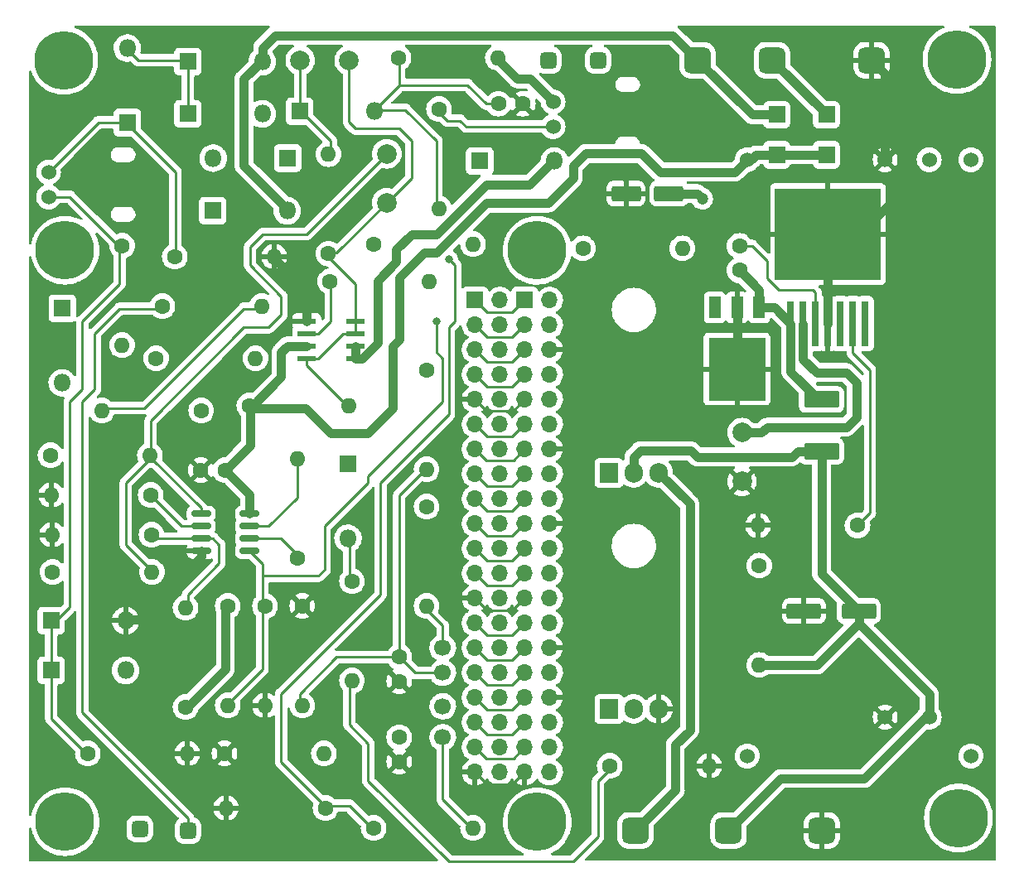
<source format=gbr>
%TF.GenerationSoftware,KiCad,Pcbnew,6.0.8*%
%TF.CreationDate,2024-03-27T11:01:58-07:00*%
%TF.ProjectId,GracefulPSU,47726163-6566-4756-9c50-53552e6b6963,rev?*%
%TF.SameCoordinates,Original*%
%TF.FileFunction,Copper,L1,Top*%
%TF.FilePolarity,Positive*%
%FSLAX46Y46*%
G04 Gerber Fmt 4.6, Leading zero omitted, Abs format (unit mm)*
G04 Created by KiCad (PCBNEW 6.0.8) date 2024-03-27 11:01:58*
%MOMM*%
%LPD*%
G01*
G04 APERTURE LIST*
G04 Aperture macros list*
%AMRoundRect*
0 Rectangle with rounded corners*
0 $1 Rounding radius*
0 $2 $3 $4 $5 $6 $7 $8 $9 X,Y pos of 4 corners*
0 Add a 4 corners polygon primitive as box body*
4,1,4,$2,$3,$4,$5,$6,$7,$8,$9,$2,$3,0*
0 Add four circle primitives for the rounded corners*
1,1,$1+$1,$2,$3*
1,1,$1+$1,$4,$5*
1,1,$1+$1,$6,$7*
1,1,$1+$1,$8,$9*
0 Add four rect primitives between the rounded corners*
20,1,$1+$1,$2,$3,$4,$5,0*
20,1,$1+$1,$4,$5,$6,$7,0*
20,1,$1+$1,$6,$7,$8,$9,0*
20,1,$1+$1,$8,$9,$2,$3,0*%
G04 Aperture macros list end*
%TA.AperFunction,ComponentPad*%
%ADD10C,1.600000*%
%TD*%
%TA.AperFunction,ComponentPad*%
%ADD11C,1.700000*%
%TD*%
%TA.AperFunction,ComponentPad*%
%ADD12O,1.600000X1.600000*%
%TD*%
%TA.AperFunction,SMDPad,CuDef*%
%ADD13RoundRect,0.150000X-0.825000X-0.150000X0.825000X-0.150000X0.825000X0.150000X-0.825000X0.150000X0*%
%TD*%
%TA.AperFunction,SMDPad,CuDef*%
%ADD14R,1.970000X0.570000*%
%TD*%
%TA.AperFunction,ComponentPad*%
%ADD15R,1.905000X2.000000*%
%TD*%
%TA.AperFunction,ComponentPad*%
%ADD16O,1.905000X2.000000*%
%TD*%
%TA.AperFunction,SMDPad,CuDef*%
%ADD17R,1.200000X2.200000*%
%TD*%
%TA.AperFunction,SMDPad,CuDef*%
%ADD18R,5.800000X6.400000*%
%TD*%
%TA.AperFunction,SMDPad,CuDef*%
%ADD19RoundRect,0.170000X-1.630000X0.680000X-1.630000X-0.680000X1.630000X-0.680000X1.630000X0.680000X0*%
%TD*%
%TA.AperFunction,SMDPad,CuDef*%
%ADD20RoundRect,0.250000X1.500000X0.550000X-1.500000X0.550000X-1.500000X-0.550000X1.500000X-0.550000X0*%
%TD*%
%TA.AperFunction,ComponentPad*%
%ADD21RoundRect,0.425000X-0.425000X-0.425000X0.425000X-0.425000X0.425000X0.425000X-0.425000X0.425000X0*%
%TD*%
%TA.AperFunction,ComponentPad*%
%ADD22C,6.000000*%
%TD*%
%TA.AperFunction,ComponentPad*%
%ADD23C,2.000000*%
%TD*%
%TA.AperFunction,ComponentPad*%
%ADD24RoundRect,0.675000X-0.675000X-0.675000X0.675000X-0.675000X0.675000X0.675000X-0.675000X0.675000X0*%
%TD*%
%TA.AperFunction,ComponentPad*%
%ADD25R,1.800000X1.800000*%
%TD*%
%TA.AperFunction,ComponentPad*%
%ADD26O,1.800000X1.800000*%
%TD*%
%TA.AperFunction,ComponentPad*%
%ADD27C,1.524000*%
%TD*%
%TA.AperFunction,SMDPad,CuDef*%
%ADD28R,1.700000X1.800000*%
%TD*%
%TA.AperFunction,ComponentPad*%
%ADD29R,1.700000X1.700000*%
%TD*%
%TA.AperFunction,ComponentPad*%
%ADD30O,1.700000X1.700000*%
%TD*%
%TA.AperFunction,SMDPad,CuDef*%
%ADD31RoundRect,0.250000X1.250000X0.550000X-1.250000X0.550000X-1.250000X-0.550000X1.250000X-0.550000X0*%
%TD*%
%TA.AperFunction,SMDPad,CuDef*%
%ADD32R,0.800000X4.600000*%
%TD*%
%TA.AperFunction,SMDPad,CuDef*%
%ADD33R,10.800000X9.400000*%
%TD*%
%TA.AperFunction,ViaPad*%
%ADD34C,0.800000*%
%TD*%
%TA.AperFunction,ViaPad*%
%ADD35C,1.200000*%
%TD*%
%TA.AperFunction,Conductor*%
%ADD36C,0.250000*%
%TD*%
%TA.AperFunction,Conductor*%
%ADD37C,0.900000*%
%TD*%
G04 APERTURE END LIST*
D10*
%TO.P,C9,1*%
%TO.N,Net-(C9-Pad1)*%
X112762000Y-87703000D03*
%TO.P,C9,2*%
%TO.N,GND*%
X115262000Y-87703000D03*
%TD*%
D11*
%TO.P,JP1,1,A*%
%TO.N,Net-(C3-Pad1)*%
X107082000Y-143329000D03*
%TD*%
D10*
%TO.P,R29,1*%
%TO.N,Net-(C8-Pad2)*%
X95572000Y-105868000D03*
D12*
%TO.P,R29,2*%
%TO.N,Net-(JP4-Pad1)*%
X105732000Y-105868000D03*
%TD*%
D10*
%TO.P,R25,1*%
%TO.N,Net-(R13-Pad2)*%
X100017000Y-102058000D03*
D12*
%TO.P,R25,2*%
%TO.N,Net-(D13-Pad1)*%
X110177000Y-102058000D03*
%TD*%
D10*
%TO.P,R26,1*%
%TO.N,Net-(C8-Pad2)*%
X106697000Y-88258000D03*
D12*
%TO.P,R26,2*%
%TO.N,Net-(C9-Pad1)*%
X106697000Y-98418000D03*
%TD*%
D13*
%TO.P,U1,1*%
%TO.N,Net-(C6-Pad2)*%
X82382000Y-129613000D03*
%TO.P,U1,2,-*%
%TO.N,Net-(R13-Pad2)*%
X82382000Y-130883000D03*
%TO.P,U1,3,+*%
%TO.N,Net-(R18-Pad2)*%
X82382000Y-132153000D03*
%TO.P,U1,4,V-*%
%TO.N,GND*%
X82382000Y-133423000D03*
%TO.P,U1,5,+*%
%TO.N,Net-(R12-Pad1)*%
X87332000Y-133423000D03*
%TO.P,U1,6,-*%
%TO.N,Net-(R11-Pad1)*%
X87332000Y-132153000D03*
%TO.P,U1,7*%
%TO.N,Net-(D11-Pad1)*%
X87332000Y-130883000D03*
%TO.P,U1,8,V+*%
%TO.N,Net-(C4-Pad1)*%
X87332000Y-129613000D03*
%TD*%
D10*
%TO.P,R12,1*%
%TO.N,Net-(R12-Pad1)*%
X121398000Y-102489000D03*
D12*
%TO.P,R12,2*%
%TO.N,Net-(C5-Pad2)*%
X131558000Y-102489000D03*
%TD*%
D10*
%TO.P,R23,1*%
%TO.N,Net-(C4-Pad1)*%
X87317000Y-118568000D03*
D12*
%TO.P,R23,2*%
%TO.N,Net-(C6-Pad1)*%
X97477000Y-118568000D03*
%TD*%
D14*
%TO.P,Q2,1,S1*%
%TO.N,GND*%
X93177000Y-109928000D03*
%TO.P,Q2,2,G1*%
%TO.N,Net-(C8-Pad2)*%
X93177000Y-111198000D03*
%TO.P,Q2,3,S2*%
%TO.N,Net-(C4-Pad1)*%
X93177000Y-112468000D03*
%TO.P,Q2,4,G2*%
%TO.N,Net-(C6-Pad1)*%
X93177000Y-113738000D03*
%TO.P,Q2,5,D2*%
%TO.N,Net-(B1-Pad3)*%
X98127000Y-113738000D03*
%TO.P,Q2,6,D2*%
X98127000Y-112468000D03*
%TO.P,Q2,7,D1*%
%TO.N,Net-(C6-Pad1)*%
X98127000Y-111198000D03*
%TO.P,Q2,8,D1*%
X98127000Y-109928000D03*
%TD*%
D15*
%TO.P,Q1,1,G*%
%TO.N,Net-(Q1-Pad1)*%
X124065000Y-149565000D03*
D16*
%TO.P,Q1,2,D*%
%TO.N,Net-(C5-Pad2)*%
X126605000Y-149565000D03*
%TO.P,Q1,3,S*%
%TO.N,GND*%
X129145000Y-149565000D03*
%TD*%
D10*
%TO.P,R28,1*%
%TO.N,Net-(C9-Pad1)*%
X95097000Y-159708000D03*
D12*
%TO.P,R28,2*%
%TO.N,GND*%
X84937000Y-159708000D03*
%TD*%
D10*
%TO.P,R17,1*%
%TO.N,Net-(R13-Pad2)*%
X77237000Y-127708000D03*
D12*
%TO.P,R17,2*%
%TO.N,GND*%
X67077000Y-127708000D03*
%TD*%
D17*
%TO.P,D14,1,K*%
%TO.N,Net-(C12-Pad2)*%
X139427000Y-108532000D03*
D18*
%TO.P,D14,2,A*%
%TO.N,GND*%
X137147000Y-114832000D03*
D17*
X137147000Y-108532000D03*
%TO.P,D14,3*%
%TO.N,N/C*%
X134867000Y-108532000D03*
%TD*%
D19*
%TO.P,L1,1,1*%
%TO.N,Net-(C12-Pad2)*%
X145782000Y-117927000D03*
%TO.P,L1,2,2*%
%TO.N,+5V*%
X145782000Y-123227000D03*
%TD*%
D20*
%TO.P,C14,1*%
%TO.N,+5V*%
X149598000Y-139573000D03*
%TO.P,C14,2*%
%TO.N,GND*%
X143998000Y-139573000D03*
%TD*%
D10*
%TO.P,R8,1*%
%TO.N,Net-(R12-Pad1)*%
X88917000Y-139058000D03*
D12*
%TO.P,R8,2*%
%TO.N,GND*%
X88917000Y-149218000D03*
%TD*%
D11*
%TO.P,JP4,1,A*%
%TO.N,Net-(JP4-Pad1)*%
X107082000Y-149298000D03*
%TD*%
D10*
%TO.P,R27,1*%
%TO.N,Net-(C9-Pad1)*%
X102557000Y-83008000D03*
D12*
%TO.P,R27,2*%
%TO.N,Net-(B1-Pad3)*%
X112717000Y-83008000D03*
%TD*%
D10*
%TO.P,R15,1*%
%TO.N,Net-(Q1-Pad1)*%
X124147000Y-155398000D03*
D12*
%TO.P,R15,2*%
%TO.N,GND*%
X134307000Y-155398000D03*
%TD*%
D10*
%TO.P,R14,1*%
%TO.N,Net-(D11-Pad2)*%
X97807000Y-136518000D03*
D12*
%TO.P,R14,2*%
%TO.N,Net-(Q1-Pad1)*%
X97807000Y-146678000D03*
%TD*%
D21*
%TO.P,J7,1,Pin_1*%
%TO.N,Net-(C6-Pad2)*%
X117877000Y-83258000D03*
%TD*%
D22*
%TO.P,H5,*%
%TO.N,*%
X68474000Y-161109000D03*
%TD*%
D23*
%TO.P,C7,1*%
%TO.N,Net-(C6-Pad1)*%
X97517000Y-83258000D03*
%TO.P,C7,2*%
%TO.N,Net-(C7-Pad2)*%
X92517000Y-83258000D03*
%TD*%
D22*
%TO.P,H2,*%
%TO.N,*%
X159625000Y-83185000D03*
%TD*%
D10*
%TO.P,R22,1*%
%TO.N,Net-(C9-Pad1)*%
X100017000Y-161748000D03*
D12*
%TO.P,R22,2*%
%TO.N,Net-(JP3-Pad1)*%
X110177000Y-161748000D03*
%TD*%
D10*
%TO.P,R10,1*%
%TO.N,Net-(D10-Pad1)*%
X77792000Y-113738000D03*
D12*
%TO.P,R10,2*%
%TO.N,Net-(D11-Pad1)*%
X87952000Y-113738000D03*
%TD*%
D24*
%TO.P,J11,1,Pin_1*%
%TO.N,+5V*%
X136292000Y-161998000D03*
%TD*%
D25*
%TO.P,D12,1,K*%
%TO.N,Net-(C7-Pad2)*%
X92447000Y-88488000D03*
D26*
%TO.P,D12,2,A*%
%TO.N,Net-(C9-Pad1)*%
X100067000Y-88488000D03*
%TD*%
D10*
%TO.P,C3,1*%
%TO.N,Net-(C3-Pad1)*%
X102637000Y-152473000D03*
%TO.P,C3,2*%
%TO.N,GND*%
X102637000Y-154973000D03*
%TD*%
D25*
%TO.P,D13,1,K*%
%TO.N,Net-(D13-Pad1)*%
X110862000Y-93568000D03*
D26*
%TO.P,D13,2,A*%
%TO.N,Net-(B1-Pad3)*%
X118482000Y-93568000D03*
%TD*%
D21*
%TO.P,J8,1,Pin_1*%
%TO.N,Net-(C7-Pad2)*%
X122957000Y-83258000D03*
%TD*%
D10*
%TO.P,R20,1*%
%TO.N,Net-(R18-Pad2)*%
X66997000Y-123648000D03*
D12*
%TO.P,R20,2*%
%TO.N,Net-(C6-Pad2)*%
X77157000Y-123648000D03*
%TD*%
D27*
%TO.P,B1,1,+5V*%
%TO.N,+5V*%
X156790000Y-150420000D03*
%TO.P,B1,2,Gnd*%
%TO.N,GND*%
X152290000Y-150420000D03*
%TO.P,B1,3,Vin+*%
%TO.N,Net-(B1-Pad3)*%
X156790000Y-93420000D03*
%TO.P,B1,4,Vin-*%
%TO.N,GND*%
X152290000Y-93420000D03*
%TD*%
D28*
%TO.P,D7,1,K*%
%TO.N,Net-(C4-Pad1)*%
X141210000Y-92928000D03*
%TO.P,D7,2,A*%
%TO.N,Net-(D2-Pad2)*%
X141210000Y-88828000D03*
%TD*%
D10*
%TO.P,R5,1*%
%TO.N,GND*%
X92727000Y-139058000D03*
D12*
%TO.P,R5,2*%
%TO.N,Net-(C1-Pad2)*%
X92727000Y-149218000D03*
%TD*%
D10*
%TO.P,C12,1*%
%TO.N,Net-(C12-Pad1)*%
X137400000Y-102235000D03*
%TO.P,C12,2*%
%TO.N,Net-(C12-Pad2)*%
X137400000Y-104735000D03*
%TD*%
%TO.P,R24,1*%
%TO.N,Net-(C6-Pad1)*%
X95402000Y-103023000D03*
D12*
%TO.P,R24,2*%
%TO.N,Net-(C7-Pad2)*%
X95402000Y-92863000D03*
%TD*%
D10*
%TO.P,R18,1*%
%TO.N,Net-(C4-Pad1)*%
X80797000Y-149378000D03*
D12*
%TO.P,R18,2*%
%TO.N,Net-(R18-Pad2)*%
X80797000Y-139218000D03*
%TD*%
D22*
%TO.P,H1,*%
%TO.N,*%
X68347000Y-83258000D03*
%TD*%
D10*
%TO.P,R3,1*%
%TO.N,Net-(D2-Pad1)*%
X105427000Y-128898000D03*
D12*
%TO.P,R3,2*%
%TO.N,Net-(C3-Pad1)*%
X105427000Y-139058000D03*
%TD*%
D10*
%TO.P,R4,1*%
%TO.N,Net-(C2-Pad2)*%
X70807000Y-154128000D03*
D12*
%TO.P,R4,2*%
%TO.N,GND*%
X80967000Y-154128000D03*
%TD*%
D10*
%TO.P,R7,1*%
%TO.N,Net-(C4-Pad1)*%
X85107000Y-139058000D03*
D12*
%TO.P,R7,2*%
%TO.N,Net-(R12-Pad1)*%
X85107000Y-149218000D03*
%TD*%
D24*
%TO.P,J2,1,Pin_1*%
%TO.N,Net-(D1-Pad2)*%
X140737000Y-83258000D03*
%TD*%
D10*
%TO.P,R19,1*%
%TO.N,Net-(R18-Pad2)*%
X77317000Y-131768000D03*
D12*
%TO.P,R19,2*%
%TO.N,GND*%
X67157000Y-131768000D03*
%TD*%
D21*
%TO.P,J6,1,Pin_1*%
%TO.N,Net-(J6-Pad1)*%
X76127000Y-161831000D03*
%TD*%
D24*
%TO.P,J12,1,Pin_1*%
%TO.N,GND*%
X145817000Y-161998000D03*
%TD*%
D10*
%TO.P,R31,1*%
%TO.N,Net-(R30-Pad1)*%
X139428000Y-134921000D03*
D12*
%TO.P,R31,2*%
%TO.N,+5V*%
X139428000Y-145081000D03*
%TD*%
D10*
%TO.P,C4,1*%
%TO.N,Net-(C4-Pad1)*%
X84857000Y-125168000D03*
%TO.P,C4,2*%
%TO.N,GND*%
X82357000Y-125168000D03*
%TD*%
D21*
%TO.P,J9,1,Pin_1*%
%TO.N,Net-(D3-Pad1)*%
X81047000Y-161998000D03*
%TD*%
D24*
%TO.P,J3,1,Pin_1*%
%TO.N,GND*%
X150897000Y-83258000D03*
%TD*%
D10*
%TO.P,R11,1*%
%TO.N,Net-(R11-Pad1)*%
X92227000Y-134138000D03*
D12*
%TO.P,R11,2*%
%TO.N,Net-(D11-Pad1)*%
X92227000Y-123978000D03*
%TD*%
D28*
%TO.P,D8,1,K*%
%TO.N,Net-(C4-Pad1)*%
X146290000Y-92928000D03*
%TO.P,D8,2,A*%
%TO.N,Net-(D1-Pad2)*%
X146290000Y-88828000D03*
%TD*%
D22*
%TO.P,H6,*%
%TO.N,*%
X116734000Y-161109000D03*
%TD*%
D25*
%TO.P,D6,1,K*%
%TO.N,Net-(C2-Pad1)*%
X74847000Y-89638000D03*
D26*
%TO.P,D6,2,A*%
%TO.N,Net-(D3-Pad1)*%
X74847000Y-82018000D03*
%TD*%
D10*
%TO.P,R1,1*%
%TO.N,Net-(D1-Pad1)*%
X105427000Y-114928000D03*
D12*
%TO.P,R1,2*%
%TO.N,Net-(C1-Pad2)*%
X105427000Y-125088000D03*
%TD*%
D29*
%TO.P,J5,1,Pin_1*%
%TO.N,Net-(J4-Pad1)*%
X110384000Y-107769000D03*
D30*
%TO.P,J5,2,Pin_2*%
%TO.N,+5V*%
X112924000Y-107769000D03*
%TO.P,J5,3,Pin_3*%
%TO.N,Net-(J4-Pad3)*%
X110384000Y-110309000D03*
%TO.P,J5,4,Pin_4*%
%TO.N,+5V*%
X112924000Y-110309000D03*
%TO.P,J5,5,Pin_5*%
%TO.N,Net-(J4-Pad5)*%
X110384000Y-112849000D03*
%TO.P,J5,6,Pin_6*%
%TO.N,GND*%
X112924000Y-112849000D03*
%TO.P,J5,7,Pin_7*%
%TO.N,Net-(J4-Pad7)*%
X110384000Y-115389000D03*
%TO.P,J5,8,Pin_8*%
%TO.N,Net-(J4-Pad8)*%
X112924000Y-115389000D03*
%TO.P,J5,9,Pin_9*%
%TO.N,GND*%
X110384000Y-117929000D03*
%TO.P,J5,10,Pin_10*%
%TO.N,Net-(J4-Pad10)*%
X112924000Y-117929000D03*
%TO.P,J5,11,Pin_11*%
%TO.N,Net-(J4-Pad11)*%
X110384000Y-120469000D03*
%TO.P,J5,12,Pin_12*%
%TO.N,Net-(J4-Pad12)*%
X112924000Y-120469000D03*
%TO.P,J5,13,Pin_13*%
%TO.N,Net-(J4-Pad13)*%
X110384000Y-123009000D03*
%TO.P,J5,14,Pin_14*%
%TO.N,GND*%
X112924000Y-123009000D03*
%TO.P,J5,15,Pin_15*%
%TO.N,Net-(J4-Pad15)*%
X110384000Y-125549000D03*
%TO.P,J5,16,Pin_16*%
%TO.N,Net-(J4-Pad16)*%
X112924000Y-125549000D03*
%TO.P,J5,17,Pin_17*%
%TO.N,Net-(J4-Pad17)*%
X110384000Y-128089000D03*
%TO.P,J5,18,Pin_18*%
%TO.N,Net-(J4-Pad18)*%
X112924000Y-128089000D03*
%TO.P,J5,19,Pin_19*%
%TO.N,Net-(J4-Pad19)*%
X110384000Y-130629000D03*
%TO.P,J5,20,Pin_20*%
%TO.N,GND*%
X112924000Y-130629000D03*
%TO.P,J5,21,Pin_21*%
%TO.N,Net-(J4-Pad21)*%
X110384000Y-133169000D03*
%TO.P,J5,22,Pin_22*%
%TO.N,Net-(J4-Pad22)*%
X112924000Y-133169000D03*
%TO.P,J5,23,Pin_23*%
%TO.N,Net-(J4-Pad23)*%
X110384000Y-135709000D03*
%TO.P,J5,24,Pin_24*%
%TO.N,Net-(J4-Pad24)*%
X112924000Y-135709000D03*
%TO.P,J5,25,Pin_25*%
%TO.N,GND*%
X110384000Y-138249000D03*
%TO.P,J5,26,Pin_26*%
%TO.N,Net-(J4-Pad26)*%
X112924000Y-138249000D03*
%TO.P,J5,27,Pin_27*%
%TO.N,Net-(J4-Pad27)*%
X110384000Y-140789000D03*
%TO.P,J5,28,Pin_28*%
%TO.N,Net-(J4-Pad28)*%
X112924000Y-140789000D03*
%TO.P,J5,29,Pin_29*%
%TO.N,Net-(J4-Pad29)*%
X110384000Y-143329000D03*
%TO.P,J5,30,Pin_30*%
%TO.N,GND*%
X112924000Y-143329000D03*
%TO.P,J5,31,Pin_31*%
%TO.N,Net-(J4-Pad31)*%
X110384000Y-145869000D03*
%TO.P,J5,32,Pin_32*%
%TO.N,Net-(J4-Pad32)*%
X112924000Y-145869000D03*
%TO.P,J5,33,Pin_33*%
%TO.N,Net-(J4-Pad33)*%
X110384000Y-148409000D03*
%TO.P,J5,34,Pin_34*%
%TO.N,GND*%
X112924000Y-148409000D03*
%TO.P,J5,35,Pin_35*%
%TO.N,Net-(J4-Pad35)*%
X110384000Y-150949000D03*
%TO.P,J5,36,Pin_36*%
%TO.N,Net-(J4-Pad36)*%
X112924000Y-150949000D03*
%TO.P,J5,37,Pin_37*%
%TO.N,Net-(J4-Pad37)*%
X110384000Y-153489000D03*
%TO.P,J5,38,Pin_38*%
%TO.N,Net-(J4-Pad38)*%
X112924000Y-153489000D03*
%TO.P,J5,39,Pin_39*%
%TO.N,GND*%
X110384000Y-156029000D03*
%TO.P,J5,40,Pin_40*%
%TO.N,Net-(J4-Pad40)*%
X112924000Y-156029000D03*
%TD*%
D24*
%TO.P,J1,1,Pin_1*%
%TO.N,Net-(D2-Pad2)*%
X133117000Y-83258000D03*
%TD*%
D11*
%TO.P,JP3,1,A*%
%TO.N,Net-(JP3-Pad1)*%
X107082000Y-152473000D03*
%TD*%
%TO.P,JP2,1,A*%
%TO.N,Net-(C1-Pad2)*%
X107082000Y-145869000D03*
%TD*%
D31*
%TO.P,C10,1*%
%TO.N,Net-(B1-Pad3)*%
X130202000Y-96901000D03*
%TO.P,C10,2*%
%TO.N,GND*%
X125802000Y-96901000D03*
%TD*%
D10*
%TO.P,C1,1*%
%TO.N,GND*%
X102637000Y-146758000D03*
%TO.P,C1,2*%
%TO.N,Net-(C1-Pad2)*%
X102637000Y-144258000D03*
%TD*%
%TO.P,R6,1*%
%TO.N,Net-(C2-Pad2)*%
X74312000Y-102228000D03*
D12*
%TO.P,R6,2*%
%TO.N,Net-(R11-Pad1)*%
X74312000Y-112388000D03*
%TD*%
D32*
%TO.P,U2,1,SW*%
%TO.N,Net-(C12-Pad2)*%
X142642000Y-110181000D03*
%TO.P,U2,2,VIN*%
%TO.N,Net-(B1-Pad3)*%
X143912000Y-110181000D03*
%TO.P,U2,3,BOOT*%
%TO.N,Net-(C12-Pad1)*%
X145182000Y-110181000D03*
%TO.P,U2,4,GND*%
%TO.N,GND*%
X146452000Y-110181000D03*
%TO.P,U2,5,NC*%
%TO.N,unconnected-(U2-Pad5)*%
X147722000Y-110181000D03*
%TO.P,U2,6,FB*%
%TO.N,Net-(R30-Pad1)*%
X148992000Y-110181000D03*
%TO.P,U2,7,EN*%
%TO.N,unconnected-(U2-Pad7)*%
X150262000Y-110181000D03*
D33*
%TO.P,U2,8,GND*%
%TO.N,GND*%
X146452000Y-101031000D03*
%TD*%
D10*
%TO.P,R16,1*%
%TO.N,Net-(D3-Pad1)*%
X78427000Y-108408000D03*
D12*
%TO.P,R16,2*%
%TO.N,Net-(R13-Pad2)*%
X88587000Y-108408000D03*
%TD*%
D22*
%TO.P,H4,*%
%TO.N,*%
X116734000Y-102689000D03*
%TD*%
D25*
%TO.P,D10,1,K*%
%TO.N,Net-(D10-Pad1)*%
X68197000Y-108628000D03*
D26*
%TO.P,D10,2,A*%
%TO.N,Net-(D10-Pad2)*%
X68197000Y-116248000D03*
%TD*%
D22*
%TO.P,H8,*%
%TO.N,*%
X159787000Y-160728000D03*
%TD*%
D25*
%TO.P,D1,1,K*%
%TO.N,Net-(D1-Pad1)*%
X91237000Y-93268000D03*
D26*
%TO.P,D1,2,A*%
%TO.N,Net-(D1-Pad2)*%
X83617000Y-93268000D03*
%TD*%
D25*
%TO.P,D2,1,K*%
%TO.N,Net-(D2-Pad1)*%
X83557000Y-98648000D03*
D26*
%TO.P,D2,2,A*%
%TO.N,Net-(D2-Pad2)*%
X91177000Y-98648000D03*
%TD*%
D22*
%TO.P,H3,*%
%TO.N,*%
X68474000Y-102689000D03*
%TD*%
D25*
%TO.P,D3,1,K*%
%TO.N,Net-(D3-Pad1)*%
X81017000Y-88742000D03*
D26*
%TO.P,D3,2,A*%
%TO.N,Net-(D1-Pad2)*%
X88637000Y-88742000D03*
%TD*%
D25*
%TO.P,D11,1,K*%
%TO.N,Net-(D11-Pad1)*%
X97407000Y-124503000D03*
D26*
%TO.P,D11,2,A*%
%TO.N,Net-(D11-Pad2)*%
X97407000Y-132123000D03*
%TD*%
D23*
%TO.P,C11,1*%
%TO.N,Net-(B1-Pad3)*%
X137654000Y-121325000D03*
%TO.P,C11,2*%
%TO.N,GND*%
X137654000Y-126325000D03*
%TD*%
%TO.P,C6,1*%
%TO.N,Net-(C6-Pad1)*%
X101367000Y-97823000D03*
%TO.P,C6,2*%
%TO.N,Net-(C6-Pad2)*%
X101367000Y-92823000D03*
%TD*%
D24*
%TO.P,J10,1,Pin_1*%
%TO.N,Net-(J10-Pad1)*%
X126767000Y-161998000D03*
%TD*%
D15*
%TO.P,Q3,1,G*%
%TO.N,Net-(D3-Pad1)*%
X124065000Y-125435000D03*
D16*
%TO.P,Q3,2,D*%
%TO.N,+5V*%
X126605000Y-125435000D03*
%TO.P,Q3,3,S*%
%TO.N,Net-(J10-Pad1)*%
X129145000Y-125435000D03*
%TD*%
D10*
%TO.P,R2,1*%
%TO.N,Net-(C2-Pad1)*%
X79697000Y-103328000D03*
D12*
%TO.P,R2,2*%
%TO.N,GND*%
X89857000Y-103328000D03*
%TD*%
D27*
%TO.P,C2,1*%
%TO.N,Net-(C2-Pad1)*%
X66793000Y-94688000D03*
%TO.P,C2,2*%
%TO.N,Net-(C2-Pad2)*%
X66793000Y-97228000D03*
%TD*%
D25*
%TO.P,D5,1,K*%
%TO.N,Net-(C2-Pad2)*%
X67047000Y-140558000D03*
D26*
%TO.P,D5,2,A*%
%TO.N,GND*%
X74667000Y-140558000D03*
%TD*%
D29*
%TO.P,J4,1,Pin_1*%
%TO.N,Net-(J4-Pad1)*%
X115464000Y-107774000D03*
D30*
%TO.P,J4,2,Pin_2*%
%TO.N,+5V*%
X118004000Y-107774000D03*
%TO.P,J4,3,Pin_3*%
%TO.N,Net-(J4-Pad3)*%
X115464000Y-110314000D03*
%TO.P,J4,4,Pin_4*%
%TO.N,+5V*%
X118004000Y-110314000D03*
%TO.P,J4,5,Pin_5*%
%TO.N,Net-(J4-Pad5)*%
X115464000Y-112854000D03*
%TO.P,J4,6,Pin_6*%
%TO.N,GND*%
X118004000Y-112854000D03*
%TO.P,J4,7,Pin_7*%
%TO.N,Net-(J4-Pad7)*%
X115464000Y-115394000D03*
%TO.P,J4,8,Pin_8*%
%TO.N,Net-(J4-Pad8)*%
X118004000Y-115394000D03*
%TO.P,J4,9,Pin_9*%
%TO.N,GND*%
X115464000Y-117934000D03*
%TO.P,J4,10,Pin_10*%
%TO.N,Net-(J4-Pad10)*%
X118004000Y-117934000D03*
%TO.P,J4,11,Pin_11*%
%TO.N,Net-(J4-Pad11)*%
X115464000Y-120474000D03*
%TO.P,J4,12,Pin_12*%
%TO.N,Net-(J4-Pad12)*%
X118004000Y-120474000D03*
%TO.P,J4,13,Pin_13*%
%TO.N,Net-(J4-Pad13)*%
X115464000Y-123014000D03*
%TO.P,J4,14,Pin_14*%
%TO.N,GND*%
X118004000Y-123014000D03*
%TO.P,J4,15,Pin_15*%
%TO.N,Net-(J4-Pad15)*%
X115464000Y-125554000D03*
%TO.P,J4,16,Pin_16*%
%TO.N,Net-(J4-Pad16)*%
X118004000Y-125554000D03*
%TO.P,J4,17,Pin_17*%
%TO.N,Net-(J4-Pad17)*%
X115464000Y-128094000D03*
%TO.P,J4,18,Pin_18*%
%TO.N,Net-(J4-Pad18)*%
X118004000Y-128094000D03*
%TO.P,J4,19,Pin_19*%
%TO.N,Net-(J4-Pad19)*%
X115464000Y-130634000D03*
%TO.P,J4,20,Pin_20*%
%TO.N,GND*%
X118004000Y-130634000D03*
%TO.P,J4,21,Pin_21*%
%TO.N,Net-(J4-Pad21)*%
X115464000Y-133174000D03*
%TO.P,J4,22,Pin_22*%
%TO.N,Net-(J4-Pad22)*%
X118004000Y-133174000D03*
%TO.P,J4,23,Pin_23*%
%TO.N,Net-(J4-Pad23)*%
X115464000Y-135714000D03*
%TO.P,J4,24,Pin_24*%
%TO.N,Net-(J4-Pad24)*%
X118004000Y-135714000D03*
%TO.P,J4,25,Pin_25*%
%TO.N,GND*%
X115464000Y-138254000D03*
%TO.P,J4,26,Pin_26*%
%TO.N,Net-(J4-Pad26)*%
X118004000Y-138254000D03*
%TO.P,J4,27,Pin_27*%
%TO.N,Net-(J4-Pad27)*%
X115464000Y-140794000D03*
%TO.P,J4,28,Pin_28*%
%TO.N,Net-(J4-Pad28)*%
X118004000Y-140794000D03*
%TO.P,J4,29,Pin_29*%
%TO.N,Net-(J4-Pad29)*%
X115464000Y-143334000D03*
%TO.P,J4,30,Pin_30*%
%TO.N,GND*%
X118004000Y-143334000D03*
%TO.P,J4,31,Pin_31*%
%TO.N,Net-(J4-Pad31)*%
X115464000Y-145874000D03*
%TO.P,J4,32,Pin_32*%
%TO.N,Net-(J4-Pad32)*%
X118004000Y-145874000D03*
%TO.P,J4,33,Pin_33*%
%TO.N,Net-(J4-Pad33)*%
X115464000Y-148414000D03*
%TO.P,J4,34,Pin_34*%
%TO.N,GND*%
X118004000Y-148414000D03*
%TO.P,J4,35,Pin_35*%
%TO.N,Net-(J4-Pad35)*%
X115464000Y-150954000D03*
%TO.P,J4,36,Pin_36*%
%TO.N,Net-(J4-Pad36)*%
X118004000Y-150954000D03*
%TO.P,J4,37,Pin_37*%
%TO.N,Net-(J4-Pad37)*%
X115464000Y-153494000D03*
%TO.P,J4,38,Pin_38*%
%TO.N,Net-(J4-Pad38)*%
X118004000Y-153494000D03*
%TO.P,J4,39,Pin_39*%
%TO.N,GND*%
X115464000Y-156034000D03*
%TO.P,J4,40,Pin_40*%
%TO.N,Net-(J4-Pad40)*%
X118004000Y-156034000D03*
%TD*%
D10*
%TO.P,R9,1*%
%TO.N,GND*%
X84777000Y-154128000D03*
D12*
%TO.P,R9,2*%
%TO.N,Net-(C3-Pad1)*%
X94937000Y-154128000D03*
%TD*%
D10*
%TO.P,R13,1*%
%TO.N,Net-(D11-Pad1)*%
X82397000Y-119068000D03*
D12*
%TO.P,R13,2*%
%TO.N,Net-(R13-Pad2)*%
X72237000Y-119068000D03*
%TD*%
D10*
%TO.P,R21,1*%
%TO.N,Net-(J6-Pad1)*%
X67204000Y-135582000D03*
D12*
%TO.P,R21,2*%
%TO.N,Net-(C6-Pad2)*%
X77364000Y-135582000D03*
%TD*%
D25*
%TO.P,D4,1,K*%
%TO.N,Net-(D3-Pad1)*%
X81017000Y-83408000D03*
D26*
%TO.P,D4,2,A*%
%TO.N,Net-(D2-Pad2)*%
X88637000Y-83408000D03*
%TD*%
D10*
%TO.P,R30,1*%
%TO.N,Net-(R30-Pad1)*%
X149465000Y-130810000D03*
D12*
%TO.P,R30,2*%
%TO.N,GND*%
X139305000Y-130810000D03*
%TD*%
D27*
%TO.P,C8,2*%
%TO.N,Net-(C8-Pad2)*%
X118350000Y-90043000D03*
%TO.P,C8,1*%
%TO.N,Net-(B1-Pad3)*%
X118350000Y-87503000D03*
%TD*%
D25*
%TO.P,D9,1,K*%
%TO.N,Net-(C2-Pad2)*%
X67047000Y-145638000D03*
D26*
%TO.P,D9,2,A*%
%TO.N,Net-(D10-Pad2)*%
X74667000Y-145638000D03*
%TD*%
D27*
%TO.P,C5,1*%
%TO.N,Net-(C4-Pad1)*%
X138197000Y-93418000D03*
%TO.P,C5,2*%
%TO.N,Net-(C5-Pad2)*%
X138197000Y-154378000D03*
%TO.P,C5,3*%
%TO.N,N/C*%
X161057000Y-154378000D03*
%TO.P,C5,4*%
X161057000Y-93418000D03*
%TD*%
D34*
%TO.N,Net-(C9-Pad1)*%
X107717000Y-103578000D03*
%TO.N,Net-(R12-Pad1)*%
X106447000Y-109928000D03*
D35*
%TO.N,Net-(B1-Pad3)*%
X133590000Y-97409000D03*
%TD*%
D36*
%TO.N,Net-(C8-Pad2)*%
X109460000Y-90043000D02*
X118350000Y-90043000D01*
X107536000Y-89427000D02*
X106447000Y-88338000D01*
X109460000Y-90043000D02*
X108844000Y-89427000D01*
X108844000Y-89427000D02*
X107536000Y-89427000D01*
D37*
%TO.N,Net-(B1-Pad3)*%
X114702000Y-85163000D02*
X116010000Y-85163000D01*
X116010000Y-85163000D02*
X118350000Y-87503000D01*
D36*
%TO.N,Net-(C9-Pad1)*%
X112762000Y-87703000D02*
X111527000Y-87703000D01*
X111527000Y-87703000D02*
X109622000Y-85798000D01*
X109622000Y-85798000D02*
X102637000Y-85798000D01*
%TO.N,GND*%
X114294000Y-119104000D02*
X115464000Y-117934000D01*
D37*
X150897000Y-83258000D02*
X154707000Y-87068000D01*
X149634000Y-101031000D02*
X146452000Y-101031000D01*
X93177000Y-109928000D02*
X93177000Y-106818000D01*
D36*
X114199000Y-139519000D02*
X115464000Y-138254000D01*
X111654000Y-139519000D02*
X114199000Y-139519000D01*
X114199000Y-157299000D02*
X115464000Y-156034000D01*
D37*
X154707000Y-87068000D02*
X154707000Y-95958000D01*
X146452000Y-110181000D02*
X146452000Y-101031000D01*
D36*
X110384000Y-117929000D02*
X111559000Y-119104000D01*
D37*
X93177000Y-106818000D02*
X89937000Y-103578000D01*
X75967000Y-140408000D02*
X74697000Y-140408000D01*
X137147000Y-108532000D02*
X137147000Y-114832000D01*
X154707000Y-95958000D02*
X149634000Y-101031000D01*
X82382000Y-133993000D02*
X75967000Y-140408000D01*
D36*
X110384000Y-138249000D02*
X111654000Y-139519000D01*
D37*
X82382000Y-133423000D02*
X82382000Y-133993000D01*
X152290000Y-84651000D02*
X150897000Y-83258000D01*
X152290000Y-93420000D02*
X152290000Y-84651000D01*
D36*
X110384000Y-156029000D02*
X111654000Y-157299000D01*
X111654000Y-157299000D02*
X114199000Y-157299000D01*
X111559000Y-119104000D02*
X114294000Y-119104000D01*
D37*
%TO.N,+5V*%
X145782000Y-123227000D02*
X143332000Y-123227000D01*
X143332000Y-123227000D02*
X142734000Y-123825000D01*
X132447000Y-123190000D02*
X127240000Y-123190000D01*
X149598000Y-139573000D02*
X149598000Y-140849000D01*
X126605000Y-123825000D02*
X126605000Y-125435000D01*
X141605000Y-156685000D02*
X141372000Y-156918000D01*
X141372000Y-156918000D02*
X136292000Y-161998000D01*
X145354000Y-145081000D02*
X139428000Y-145081000D01*
X156432000Y-150420000D02*
X156790000Y-150420000D01*
X149586000Y-140849000D02*
X145354000Y-145081000D01*
X149598000Y-140849000D02*
X156790000Y-148041000D01*
X149598000Y-140849000D02*
X149586000Y-140849000D01*
X150167000Y-156685000D02*
X141605000Y-156685000D01*
X150167000Y-156685000D02*
X156432000Y-150420000D01*
X127240000Y-123190000D02*
X126605000Y-123825000D01*
X156790000Y-148041000D02*
X156790000Y-150420000D01*
X145782000Y-123227000D02*
X145782000Y-135757000D01*
X145782000Y-135757000D02*
X149598000Y-139573000D01*
X142734000Y-123825000D02*
X133082000Y-123825000D01*
X133082000Y-123825000D02*
X132447000Y-123190000D01*
D36*
%TO.N,Net-(J4-Pad1)*%
X110384000Y-107769000D02*
X111654000Y-109039000D01*
X114199000Y-109039000D02*
X115464000Y-107774000D01*
X111654000Y-109039000D02*
X114199000Y-109039000D01*
%TO.N,Net-(J4-Pad3)*%
X111654000Y-111579000D02*
X114199000Y-111579000D01*
X114199000Y-111579000D02*
X115464000Y-110314000D01*
X110384000Y-110309000D02*
X111654000Y-111579000D01*
%TO.N,Net-(J4-Pad5)*%
X111654000Y-114119000D02*
X114199000Y-114119000D01*
X114199000Y-114119000D02*
X115464000Y-112854000D01*
X110384000Y-112849000D02*
X111654000Y-114119000D01*
%TO.N,Net-(J4-Pad7)*%
X110384000Y-115389000D02*
X111654000Y-116659000D01*
X114199000Y-116659000D02*
X115464000Y-115394000D01*
X111654000Y-116659000D02*
X114199000Y-116659000D01*
%TO.N,Net-(J4-Pad11)*%
X110384000Y-120469000D02*
X111654000Y-121739000D01*
X111654000Y-121739000D02*
X114199000Y-121739000D01*
X114199000Y-121739000D02*
X115464000Y-120474000D01*
%TO.N,Net-(J4-Pad13)*%
X114294000Y-124184000D02*
X115464000Y-123014000D01*
X111559000Y-124184000D02*
X114294000Y-124184000D01*
X110384000Y-123009000D02*
X111559000Y-124184000D01*
%TO.N,Net-(J4-Pad15)*%
X111654000Y-126819000D02*
X114199000Y-126819000D01*
X110384000Y-125549000D02*
X111654000Y-126819000D01*
X114199000Y-126819000D02*
X115464000Y-125554000D01*
%TO.N,Net-(J4-Pad17)*%
X111654000Y-129359000D02*
X114199000Y-129359000D01*
X110384000Y-128089000D02*
X111654000Y-129359000D01*
X114199000Y-129359000D02*
X115464000Y-128094000D01*
%TO.N,Net-(J4-Pad19)*%
X111654000Y-131899000D02*
X114199000Y-131899000D01*
X114199000Y-131899000D02*
X115464000Y-130634000D01*
X110384000Y-130629000D02*
X111654000Y-131899000D01*
%TO.N,Net-(J4-Pad21)*%
X114199000Y-134439000D02*
X115464000Y-133174000D01*
X110384000Y-133169000D02*
X111654000Y-134439000D01*
X111654000Y-134439000D02*
X114199000Y-134439000D01*
%TO.N,Net-(J4-Pad23)*%
X110384000Y-135709000D02*
X111654000Y-136979000D01*
X111654000Y-136979000D02*
X114199000Y-136979000D01*
X114199000Y-136979000D02*
X115464000Y-135714000D01*
%TO.N,Net-(J4-Pad27)*%
X110384000Y-140789000D02*
X111654000Y-142059000D01*
X114199000Y-142059000D02*
X115464000Y-140794000D01*
X111654000Y-142059000D02*
X114199000Y-142059000D01*
%TO.N,Net-(J4-Pad29)*%
X114199000Y-144599000D02*
X115464000Y-143334000D01*
X111654000Y-144599000D02*
X114199000Y-144599000D01*
X110384000Y-143329000D02*
X111654000Y-144599000D01*
%TO.N,Net-(J4-Pad31)*%
X111654000Y-147139000D02*
X114199000Y-147139000D01*
X110384000Y-145869000D02*
X111654000Y-147139000D01*
X114199000Y-147139000D02*
X115464000Y-145874000D01*
%TO.N,Net-(J4-Pad33)*%
X110384000Y-148409000D02*
X111654000Y-149679000D01*
X111654000Y-149679000D02*
X114199000Y-149679000D01*
X114199000Y-149679000D02*
X115464000Y-148414000D01*
%TO.N,Net-(J4-Pad35)*%
X114199000Y-152219000D02*
X115464000Y-150954000D01*
X110384000Y-150949000D02*
X111654000Y-152219000D01*
X111654000Y-152219000D02*
X114199000Y-152219000D01*
%TO.N,Net-(J4-Pad37)*%
X110384000Y-153489000D02*
X111559000Y-154664000D01*
X111559000Y-154664000D02*
X114294000Y-154664000D01*
X114294000Y-154664000D02*
X115464000Y-153494000D01*
%TO.N,Net-(C1-Pad2)*%
X102637000Y-144258000D02*
X96247000Y-144258000D01*
X104248000Y-145869000D02*
X102637000Y-144258000D01*
X102637000Y-127708000D02*
X102637000Y-144258000D01*
X107082000Y-145869000D02*
X104248000Y-145869000D01*
X96247000Y-144258000D02*
X92477000Y-148028000D01*
X105177000Y-125168000D02*
X102637000Y-127708000D01*
X92477000Y-148028000D02*
X92477000Y-149298000D01*
%TO.N,Net-(C2-Pad1)*%
X74697000Y-89608000D02*
X79777000Y-94688000D01*
X74697000Y-89608000D02*
X71873000Y-89608000D01*
X79777000Y-94688000D02*
X79777000Y-103578000D01*
X71873000Y-89608000D02*
X66793000Y-94688000D01*
%TO.N,Net-(C2-Pad2)*%
X74062000Y-102308000D02*
X68982000Y-97228000D01*
X67077000Y-145488000D02*
X67077000Y-150568000D01*
X70252000Y-116913000D02*
X68982000Y-118183000D01*
X68982000Y-97228000D02*
X66793000Y-97228000D01*
X68982000Y-139138000D02*
X67712000Y-140408000D01*
X67712000Y-140408000D02*
X67077000Y-140408000D01*
X68982000Y-118183000D02*
X68982000Y-139138000D01*
X74062000Y-102308000D02*
X74062000Y-106118000D01*
X67077000Y-140408000D02*
X67077000Y-145488000D01*
X67077000Y-150568000D02*
X70887000Y-154378000D01*
X70252000Y-109928000D02*
X70252000Y-116913000D01*
X74062000Y-106118000D02*
X70252000Y-109928000D01*
%TO.N,Net-(C3-Pad1)*%
X107082000Y-143329000D02*
X107082000Y-141043000D01*
X107082000Y-141043000D02*
X105177000Y-139138000D01*
D37*
%TO.N,Net-(C4-Pad1)*%
X93177000Y-112468000D02*
X91207000Y-112468000D01*
X127402000Y-92783000D02*
X121687000Y-92783000D01*
X120417000Y-94053000D02*
X120417000Y-95323000D01*
X105177000Y-102943000D02*
X102637000Y-105483000D01*
X87332000Y-129613000D02*
X87332000Y-127643000D01*
X87397000Y-118818000D02*
X87397000Y-122628000D01*
X121687000Y-92783000D02*
X120417000Y-94053000D01*
X138197000Y-93418000D02*
X136927000Y-94688000D01*
X90572000Y-115643000D02*
X87397000Y-118818000D01*
X90572000Y-113103000D02*
X90572000Y-115643000D01*
X102637000Y-111833000D02*
X102002000Y-112468000D01*
X84857000Y-145488000D02*
X81047000Y-149298000D01*
X120417000Y-95323000D02*
X117877000Y-97863000D01*
X111527000Y-97863000D02*
X106447000Y-102943000D01*
X91207000Y-112468000D02*
X90572000Y-113103000D01*
X117877000Y-97863000D02*
X111527000Y-97863000D01*
X99462000Y-121358000D02*
X95652000Y-121358000D01*
X102002000Y-112468000D02*
X102002000Y-118818000D01*
X136927000Y-94688000D02*
X129307000Y-94688000D01*
X129307000Y-94688000D02*
X127402000Y-92783000D01*
X87397000Y-122628000D02*
X84857000Y-125168000D01*
X146290000Y-92928000D02*
X139087000Y-92928000D01*
X87332000Y-127643000D02*
X84857000Y-125168000D01*
X139087000Y-92928000D02*
X138670000Y-93345000D01*
X102002000Y-118818000D02*
X99462000Y-121358000D01*
X95652000Y-121358000D02*
X93112000Y-118818000D01*
X84857000Y-139138000D02*
X84857000Y-145488000D01*
X106447000Y-102943000D02*
X105177000Y-102943000D01*
X102637000Y-105483000D02*
X102637000Y-111833000D01*
X93112000Y-118818000D02*
X87397000Y-118818000D01*
D36*
%TO.N,Net-(C6-Pad1)*%
X97517000Y-89568000D02*
X98192000Y-90243000D01*
X101367000Y-97823000D02*
X96247000Y-102943000D01*
X98192000Y-106118000D02*
X98127000Y-106183000D01*
X103907000Y-95283000D02*
X101367000Y-97823000D01*
X93177000Y-114438000D02*
X97557000Y-118818000D01*
X94382000Y-113738000D02*
X93177000Y-113738000D01*
X98127000Y-106183000D02*
X98127000Y-111198000D01*
X98192000Y-90243000D02*
X102637000Y-90243000D01*
X102637000Y-90243000D02*
X103907000Y-91513000D01*
X95652000Y-103578000D02*
X98192000Y-106118000D01*
X96247000Y-102943000D02*
X95652000Y-102943000D01*
X103907000Y-91513000D02*
X103907000Y-95283000D01*
X96922000Y-111198000D02*
X94382000Y-113738000D01*
X97517000Y-83258000D02*
X97517000Y-89568000D01*
X93177000Y-113738000D02*
X93177000Y-114438000D01*
X98127000Y-111198000D02*
X96922000Y-111198000D01*
%TO.N,Net-(C6-Pad2)*%
X82382000Y-129613000D02*
X82382000Y-129043000D01*
X89302000Y-110563000D02*
X90572000Y-109293000D01*
X87397000Y-102308000D02*
X88667000Y-101038000D01*
X90572000Y-107388000D02*
X87397000Y-104213000D01*
X87397000Y-104213000D02*
X87397000Y-102308000D01*
X77237000Y-123898000D02*
X77237000Y-120088000D01*
X74697000Y-132788000D02*
X77237000Y-135328000D01*
X88667000Y-101038000D02*
X93152000Y-101038000D01*
X77237000Y-123898000D02*
X74697000Y-126438000D01*
X93152000Y-101038000D02*
X101367000Y-92823000D01*
X86762000Y-110563000D02*
X89302000Y-110563000D01*
X82382000Y-129043000D02*
X77237000Y-123898000D01*
X74697000Y-126438000D02*
X74697000Y-132788000D01*
X90572000Y-109293000D02*
X90572000Y-107388000D01*
X77237000Y-120088000D02*
X86762000Y-110563000D01*
%TO.N,Net-(C7-Pad2)*%
X92517000Y-88298000D02*
X92477000Y-88338000D01*
X95652000Y-91513000D02*
X92477000Y-88338000D01*
X95652000Y-92783000D02*
X95652000Y-91513000D01*
X92517000Y-83258000D02*
X92517000Y-88298000D01*
%TO.N,Net-(C8-Pad2)*%
X95652000Y-106118000D02*
X95652000Y-109928000D01*
X94382000Y-111198000D02*
X93177000Y-111198000D01*
X95652000Y-109928000D02*
X94382000Y-111198000D01*
%TO.N,Net-(C9-Pad1)*%
X95017000Y-159458000D02*
X97557000Y-159458000D01*
X100732000Y-126438000D02*
X100732000Y-137868000D01*
X107717000Y-119453000D02*
X100732000Y-126438000D01*
X106447000Y-98498000D02*
X106447000Y-91513000D01*
X107717000Y-119453000D02*
X107717000Y-110563000D01*
X103272000Y-88338000D02*
X100097000Y-88338000D01*
X107717000Y-110563000D02*
X108352000Y-109928000D01*
X106447000Y-91513000D02*
X103272000Y-88338000D01*
X108352000Y-104213000D02*
X108352000Y-109928000D01*
X107717000Y-103578000D02*
X108352000Y-104213000D01*
X90572000Y-155013000D02*
X95017000Y-159458000D01*
X90572000Y-148028000D02*
X90572000Y-155013000D01*
X102637000Y-85798000D02*
X100097000Y-88338000D01*
X102637000Y-83258000D02*
X102637000Y-85798000D01*
X100732000Y-137868000D02*
X90572000Y-148028000D01*
X97557000Y-159458000D02*
X100097000Y-161998000D01*
%TO.N,Net-(C12-Pad1)*%
X138670000Y-102235000D02*
X140194000Y-103759000D01*
X145182000Y-107007000D02*
X145182000Y-110181000D01*
X140194000Y-103759000D02*
X140194000Y-105537000D01*
X137400000Y-102235000D02*
X138670000Y-102235000D01*
X141391000Y-106734000D02*
X144909000Y-106734000D01*
X144909000Y-106734000D02*
X145182000Y-107007000D01*
X140194000Y-105537000D02*
X141391000Y-106734000D01*
D37*
%TO.N,Net-(C12-Pad2)*%
X139427000Y-106762000D02*
X137400000Y-104735000D01*
X142642000Y-112921000D02*
X142623000Y-112940000D01*
X139427000Y-108532000D02*
X139427000Y-106762000D01*
X145472000Y-117927000D02*
X145782000Y-117927000D01*
X142623000Y-112940000D02*
X142623000Y-115078000D01*
X142623000Y-115078000D02*
X145472000Y-117927000D01*
X142642000Y-110181000D02*
X142642000Y-112921000D01*
X139427000Y-108532000D02*
X140993000Y-108532000D01*
X140993000Y-108532000D02*
X142642000Y-110181000D01*
%TO.N,Net-(D1-Pad2)*%
X146290000Y-88828000D02*
X146290000Y-88811000D01*
X146290000Y-88811000D02*
X140737000Y-83258000D01*
%TO.N,Net-(D2-Pad2)*%
X130577000Y-80718000D02*
X89937000Y-80718000D01*
X89937000Y-80718000D02*
X88667000Y-81988000D01*
X141210000Y-88828000D02*
X138687000Y-88828000D01*
X86762000Y-85163000D02*
X86762000Y-94053000D01*
X133117000Y-83258000D02*
X130577000Y-80718000D01*
X86762000Y-94053000D02*
X91207000Y-98498000D01*
X88667000Y-81988000D02*
X88667000Y-83258000D01*
X88667000Y-83258000D02*
X86762000Y-85163000D01*
X138687000Y-88828000D02*
X133117000Y-83258000D01*
D36*
%TO.N,Net-(D3-Pad1)*%
X70252000Y-118183000D02*
X70252000Y-149933000D01*
X74062000Y-108658000D02*
X71522000Y-111198000D01*
X70252000Y-149933000D02*
X81047000Y-160728000D01*
X81047000Y-83258000D02*
X75967000Y-83258000D01*
X71522000Y-111198000D02*
X71522000Y-116913000D01*
X71522000Y-116913000D02*
X70252000Y-118183000D01*
X78507000Y-108658000D02*
X74062000Y-108658000D01*
X75967000Y-83258000D02*
X74697000Y-81988000D01*
X81047000Y-88592000D02*
X81047000Y-83258000D01*
X81047000Y-160728000D02*
X81047000Y-161998000D01*
%TO.N,Net-(D11-Pad1)*%
X92227000Y-127958000D02*
X92227000Y-123978000D01*
X89302000Y-130883000D02*
X92227000Y-127958000D01*
X87332000Y-130883000D02*
X89302000Y-130883000D01*
%TO.N,Net-(D11-Pad2)*%
X97557000Y-132153000D02*
X97557000Y-136598000D01*
%TO.N,Net-(R13-Pad2)*%
X82382000Y-130883000D02*
X80412000Y-130883000D01*
X80412000Y-130883000D02*
X77237000Y-127708000D01*
X86762000Y-108658000D02*
X88667000Y-108658000D01*
X72157000Y-118818000D02*
X76602000Y-118818000D01*
X76602000Y-118818000D02*
X86762000Y-108658000D01*
D37*
%TO.N,Net-(J10-Pad1)*%
X130850000Y-157915000D02*
X126767000Y-161998000D01*
X132320000Y-128610000D02*
X129145000Y-125435000D01*
X130850000Y-153235000D02*
X130850000Y-157915000D01*
X132320000Y-151765000D02*
X130850000Y-153235000D01*
X132320000Y-151765000D02*
X132320000Y-128610000D01*
D36*
%TO.N,Net-(JP3-Pad1)*%
X107082000Y-152473000D02*
X107082000Y-158823000D01*
X107082000Y-158823000D02*
X110257000Y-161998000D01*
%TO.N,Net-(Q1-Pad1)*%
X107717000Y-165173000D02*
X120417000Y-165173000D01*
X97557000Y-146758000D02*
X97557000Y-151203000D01*
X122957000Y-156918000D02*
X124227000Y-155648000D01*
X99462000Y-156918000D02*
X107717000Y-165173000D01*
X120417000Y-165173000D02*
X122957000Y-162633000D01*
X99462000Y-153108000D02*
X99462000Y-156918000D01*
X122957000Y-162633000D02*
X122957000Y-156918000D01*
X97557000Y-151203000D02*
X99462000Y-153108000D01*
%TO.N,Net-(R11-Pad1)*%
X87332000Y-132153000D02*
X90572000Y-132153000D01*
X90572000Y-132153000D02*
X92477000Y-134058000D01*
%TO.N,Net-(R12-Pad1)*%
X107082000Y-118183000D02*
X99462000Y-125803000D01*
X95017000Y-135328000D02*
X94382000Y-135963000D01*
X88667000Y-145488000D02*
X84857000Y-149298000D01*
X88667000Y-135963000D02*
X88667000Y-139138000D01*
X95017000Y-130883000D02*
X95017000Y-135328000D01*
X88667000Y-139138000D02*
X88667000Y-145488000D01*
X106447000Y-113103000D02*
X107082000Y-113738000D01*
X106447000Y-109928000D02*
X106447000Y-113103000D01*
X99462000Y-125803000D02*
X99462000Y-126438000D01*
X99462000Y-126438000D02*
X95017000Y-130883000D01*
X87332000Y-133423000D02*
X88667000Y-134758000D01*
X94382000Y-135963000D02*
X88667000Y-135963000D01*
X107082000Y-113738000D02*
X107082000Y-118183000D01*
X88667000Y-134758000D02*
X88667000Y-135963000D01*
%TO.N,Net-(R18-Pad2)*%
X84222000Y-134693000D02*
X81047000Y-137868000D01*
X82382000Y-132153000D02*
X77872000Y-132153000D01*
X81047000Y-137868000D02*
X81047000Y-139138000D01*
X82382000Y-132153000D02*
X83587000Y-132153000D01*
X77872000Y-132153000D02*
X77237000Y-131518000D01*
X84222000Y-132788000D02*
X84222000Y-134693000D01*
X83587000Y-132153000D02*
X84222000Y-132788000D01*
%TO.N,Net-(R30-Pad1)*%
X150735000Y-114935000D02*
X150735000Y-129540000D01*
X148992000Y-110181000D02*
X148992000Y-113192000D01*
X148992000Y-113192000D02*
X150735000Y-114935000D01*
X150735000Y-129540000D02*
X149465000Y-130810000D01*
D37*
%TO.N,Net-(B1-Pad3)*%
X145274000Y-115189000D02*
X148322000Y-115189000D01*
X115972000Y-95958000D02*
X118512000Y-93418000D01*
X130202000Y-96901000D02*
X133082000Y-96901000D01*
X106447000Y-101038000D02*
X111527000Y-95958000D01*
X102319500Y-103895500D02*
X102319500Y-102625500D01*
X111527000Y-95958000D02*
X115972000Y-95958000D01*
X139646000Y-121325000D02*
X137654000Y-121325000D01*
X114702000Y-85163000D02*
X112797000Y-83258000D01*
X148322000Y-120777000D02*
X140194000Y-120777000D01*
X98827000Y-113738000D02*
X100414500Y-112150500D01*
X100414500Y-112150500D02*
X100414500Y-105800500D01*
X100414500Y-105800500D02*
X102319500Y-103895500D01*
X102319500Y-102625500D02*
X103907000Y-101038000D01*
X98127000Y-113738000D02*
X98827000Y-113738000D01*
X103907000Y-101038000D02*
X106447000Y-101038000D01*
X149338000Y-116205000D02*
X149338000Y-119761000D01*
X143912000Y-110181000D02*
X143912000Y-113827000D01*
X140194000Y-120777000D02*
X139646000Y-121325000D01*
X143912000Y-113827000D02*
X145274000Y-115189000D01*
X149338000Y-119761000D02*
X148322000Y-120777000D01*
X133082000Y-96901000D02*
X133590000Y-97409000D01*
X148322000Y-115189000D02*
X149338000Y-116205000D01*
X98127000Y-112468000D02*
X98127000Y-113738000D01*
%TD*%
%TA.AperFunction,Conductor*%
%TO.N,GND*%
G36*
X89377161Y-79722502D02*
G01*
X89423654Y-79776158D01*
X89433758Y-79846432D01*
X89404264Y-79911012D01*
X89386920Y-79926599D01*
X89387151Y-79926869D01*
X89366476Y-79944590D01*
X89353469Y-79954356D01*
X89334734Y-79966615D01*
X89334730Y-79966618D01*
X89330685Y-79969265D01*
X89325929Y-79973548D01*
X89288801Y-80010676D01*
X89281703Y-80017249D01*
X89239302Y-80053591D01*
X89221387Y-80076686D01*
X89210929Y-80088548D01*
X88000252Y-81299224D01*
X87997730Y-81301678D01*
X87937678Y-81358466D01*
X87904624Y-81405672D01*
X87899084Y-81412998D01*
X87862672Y-81457643D01*
X87859715Y-81463300D01*
X87859714Y-81463301D01*
X87850059Y-81481770D01*
X87841609Y-81495668D01*
X87825989Y-81517975D01*
X87816351Y-81540246D01*
X87803117Y-81570828D01*
X87799142Y-81579162D01*
X87772456Y-81630208D01*
X87764948Y-81656394D01*
X87759472Y-81671688D01*
X87748655Y-81696684D01*
X87747350Y-81702929D01*
X87747350Y-81702930D01*
X87736876Y-81753065D01*
X87734661Y-81762015D01*
X87718784Y-81817389D01*
X87717653Y-81832091D01*
X87716695Y-81844541D01*
X87714405Y-81860633D01*
X87708835Y-81887293D01*
X87708500Y-81893685D01*
X87708500Y-81946197D01*
X87708129Y-81955863D01*
X87707834Y-81959698D01*
X87704858Y-81998377D01*
X87703845Y-82011539D01*
X87704645Y-82017871D01*
X87707506Y-82040519D01*
X87708500Y-82056311D01*
X87708500Y-82290291D01*
X87688498Y-82358412D01*
X87673594Y-82377342D01*
X87557813Y-82498500D01*
X87538639Y-82518564D01*
X87535725Y-82522836D01*
X87535724Y-82522837D01*
X87520152Y-82545665D01*
X87408119Y-82709899D01*
X87310602Y-82919981D01*
X87248707Y-83143169D01*
X87244237Y-83185000D01*
X87232184Y-83297778D01*
X87205056Y-83363388D01*
X87195992Y-83373484D01*
X86095252Y-84474224D01*
X86092730Y-84476678D01*
X86032678Y-84533466D01*
X85999624Y-84580672D01*
X85994084Y-84587998D01*
X85957672Y-84632643D01*
X85954715Y-84638300D01*
X85954714Y-84638301D01*
X85945059Y-84656770D01*
X85936609Y-84670668D01*
X85920989Y-84692975D01*
X85918455Y-84698831D01*
X85898117Y-84745828D01*
X85894142Y-84754162D01*
X85867456Y-84805208D01*
X85859948Y-84831394D01*
X85854472Y-84846688D01*
X85843655Y-84871684D01*
X85842350Y-84877929D01*
X85842350Y-84877930D01*
X85831876Y-84928065D01*
X85829661Y-84937015D01*
X85813784Y-84992389D01*
X85813295Y-84998750D01*
X85811695Y-85019541D01*
X85809405Y-85035633D01*
X85803835Y-85062293D01*
X85803500Y-85068685D01*
X85803500Y-85121197D01*
X85803129Y-85130864D01*
X85799510Y-85177901D01*
X85798845Y-85186539D01*
X85799645Y-85192871D01*
X85802506Y-85215519D01*
X85803500Y-85231311D01*
X85803500Y-94037451D01*
X85803451Y-94040969D01*
X85801605Y-94107072D01*
X85801144Y-94123561D01*
X85802253Y-94129850D01*
X85811146Y-94180287D01*
X85812415Y-94189432D01*
X85813613Y-94201220D01*
X85818235Y-94246727D01*
X85826380Y-94272717D01*
X85830230Y-94288512D01*
X85834958Y-94315327D01*
X85837308Y-94321262D01*
X85837309Y-94321266D01*
X85856159Y-94368875D01*
X85859236Y-94377562D01*
X85876465Y-94432541D01*
X85886156Y-94450024D01*
X85889670Y-94456363D01*
X85896620Y-94471066D01*
X85904289Y-94490437D01*
X85904291Y-94490442D01*
X85906641Y-94496376D01*
X85932991Y-94536642D01*
X85938174Y-94544563D01*
X85942942Y-94552467D01*
X85970870Y-94602850D01*
X85975021Y-94607693D01*
X85988591Y-94623526D01*
X85998352Y-94636527D01*
X86006486Y-94648956D01*
X86013264Y-94659314D01*
X86017547Y-94664071D01*
X86054682Y-94701206D01*
X86061255Y-94708304D01*
X86097591Y-94750698D01*
X86102628Y-94754605D01*
X86102630Y-94754607D01*
X86120679Y-94768607D01*
X86132547Y-94779071D01*
X89741088Y-98387612D01*
X89775114Y-98449924D01*
X89777280Y-98490093D01*
X89764095Y-98613469D01*
X89764392Y-98618622D01*
X89764392Y-98618625D01*
X89777129Y-98839529D01*
X89777427Y-98844697D01*
X89778564Y-98849743D01*
X89778565Y-98849749D01*
X89810741Y-98992523D01*
X89828346Y-99070642D01*
X89830288Y-99075424D01*
X89830289Y-99075428D01*
X89913540Y-99280450D01*
X89915484Y-99285237D01*
X90036501Y-99482719D01*
X90188147Y-99657784D01*
X90366349Y-99805730D01*
X90566322Y-99922584D01*
X90782694Y-100005209D01*
X90787760Y-100006240D01*
X90787761Y-100006240D01*
X90840846Y-100017040D01*
X91009656Y-100051385D01*
X91139089Y-100056131D01*
X91235949Y-100059683D01*
X91235953Y-100059683D01*
X91241113Y-100059872D01*
X91246233Y-100059216D01*
X91246235Y-100059216D01*
X91320166Y-100049745D01*
X91470847Y-100030442D01*
X91475795Y-100028957D01*
X91475802Y-100028956D01*
X91687747Y-99965369D01*
X91692690Y-99963886D01*
X91773236Y-99924427D01*
X91896049Y-99864262D01*
X91896052Y-99864260D01*
X91900684Y-99861991D01*
X92089243Y-99727494D01*
X92253303Y-99564005D01*
X92261667Y-99552366D01*
X92314929Y-99478243D01*
X92388458Y-99375917D01*
X92402857Y-99346784D01*
X92488784Y-99172922D01*
X92488785Y-99172920D01*
X92491078Y-99168280D01*
X92558408Y-98946671D01*
X92588640Y-98717041D01*
X92590327Y-98648000D01*
X92579224Y-98512952D01*
X92571773Y-98422318D01*
X92571772Y-98422312D01*
X92571349Y-98417167D01*
X92539556Y-98290594D01*
X92516184Y-98197544D01*
X92516183Y-98197540D01*
X92514925Y-98192533D01*
X92511475Y-98184598D01*
X92424630Y-97984868D01*
X92424628Y-97984865D01*
X92422570Y-97980131D01*
X92296764Y-97785665D01*
X92292680Y-97781176D01*
X92190769Y-97669178D01*
X92140887Y-97614358D01*
X92136836Y-97611159D01*
X92136832Y-97611155D01*
X91963177Y-97474011D01*
X91963172Y-97474008D01*
X91959123Y-97470810D01*
X91954607Y-97468317D01*
X91954604Y-97468315D01*
X91760879Y-97361373D01*
X91760875Y-97361371D01*
X91756355Y-97358876D01*
X91751486Y-97357152D01*
X91751482Y-97357150D01*
X91542903Y-97283288D01*
X91542899Y-97283287D01*
X91538028Y-97281562D01*
X91532935Y-97280655D01*
X91532932Y-97280654D01*
X91343477Y-97246907D01*
X91276478Y-97211955D01*
X88280658Y-94216134D01*
X89828500Y-94216134D01*
X89835255Y-94278316D01*
X89886385Y-94414705D01*
X89973739Y-94531261D01*
X90090295Y-94618615D01*
X90226684Y-94669745D01*
X90282560Y-94675815D01*
X90283914Y-94675962D01*
X90288866Y-94676500D01*
X92185134Y-94676500D01*
X92190087Y-94675962D01*
X92191440Y-94675815D01*
X92247316Y-94669745D01*
X92383705Y-94618615D01*
X92500261Y-94531261D01*
X92587615Y-94414705D01*
X92638745Y-94278316D01*
X92645500Y-94216134D01*
X92645500Y-92319866D01*
X92638745Y-92257684D01*
X92587615Y-92121295D01*
X92500261Y-92004739D01*
X92383705Y-91917385D01*
X92247316Y-91866255D01*
X92185134Y-91859500D01*
X90288866Y-91859500D01*
X90226684Y-91866255D01*
X90090295Y-91917385D01*
X89973739Y-92004739D01*
X89886385Y-92121295D01*
X89835255Y-92257684D01*
X89828500Y-92319866D01*
X89828500Y-94216134D01*
X88280658Y-94216134D01*
X87757405Y-93692881D01*
X87723379Y-93630569D01*
X87720500Y-93603786D01*
X87720500Y-90057440D01*
X87740502Y-89989319D01*
X87794158Y-89942826D01*
X87864432Y-89932722D01*
X87910069Y-89948652D01*
X88026322Y-90016584D01*
X88031147Y-90018426D01*
X88031148Y-90018427D01*
X88056738Y-90028199D01*
X88242694Y-90099209D01*
X88247760Y-90100240D01*
X88247761Y-90100240D01*
X88300846Y-90111040D01*
X88469656Y-90145385D01*
X88599089Y-90150131D01*
X88695949Y-90153683D01*
X88695953Y-90153683D01*
X88701113Y-90153872D01*
X88706233Y-90153216D01*
X88706235Y-90153216D01*
X88780166Y-90143745D01*
X88930847Y-90124442D01*
X88935795Y-90122957D01*
X88935802Y-90122956D01*
X89147747Y-90059369D01*
X89152690Y-90057886D01*
X89169798Y-90049505D01*
X89356049Y-89958262D01*
X89356052Y-89958260D01*
X89360684Y-89955991D01*
X89549243Y-89821494D01*
X89713303Y-89658005D01*
X89848458Y-89469917D01*
X89866844Y-89432717D01*
X89948784Y-89266922D01*
X89948785Y-89266920D01*
X89951078Y-89262280D01*
X90018408Y-89040671D01*
X90048640Y-88811041D01*
X90048800Y-88804495D01*
X90050245Y-88745365D01*
X90050245Y-88745361D01*
X90050327Y-88742000D01*
X90041521Y-88634888D01*
X90031773Y-88516318D01*
X90031772Y-88516312D01*
X90031349Y-88511167D01*
X89991458Y-88352353D01*
X89976184Y-88291544D01*
X89976183Y-88291540D01*
X89974925Y-88286533D01*
X89972866Y-88281797D01*
X89884630Y-88078868D01*
X89884628Y-88078865D01*
X89882570Y-88074131D01*
X89756764Y-87879665D01*
X89600887Y-87708358D01*
X89596836Y-87705159D01*
X89596832Y-87705155D01*
X89423177Y-87568011D01*
X89423172Y-87568008D01*
X89419123Y-87564810D01*
X89414607Y-87562317D01*
X89414604Y-87562315D01*
X89220879Y-87455373D01*
X89220875Y-87455371D01*
X89216355Y-87452876D01*
X89211486Y-87451152D01*
X89211482Y-87451150D01*
X89002903Y-87377288D01*
X89002899Y-87377287D01*
X88998028Y-87375562D01*
X88992935Y-87374655D01*
X88992932Y-87374654D01*
X88775095Y-87335851D01*
X88775089Y-87335850D01*
X88770006Y-87334945D01*
X88697096Y-87334054D01*
X88543581Y-87332179D01*
X88543579Y-87332179D01*
X88538411Y-87332116D01*
X88309464Y-87367150D01*
X88089314Y-87439106D01*
X88084726Y-87441494D01*
X88084722Y-87441496D01*
X87904680Y-87535220D01*
X87835020Y-87548933D01*
X87769005Y-87522808D01*
X87727594Y-87465139D01*
X87720500Y-87423457D01*
X87720500Y-85612214D01*
X87740502Y-85544093D01*
X87757405Y-85523119D01*
X88430325Y-84850199D01*
X88492637Y-84816173D01*
X88524037Y-84813379D01*
X88536353Y-84813831D01*
X88695949Y-84819683D01*
X88695953Y-84819683D01*
X88701113Y-84819872D01*
X88706233Y-84819216D01*
X88706235Y-84819216D01*
X88780166Y-84809745D01*
X88930847Y-84790442D01*
X88935795Y-84788957D01*
X88935802Y-84788956D01*
X89147747Y-84725369D01*
X89152690Y-84723886D01*
X89203834Y-84698831D01*
X89356049Y-84624262D01*
X89356052Y-84624260D01*
X89360684Y-84621991D01*
X89549243Y-84487494D01*
X89713303Y-84324005D01*
X89716762Y-84319192D01*
X89758611Y-84260952D01*
X89848458Y-84135917D01*
X89866486Y-84099441D01*
X89948784Y-83932922D01*
X89948785Y-83932920D01*
X89951078Y-83928280D01*
X90018408Y-83706671D01*
X90048640Y-83477041D01*
X90049809Y-83429216D01*
X90050245Y-83411365D01*
X90050245Y-83411361D01*
X90050327Y-83408000D01*
X90037995Y-83258000D01*
X90031773Y-83182318D01*
X90031772Y-83182312D01*
X90031349Y-83177167D01*
X89987482Y-83002525D01*
X89976184Y-82957544D01*
X89976183Y-82957540D01*
X89974925Y-82952533D01*
X89972866Y-82947797D01*
X89884630Y-82744868D01*
X89884628Y-82744865D01*
X89882570Y-82740131D01*
X89756764Y-82545665D01*
X89698588Y-82481730D01*
X89667537Y-82417886D01*
X89675931Y-82347388D01*
X89702687Y-82307837D01*
X90297119Y-81713405D01*
X90359431Y-81679379D01*
X90386214Y-81676500D01*
X91763920Y-81676500D01*
X91832041Y-81696502D01*
X91878534Y-81750158D01*
X91888638Y-81820432D01*
X91859144Y-81885012D01*
X91829756Y-81909932D01*
X91627584Y-82033824D01*
X91447031Y-82188031D01*
X91292824Y-82368584D01*
X91290245Y-82372792D01*
X91290241Y-82372798D01*
X91179338Y-82553775D01*
X91168760Y-82571037D01*
X91077895Y-82790406D01*
X91076740Y-82795218D01*
X91024341Y-83013475D01*
X91022465Y-83021289D01*
X91003835Y-83258000D01*
X91022465Y-83494711D01*
X91023619Y-83499518D01*
X91023620Y-83499524D01*
X91053802Y-83625241D01*
X91077895Y-83725594D01*
X91079788Y-83730165D01*
X91079789Y-83730167D01*
X91161850Y-83928280D01*
X91168760Y-83944963D01*
X91171346Y-83949183D01*
X91290241Y-84143202D01*
X91290245Y-84143208D01*
X91292824Y-84147416D01*
X91447031Y-84327969D01*
X91450787Y-84331177D01*
X91465419Y-84343674D01*
X91627584Y-84482176D01*
X91631792Y-84484755D01*
X91631798Y-84484759D01*
X91823335Y-84602133D01*
X91870966Y-84654781D01*
X91883500Y-84709566D01*
X91883500Y-86953500D01*
X91863498Y-87021621D01*
X91809842Y-87068114D01*
X91757500Y-87079500D01*
X91498866Y-87079500D01*
X91436684Y-87086255D01*
X91300295Y-87137385D01*
X91183739Y-87224739D01*
X91096385Y-87341295D01*
X91045255Y-87477684D01*
X91038500Y-87539866D01*
X91038500Y-89436134D01*
X91045255Y-89498316D01*
X91096385Y-89634705D01*
X91183739Y-89751261D01*
X91300295Y-89838615D01*
X91436684Y-89889745D01*
X91498866Y-89896500D01*
X93087406Y-89896500D01*
X93155527Y-89916502D01*
X93176501Y-89933405D01*
X94771070Y-91527975D01*
X94805096Y-91590287D01*
X94800031Y-91661103D01*
X94757484Y-91717938D01*
X94747995Y-91724197D01*
X94745251Y-91725477D01*
X94705900Y-91753031D01*
X94562211Y-91853643D01*
X94562208Y-91853645D01*
X94557700Y-91856802D01*
X94395802Y-92018700D01*
X94392645Y-92023208D01*
X94392643Y-92023211D01*
X94337902Y-92101389D01*
X94264477Y-92206251D01*
X94262154Y-92211233D01*
X94262151Y-92211238D01*
X94171489Y-92405665D01*
X94167716Y-92413757D01*
X94166294Y-92419065D01*
X94166293Y-92419067D01*
X94113399Y-92616469D01*
X94108457Y-92634913D01*
X94088502Y-92863000D01*
X94108457Y-93091087D01*
X94109881Y-93096400D01*
X94109881Y-93096402D01*
X94165285Y-93303169D01*
X94167716Y-93312243D01*
X94170039Y-93317224D01*
X94170039Y-93317225D01*
X94262151Y-93514762D01*
X94262154Y-93514767D01*
X94264477Y-93519749D01*
X94311335Y-93586669D01*
X94385706Y-93692881D01*
X94395802Y-93707300D01*
X94557700Y-93869198D01*
X94562208Y-93872355D01*
X94562211Y-93872357D01*
X94586284Y-93889213D01*
X94745251Y-94000523D01*
X94750233Y-94002846D01*
X94750238Y-94002849D01*
X94945148Y-94093736D01*
X94952757Y-94097284D01*
X94958065Y-94098706D01*
X94958067Y-94098707D01*
X95168598Y-94155119D01*
X95168600Y-94155119D01*
X95173913Y-94156543D01*
X95402000Y-94176498D01*
X95630087Y-94156543D01*
X95635400Y-94155119D01*
X95635402Y-94155119D01*
X95845933Y-94098707D01*
X95845935Y-94098706D01*
X95851243Y-94097284D01*
X95858852Y-94093736D01*
X96053762Y-94002849D01*
X96053767Y-94002846D01*
X96058749Y-94000523D01*
X96217716Y-93889213D01*
X96241789Y-93872357D01*
X96241792Y-93872355D01*
X96246300Y-93869198D01*
X96408198Y-93707300D01*
X96418295Y-93692881D01*
X96492665Y-93586669D01*
X96539523Y-93519749D01*
X96541846Y-93514767D01*
X96541849Y-93514762D01*
X96633961Y-93317225D01*
X96633961Y-93317224D01*
X96636284Y-93312243D01*
X96638716Y-93303169D01*
X96694119Y-93096402D01*
X96694119Y-93096400D01*
X96695543Y-93091087D01*
X96715498Y-92863000D01*
X96695543Y-92634913D01*
X96690601Y-92616469D01*
X96637707Y-92419067D01*
X96637706Y-92419065D01*
X96636284Y-92413757D01*
X96632511Y-92405665D01*
X96541849Y-92211238D01*
X96541846Y-92211233D01*
X96539523Y-92206251D01*
X96466098Y-92101389D01*
X96411357Y-92023211D01*
X96411355Y-92023208D01*
X96408198Y-92018700D01*
X96322405Y-91932907D01*
X96288379Y-91870595D01*
X96285500Y-91843812D01*
X96285500Y-91591767D01*
X96286027Y-91580584D01*
X96287702Y-91573091D01*
X96285562Y-91505014D01*
X96285500Y-91501055D01*
X96285500Y-91473144D01*
X96284995Y-91469144D01*
X96284062Y-91457301D01*
X96283277Y-91432308D01*
X96282673Y-91413111D01*
X96277021Y-91393657D01*
X96273013Y-91374300D01*
X96271468Y-91362070D01*
X96271468Y-91362069D01*
X96270474Y-91354203D01*
X96260741Y-91329620D01*
X96254196Y-91313088D01*
X96250351Y-91301858D01*
X96240229Y-91267017D01*
X96240229Y-91267016D01*
X96238018Y-91259407D01*
X96233985Y-91252588D01*
X96233983Y-91252583D01*
X96227707Y-91241972D01*
X96219012Y-91224224D01*
X96211552Y-91205383D01*
X96185564Y-91169613D01*
X96179048Y-91159693D01*
X96160580Y-91128465D01*
X96160578Y-91128462D01*
X96156542Y-91121638D01*
X96142221Y-91107317D01*
X96129380Y-91092283D01*
X96122131Y-91082306D01*
X96117472Y-91075893D01*
X96083395Y-91047702D01*
X96074616Y-91039712D01*
X93892405Y-88857500D01*
X93858379Y-88795188D01*
X93855500Y-88768405D01*
X93855500Y-87539866D01*
X93848745Y-87477684D01*
X93797615Y-87341295D01*
X93710261Y-87224739D01*
X93593705Y-87137385D01*
X93457316Y-87086255D01*
X93395134Y-87079500D01*
X93276500Y-87079500D01*
X93208379Y-87059498D01*
X93161886Y-87005842D01*
X93150500Y-86953500D01*
X93150500Y-84709566D01*
X93170502Y-84641445D01*
X93210665Y-84602133D01*
X93402202Y-84484759D01*
X93402208Y-84484755D01*
X93406416Y-84482176D01*
X93568581Y-84343674D01*
X93583213Y-84331177D01*
X93586969Y-84327969D01*
X93741176Y-84147416D01*
X93743755Y-84143208D01*
X93743759Y-84143202D01*
X93862654Y-83949183D01*
X93865240Y-83944963D01*
X93872151Y-83928280D01*
X93954211Y-83730167D01*
X93954212Y-83730165D01*
X93956105Y-83725594D01*
X93980198Y-83625241D01*
X94010380Y-83499524D01*
X94010381Y-83499518D01*
X94011535Y-83494711D01*
X94030165Y-83258000D01*
X94011535Y-83021289D01*
X94009660Y-83013475D01*
X93957260Y-82795218D01*
X93956105Y-82790406D01*
X93865240Y-82571037D01*
X93854662Y-82553775D01*
X93743759Y-82372798D01*
X93743755Y-82372792D01*
X93741176Y-82368584D01*
X93586969Y-82188031D01*
X93406416Y-82033824D01*
X93204245Y-81909933D01*
X93156614Y-81857285D01*
X93145007Y-81787243D01*
X93173110Y-81722046D01*
X93232001Y-81682392D01*
X93270080Y-81676500D01*
X96763920Y-81676500D01*
X96832041Y-81696502D01*
X96878534Y-81750158D01*
X96888638Y-81820432D01*
X96859144Y-81885012D01*
X96829756Y-81909932D01*
X96627584Y-82033824D01*
X96447031Y-82188031D01*
X96292824Y-82368584D01*
X96290245Y-82372792D01*
X96290241Y-82372798D01*
X96179338Y-82553775D01*
X96168760Y-82571037D01*
X96077895Y-82790406D01*
X96076740Y-82795218D01*
X96024341Y-83013475D01*
X96022465Y-83021289D01*
X96003835Y-83258000D01*
X96022465Y-83494711D01*
X96023619Y-83499518D01*
X96023620Y-83499524D01*
X96053802Y-83625241D01*
X96077895Y-83725594D01*
X96079788Y-83730165D01*
X96079789Y-83730167D01*
X96161850Y-83928280D01*
X96168760Y-83944963D01*
X96171346Y-83949183D01*
X96290241Y-84143202D01*
X96290245Y-84143208D01*
X96292824Y-84147416D01*
X96447031Y-84327969D01*
X96450787Y-84331177D01*
X96465419Y-84343674D01*
X96627584Y-84482176D01*
X96631792Y-84484755D01*
X96631798Y-84484759D01*
X96823335Y-84602133D01*
X96870966Y-84654781D01*
X96883500Y-84709566D01*
X96883500Y-89489233D01*
X96882973Y-89500416D01*
X96881298Y-89507909D01*
X96881547Y-89515835D01*
X96881547Y-89515836D01*
X96883438Y-89575986D01*
X96883500Y-89579945D01*
X96883500Y-89607856D01*
X96883997Y-89611790D01*
X96883997Y-89611791D01*
X96884005Y-89611856D01*
X96884938Y-89623693D01*
X96886327Y-89667889D01*
X96891797Y-89686717D01*
X96891978Y-89687339D01*
X96895987Y-89706700D01*
X96898526Y-89726797D01*
X96901445Y-89734168D01*
X96901445Y-89734170D01*
X96914804Y-89767912D01*
X96918649Y-89779142D01*
X96921227Y-89788016D01*
X96930982Y-89821593D01*
X96935015Y-89828412D01*
X96935017Y-89828417D01*
X96941293Y-89839028D01*
X96949988Y-89856776D01*
X96957448Y-89875617D01*
X96962110Y-89882033D01*
X96962110Y-89882034D01*
X96983436Y-89911387D01*
X96989952Y-89921307D01*
X97005388Y-89947407D01*
X97012458Y-89959362D01*
X97026779Y-89973683D01*
X97039619Y-89988716D01*
X97051528Y-90005107D01*
X97079441Y-90028199D01*
X97085605Y-90033298D01*
X97094384Y-90041288D01*
X97688343Y-90635247D01*
X97695887Y-90643537D01*
X97700000Y-90650018D01*
X97705777Y-90655443D01*
X97749667Y-90696658D01*
X97752509Y-90699413D01*
X97772230Y-90719134D01*
X97775425Y-90721612D01*
X97784447Y-90729318D01*
X97816679Y-90759586D01*
X97823628Y-90763406D01*
X97834432Y-90769346D01*
X97850956Y-90780199D01*
X97866959Y-90792613D01*
X97907543Y-90810176D01*
X97918173Y-90815383D01*
X97956940Y-90836695D01*
X97964617Y-90838666D01*
X97964622Y-90838668D01*
X97976558Y-90841732D01*
X97995266Y-90848137D01*
X98013855Y-90856181D01*
X98021683Y-90857421D01*
X98021690Y-90857423D01*
X98057524Y-90863099D01*
X98069144Y-90865505D01*
X98104289Y-90874528D01*
X98111970Y-90876500D01*
X98132224Y-90876500D01*
X98151934Y-90878051D01*
X98171943Y-90881220D01*
X98179835Y-90880474D01*
X98215961Y-90877059D01*
X98227819Y-90876500D01*
X102322406Y-90876500D01*
X102390527Y-90896502D01*
X102411501Y-90913405D01*
X103236595Y-91738499D01*
X103270621Y-91800811D01*
X103273500Y-91827594D01*
X103273500Y-94968405D01*
X103253498Y-95036526D01*
X103236595Y-95057500D01*
X101945459Y-96348636D01*
X101883147Y-96382662D01*
X101826951Y-96382060D01*
X101774104Y-96369373D01*
X101608524Y-96329620D01*
X101608518Y-96329619D01*
X101603711Y-96328465D01*
X101367000Y-96309835D01*
X101130289Y-96328465D01*
X101125482Y-96329619D01*
X101125476Y-96329620D01*
X100979609Y-96364640D01*
X100899406Y-96383895D01*
X100894835Y-96385788D01*
X100894833Y-96385789D01*
X100684611Y-96472865D01*
X100684607Y-96472867D01*
X100680037Y-96474760D01*
X100675817Y-96477346D01*
X100481798Y-96596241D01*
X100481792Y-96596245D01*
X100477584Y-96598824D01*
X100297031Y-96753031D01*
X100142824Y-96933584D01*
X100140245Y-96937792D01*
X100140241Y-96937798D01*
X100057519Y-97072788D01*
X100018760Y-97136037D01*
X100016867Y-97140607D01*
X100016865Y-97140611D01*
X99949697Y-97302771D01*
X99927895Y-97355406D01*
X99926060Y-97363049D01*
X99876423Y-97569803D01*
X99872465Y-97586289D01*
X99853835Y-97823000D01*
X99872465Y-98059711D01*
X99873619Y-98064518D01*
X99873620Y-98064524D01*
X99926060Y-98282950D01*
X99922513Y-98353858D01*
X99892636Y-98401459D01*
X98107956Y-100186140D01*
X96339290Y-101954806D01*
X96276978Y-101988832D01*
X96206163Y-101983767D01*
X96177925Y-101968924D01*
X96063263Y-101888637D01*
X96063257Y-101888633D01*
X96058749Y-101885477D01*
X96053767Y-101883154D01*
X96053762Y-101883151D01*
X95856225Y-101791039D01*
X95856224Y-101791039D01*
X95851243Y-101788716D01*
X95845935Y-101787294D01*
X95845933Y-101787293D01*
X95635402Y-101730881D01*
X95635400Y-101730881D01*
X95630087Y-101729457D01*
X95402000Y-101709502D01*
X95173913Y-101729457D01*
X95168600Y-101730881D01*
X95168598Y-101730881D01*
X94958067Y-101787293D01*
X94958065Y-101787294D01*
X94952757Y-101788716D01*
X94947776Y-101791039D01*
X94947775Y-101791039D01*
X94750238Y-101883151D01*
X94750233Y-101883154D01*
X94745251Y-101885477D01*
X94723869Y-101900449D01*
X94562211Y-102013643D01*
X94562208Y-102013645D01*
X94557700Y-102016802D01*
X94395802Y-102178700D01*
X94392645Y-102183208D01*
X94392643Y-102183211D01*
X94351304Y-102242249D01*
X94264477Y-102366251D01*
X94262154Y-102371233D01*
X94262151Y-102371238D01*
X94186488Y-102533499D01*
X94167716Y-102573757D01*
X94166294Y-102579065D01*
X94166293Y-102579067D01*
X94110869Y-102785910D01*
X94108457Y-102794913D01*
X94088502Y-103023000D01*
X94108457Y-103251087D01*
X94109881Y-103256400D01*
X94109881Y-103256402D01*
X94162127Y-103451383D01*
X94167716Y-103472243D01*
X94170039Y-103477224D01*
X94170039Y-103477225D01*
X94262151Y-103674762D01*
X94262154Y-103674767D01*
X94264477Y-103679749D01*
X94301553Y-103732699D01*
X94390475Y-103859692D01*
X94395802Y-103867300D01*
X94557700Y-104029198D01*
X94562208Y-104032355D01*
X94562211Y-104032357D01*
X94604643Y-104062068D01*
X94745251Y-104160523D01*
X94750233Y-104162846D01*
X94750238Y-104162849D01*
X94874915Y-104220986D01*
X94952757Y-104257284D01*
X94958065Y-104258706D01*
X94958067Y-104258707D01*
X95168598Y-104315119D01*
X95168600Y-104315119D01*
X95173913Y-104316543D01*
X95298466Y-104327440D01*
X95315828Y-104328959D01*
X95381946Y-104354823D01*
X95423585Y-104412326D01*
X95427526Y-104483213D01*
X95392517Y-104544978D01*
X95337457Y-104576187D01*
X95128067Y-104632293D01*
X95128065Y-104632294D01*
X95122757Y-104633716D01*
X95117776Y-104636039D01*
X95117775Y-104636039D01*
X94920238Y-104728151D01*
X94920233Y-104728154D01*
X94915251Y-104730477D01*
X94885513Y-104751300D01*
X94732211Y-104858643D01*
X94732208Y-104858645D01*
X94727700Y-104861802D01*
X94565802Y-105023700D01*
X94562645Y-105028208D01*
X94562643Y-105028211D01*
X94552840Y-105042211D01*
X94434477Y-105211251D01*
X94432154Y-105216233D01*
X94432151Y-105216238D01*
X94350310Y-105391749D01*
X94337716Y-105418757D01*
X94336294Y-105424065D01*
X94336293Y-105424067D01*
X94297168Y-105570084D01*
X94278457Y-105639913D01*
X94258502Y-105868000D01*
X94278457Y-106096087D01*
X94279881Y-106101400D01*
X94279881Y-106101402D01*
X94329967Y-106288322D01*
X94337716Y-106317243D01*
X94340039Y-106322224D01*
X94340039Y-106322225D01*
X94432151Y-106519762D01*
X94432154Y-106519767D01*
X94434477Y-106524749D01*
X94494171Y-106610000D01*
X94552266Y-106692968D01*
X94565802Y-106712300D01*
X94727700Y-106874198D01*
X94732208Y-106877355D01*
X94732211Y-106877357D01*
X94787596Y-106916138D01*
X94915251Y-107005523D01*
X94920235Y-107007847D01*
X94945749Y-107019744D01*
X94999034Y-107066660D01*
X95018500Y-107133939D01*
X95018500Y-109613405D01*
X94998498Y-109681526D01*
X94981595Y-109702500D01*
X94885094Y-109799001D01*
X94822782Y-109833027D01*
X94751967Y-109827962D01*
X94695131Y-109785415D01*
X94670320Y-109718895D01*
X94669999Y-109709906D01*
X94669999Y-109598331D01*
X94669629Y-109591510D01*
X94664105Y-109540648D01*
X94660479Y-109525396D01*
X94615324Y-109404946D01*
X94606786Y-109389351D01*
X94530285Y-109287276D01*
X94517724Y-109274715D01*
X94415649Y-109198214D01*
X94400054Y-109189676D01*
X94279606Y-109144522D01*
X94264351Y-109140895D01*
X94213486Y-109135369D01*
X94206672Y-109135000D01*
X93449115Y-109135000D01*
X93433876Y-109139475D01*
X93432671Y-109140865D01*
X93431000Y-109148548D01*
X93431000Y-110056000D01*
X93410998Y-110124121D01*
X93357342Y-110170614D01*
X93305000Y-110182000D01*
X91702116Y-110182000D01*
X91686877Y-110186475D01*
X91685672Y-110187865D01*
X91684001Y-110195548D01*
X91684001Y-110257669D01*
X91684371Y-110264490D01*
X91689895Y-110315352D01*
X91693521Y-110330604D01*
X91738676Y-110451054D01*
X91747214Y-110466649D01*
X91762480Y-110487018D01*
X91787328Y-110553525D01*
X91772275Y-110622907D01*
X91762480Y-110638148D01*
X91741385Y-110666295D01*
X91690255Y-110802684D01*
X91683500Y-110864866D01*
X91683500Y-111383500D01*
X91663498Y-111451621D01*
X91609842Y-111498114D01*
X91557500Y-111509500D01*
X91222572Y-111509500D01*
X91219053Y-111509451D01*
X91142822Y-111507321D01*
X91142819Y-111507321D01*
X91136440Y-111507143D01*
X91130150Y-111508252D01*
X91130151Y-111508252D01*
X91079702Y-111517147D01*
X91070557Y-111518416D01*
X91019619Y-111523590D01*
X91019615Y-111523591D01*
X91013273Y-111524235D01*
X90987293Y-111532377D01*
X90971494Y-111536228D01*
X90950962Y-111539848D01*
X90950959Y-111539849D01*
X90944674Y-111540957D01*
X90938739Y-111543307D01*
X90938735Y-111543308D01*
X90891124Y-111562159D01*
X90882425Y-111565240D01*
X90827459Y-111582465D01*
X90821878Y-111585559D01*
X90821875Y-111585560D01*
X90803642Y-111595667D01*
X90788941Y-111602616D01*
X90763624Y-111612640D01*
X90758281Y-111616136D01*
X90758276Y-111616139D01*
X90715424Y-111644181D01*
X90707515Y-111648952D01*
X90662733Y-111673775D01*
X90662731Y-111673776D01*
X90657150Y-111676870D01*
X90652307Y-111681021D01*
X90636476Y-111694590D01*
X90623472Y-111704353D01*
X90600686Y-111719264D01*
X90595929Y-111723547D01*
X90558794Y-111760682D01*
X90551696Y-111767255D01*
X90509302Y-111803591D01*
X90505395Y-111808628D01*
X90505393Y-111808630D01*
X90491393Y-111826679D01*
X90480929Y-111838547D01*
X89905252Y-112414224D01*
X89902730Y-112416678D01*
X89842678Y-112473466D01*
X89809624Y-112520672D01*
X89804084Y-112527998D01*
X89767672Y-112572643D01*
X89764715Y-112578300D01*
X89764714Y-112578301D01*
X89755059Y-112596770D01*
X89746609Y-112610668D01*
X89730989Y-112632975D01*
X89728455Y-112638831D01*
X89708117Y-112685828D01*
X89704142Y-112694162D01*
X89677456Y-112745208D01*
X89669948Y-112771394D01*
X89664472Y-112786688D01*
X89653655Y-112811684D01*
X89652350Y-112817929D01*
X89652350Y-112817930D01*
X89641876Y-112868065D01*
X89639661Y-112877015D01*
X89623784Y-112932389D01*
X89622251Y-112952317D01*
X89621695Y-112959541D01*
X89619405Y-112975633D01*
X89613835Y-113002293D01*
X89613500Y-113008685D01*
X89613500Y-113061197D01*
X89613129Y-113070863D01*
X89612819Y-113074888D01*
X89609981Y-113111778D01*
X89608845Y-113126539D01*
X89609645Y-113132871D01*
X89612506Y-113155519D01*
X89613500Y-113171311D01*
X89613500Y-115193786D01*
X89593498Y-115261907D01*
X89576595Y-115282881D01*
X87623353Y-117236123D01*
X87561041Y-117270149D01*
X87523277Y-117272549D01*
X87317000Y-117254502D01*
X87088913Y-117274457D01*
X87083600Y-117275881D01*
X87083598Y-117275881D01*
X86873067Y-117332293D01*
X86873065Y-117332294D01*
X86867757Y-117333716D01*
X86862776Y-117336039D01*
X86862775Y-117336039D01*
X86665238Y-117428151D01*
X86665233Y-117428154D01*
X86660251Y-117430477D01*
X86561362Y-117499720D01*
X86477211Y-117558643D01*
X86477208Y-117558645D01*
X86472700Y-117561802D01*
X86310802Y-117723700D01*
X86307645Y-117728208D01*
X86307643Y-117728211D01*
X86256676Y-117801000D01*
X86179477Y-117911251D01*
X86177154Y-117916233D01*
X86177151Y-117916238D01*
X86086380Y-118110899D01*
X86082716Y-118118757D01*
X86081294Y-118124065D01*
X86081293Y-118124067D01*
X86055033Y-118222069D01*
X86023457Y-118339913D01*
X86003502Y-118568000D01*
X86023457Y-118796087D01*
X86024881Y-118801400D01*
X86024881Y-118801402D01*
X86073340Y-118982250D01*
X86082716Y-119017243D01*
X86085039Y-119022224D01*
X86085039Y-119022225D01*
X86177151Y-119219762D01*
X86177154Y-119219767D01*
X86179477Y-119224749D01*
X86227444Y-119293253D01*
X86266029Y-119348357D01*
X86310802Y-119412300D01*
X86401595Y-119503093D01*
X86435621Y-119565405D01*
X86438500Y-119592188D01*
X86438500Y-122178787D01*
X86418498Y-122246908D01*
X86401595Y-122267882D01*
X85593886Y-123075590D01*
X84843374Y-123826102D01*
X84781062Y-123860128D01*
X84765263Y-123862528D01*
X84628913Y-123874457D01*
X84623600Y-123875881D01*
X84623598Y-123875881D01*
X84413067Y-123932293D01*
X84413065Y-123932294D01*
X84407757Y-123933716D01*
X84402776Y-123936039D01*
X84402775Y-123936039D01*
X84205238Y-124028151D01*
X84205233Y-124028154D01*
X84200251Y-124030477D01*
X84131463Y-124078643D01*
X84017211Y-124158643D01*
X84017208Y-124158645D01*
X84012700Y-124161802D01*
X83850802Y-124323700D01*
X83847645Y-124328208D01*
X83847643Y-124328211D01*
X83782111Y-124421800D01*
X83719477Y-124511251D01*
X83717153Y-124516235D01*
X83715829Y-124518528D01*
X83664447Y-124567521D01*
X83594733Y-124580957D01*
X83528822Y-124554571D01*
X83497591Y-124518528D01*
X83490934Y-124506998D01*
X83454491Y-124454952D01*
X83444012Y-124446576D01*
X83430566Y-124453644D01*
X82729022Y-125155188D01*
X82721408Y-125169132D01*
X82721539Y-125170965D01*
X82725790Y-125177580D01*
X83431287Y-125883077D01*
X83443062Y-125889507D01*
X83455077Y-125880211D01*
X83490934Y-125829002D01*
X83497591Y-125817472D01*
X83548973Y-125768479D01*
X83618687Y-125755042D01*
X83684598Y-125781429D01*
X83715829Y-125817472D01*
X83717153Y-125819765D01*
X83719477Y-125824749D01*
X83735918Y-125848229D01*
X83814596Y-125960592D01*
X83850802Y-126012300D01*
X84012700Y-126174198D01*
X84017208Y-126177355D01*
X84017211Y-126177357D01*
X84064710Y-126210616D01*
X84200251Y-126305523D01*
X84205233Y-126307846D01*
X84205238Y-126307849D01*
X84398430Y-126397935D01*
X84407757Y-126402284D01*
X84413065Y-126403706D01*
X84413067Y-126403707D01*
X84623598Y-126460119D01*
X84623600Y-126460119D01*
X84628913Y-126461543D01*
X84765261Y-126473472D01*
X84831379Y-126499336D01*
X84843374Y-126509898D01*
X86336595Y-128003119D01*
X86370621Y-128065431D01*
X86373500Y-128092214D01*
X86373500Y-128721454D01*
X86353498Y-128789575D01*
X86299842Y-128836068D01*
X86282654Y-128842451D01*
X86243399Y-128853855D01*
X86214742Y-128870803D01*
X86107020Y-128934509D01*
X86107017Y-128934511D01*
X86100193Y-128938547D01*
X85982547Y-129056193D01*
X85978511Y-129063017D01*
X85978509Y-129063020D01*
X85938068Y-129131402D01*
X85897855Y-129199399D01*
X85895644Y-129207010D01*
X85895643Y-129207012D01*
X85883597Y-129248476D01*
X85851438Y-129359169D01*
X85850934Y-129365574D01*
X85850933Y-129365579D01*
X85848961Y-129390638D01*
X85848500Y-129396498D01*
X85848500Y-129829502D01*
X85851438Y-129866831D01*
X85860368Y-129897568D01*
X85888588Y-129994702D01*
X85897855Y-130026601D01*
X85982547Y-130169807D01*
X85985229Y-130172489D01*
X86010502Y-130236861D01*
X85996600Y-130306484D01*
X85986428Y-130322312D01*
X85982547Y-130326193D01*
X85897855Y-130469399D01*
X85895644Y-130477010D01*
X85895643Y-130477012D01*
X85886734Y-130507679D01*
X85851438Y-130629169D01*
X85850934Y-130635574D01*
X85850933Y-130635579D01*
X85848931Y-130661017D01*
X85848500Y-130666498D01*
X85848500Y-131099502D01*
X85848693Y-131101950D01*
X85848693Y-131101958D01*
X85850859Y-131129473D01*
X85851438Y-131136831D01*
X85853233Y-131143008D01*
X85893365Y-131281145D01*
X85897855Y-131296601D01*
X85982547Y-131439807D01*
X85985229Y-131442489D01*
X86010502Y-131506861D01*
X85996600Y-131576484D01*
X85986428Y-131592312D01*
X85982547Y-131596193D01*
X85897855Y-131739399D01*
X85895644Y-131747010D01*
X85895643Y-131747012D01*
X85893467Y-131754502D01*
X85851438Y-131899169D01*
X85850934Y-131905574D01*
X85850933Y-131905579D01*
X85848961Y-131930638D01*
X85848500Y-131936498D01*
X85848500Y-132369502D01*
X85848693Y-132371950D01*
X85848693Y-132371958D01*
X85850636Y-132396638D01*
X85851438Y-132406831D01*
X85870096Y-132471054D01*
X85888588Y-132534702D01*
X85897855Y-132566601D01*
X85982547Y-132709807D01*
X85985229Y-132712489D01*
X86010502Y-132776861D01*
X85996600Y-132846484D01*
X85986428Y-132862312D01*
X85982547Y-132866193D01*
X85897855Y-133009399D01*
X85895644Y-133017010D01*
X85895643Y-133017012D01*
X85890713Y-133033983D01*
X85851438Y-133169169D01*
X85850934Y-133175574D01*
X85850933Y-133175579D01*
X85848815Y-133202494D01*
X85848500Y-133206498D01*
X85848500Y-133639502D01*
X85848693Y-133641950D01*
X85848693Y-133641958D01*
X85850246Y-133661680D01*
X85851438Y-133676831D01*
X85856447Y-133694072D01*
X85895586Y-133828790D01*
X85897855Y-133836601D01*
X85901892Y-133843427D01*
X85978509Y-133972980D01*
X85978511Y-133972983D01*
X85982547Y-133979807D01*
X86100193Y-134097453D01*
X86107017Y-134101489D01*
X86107020Y-134101491D01*
X86214589Y-134165107D01*
X86243399Y-134182145D01*
X86251010Y-134184356D01*
X86251012Y-134184357D01*
X86303231Y-134199528D01*
X86403169Y-134228562D01*
X86409574Y-134229066D01*
X86409579Y-134229067D01*
X86438042Y-134231307D01*
X86438050Y-134231307D01*
X86440498Y-134231500D01*
X87192405Y-134231500D01*
X87260526Y-134251502D01*
X87281501Y-134268405D01*
X87996596Y-134983501D01*
X88030621Y-135045813D01*
X88033500Y-135072596D01*
X88033500Y-135891207D01*
X88031268Y-135914816D01*
X88029725Y-135922906D01*
X88030223Y-135930817D01*
X88033251Y-135978951D01*
X88033500Y-135986862D01*
X88033500Y-138038812D01*
X88013498Y-138106933D01*
X87996595Y-138127907D01*
X87910802Y-138213700D01*
X87907645Y-138218208D01*
X87907643Y-138218211D01*
X87868228Y-138274502D01*
X87779477Y-138401251D01*
X87777154Y-138406233D01*
X87777151Y-138406238D01*
X87716205Y-138536939D01*
X87682716Y-138608757D01*
X87681294Y-138614065D01*
X87681293Y-138614067D01*
X87660190Y-138692824D01*
X87623457Y-138829913D01*
X87603502Y-139058000D01*
X87623457Y-139286087D01*
X87624881Y-139291400D01*
X87624881Y-139291402D01*
X87676311Y-139483338D01*
X87682716Y-139507243D01*
X87685039Y-139512224D01*
X87685039Y-139512225D01*
X87777151Y-139709762D01*
X87777154Y-139709767D01*
X87779477Y-139714749D01*
X87782634Y-139719257D01*
X87899403Y-139886020D01*
X87910802Y-139902300D01*
X87996595Y-139988093D01*
X88030621Y-140050405D01*
X88033500Y-140077188D01*
X88033500Y-145173406D01*
X88013498Y-145241527D01*
X87996595Y-145262501D01*
X85376221Y-147882874D01*
X85313909Y-147916900D01*
X85276145Y-147919300D01*
X85112476Y-147904981D01*
X85112475Y-147904981D01*
X85107000Y-147904502D01*
X84878913Y-147924457D01*
X84873600Y-147925881D01*
X84873598Y-147925881D01*
X84663067Y-147982293D01*
X84663065Y-147982294D01*
X84657757Y-147983716D01*
X84652776Y-147986039D01*
X84652775Y-147986039D01*
X84455238Y-148078151D01*
X84455233Y-148078154D01*
X84450251Y-148080477D01*
X84394134Y-148119771D01*
X84267211Y-148208643D01*
X84267208Y-148208645D01*
X84262700Y-148211802D01*
X84100802Y-148373700D01*
X84097645Y-148378208D01*
X84097643Y-148378211D01*
X84067526Y-148421223D01*
X83969477Y-148561251D01*
X83967154Y-148566233D01*
X83967151Y-148566238D01*
X83875039Y-148763775D01*
X83872716Y-148768757D01*
X83871294Y-148774065D01*
X83871293Y-148774067D01*
X83823021Y-148954219D01*
X83813457Y-148989913D01*
X83793502Y-149218000D01*
X83813457Y-149446087D01*
X83814881Y-149451400D01*
X83814881Y-149451402D01*
X83861355Y-149624842D01*
X83872716Y-149667243D01*
X83875039Y-149672224D01*
X83875039Y-149672225D01*
X83967151Y-149869762D01*
X83967154Y-149869767D01*
X83969477Y-149874749D01*
X83978197Y-149887202D01*
X84093037Y-150051210D01*
X84100802Y-150062300D01*
X84262700Y-150224198D01*
X84267208Y-150227355D01*
X84267211Y-150227357D01*
X84335595Y-150275240D01*
X84450251Y-150355523D01*
X84455233Y-150357846D01*
X84455238Y-150357849D01*
X84651765Y-150449490D01*
X84657757Y-150452284D01*
X84663065Y-150453706D01*
X84663067Y-150453707D01*
X84873598Y-150510119D01*
X84873600Y-150510119D01*
X84878913Y-150511543D01*
X85107000Y-150531498D01*
X85335087Y-150511543D01*
X85340400Y-150510119D01*
X85340402Y-150510119D01*
X85550933Y-150453707D01*
X85550935Y-150453706D01*
X85556243Y-150452284D01*
X85562235Y-150449490D01*
X85758762Y-150357849D01*
X85758767Y-150357846D01*
X85763749Y-150355523D01*
X85878405Y-150275240D01*
X85946789Y-150227357D01*
X85946792Y-150227355D01*
X85951300Y-150224198D01*
X86113198Y-150062300D01*
X86120964Y-150051210D01*
X86235803Y-149887202D01*
X86244523Y-149874749D01*
X86246846Y-149869767D01*
X86246849Y-149869762D01*
X86338961Y-149672225D01*
X86338961Y-149672224D01*
X86341284Y-149667243D01*
X86352646Y-149624842D01*
X86390245Y-149484522D01*
X87634273Y-149484522D01*
X87681764Y-149661761D01*
X87685510Y-149672053D01*
X87777586Y-149869511D01*
X87783069Y-149879007D01*
X87908028Y-150057467D01*
X87915084Y-150065875D01*
X88069125Y-150219916D01*
X88077533Y-150226972D01*
X88255993Y-150351931D01*
X88265489Y-150357414D01*
X88462947Y-150449490D01*
X88473239Y-150453236D01*
X88645503Y-150499394D01*
X88659599Y-150499058D01*
X88663000Y-150491116D01*
X88663000Y-149490115D01*
X88658525Y-149474876D01*
X88657135Y-149473671D01*
X88649452Y-149472000D01*
X87649033Y-149472000D01*
X87635502Y-149475973D01*
X87634273Y-149484522D01*
X86390245Y-149484522D01*
X86399119Y-149451402D01*
X86399119Y-149451400D01*
X86400543Y-149446087D01*
X86420498Y-149218000D01*
X86400543Y-148989913D01*
X86390979Y-148954219D01*
X86388911Y-148946503D01*
X87635606Y-148946503D01*
X87635942Y-148960599D01*
X87643884Y-148964000D01*
X88644885Y-148964000D01*
X88660124Y-148959525D01*
X88661329Y-148958135D01*
X88663000Y-148950452D01*
X88663000Y-147950033D01*
X88659027Y-147936502D01*
X88650478Y-147935273D01*
X88473239Y-147982764D01*
X88462947Y-147986510D01*
X88265489Y-148078586D01*
X88255993Y-148084069D01*
X88077533Y-148209028D01*
X88069125Y-148216084D01*
X87915084Y-148370125D01*
X87908028Y-148378533D01*
X87783069Y-148556993D01*
X87777586Y-148566489D01*
X87685510Y-148763947D01*
X87681764Y-148774239D01*
X87635606Y-148946503D01*
X86388911Y-148946503D01*
X86347615Y-148792383D01*
X86349305Y-148721407D01*
X86380227Y-148670677D01*
X89059247Y-145991657D01*
X89067537Y-145984113D01*
X89074018Y-145980000D01*
X89120659Y-145930332D01*
X89123413Y-145927491D01*
X89143135Y-145907769D01*
X89145612Y-145904576D01*
X89153317Y-145895555D01*
X89170398Y-145877365D01*
X89183586Y-145863321D01*
X89187407Y-145856371D01*
X89193346Y-145845568D01*
X89204202Y-145829041D01*
X89211757Y-145819302D01*
X89211758Y-145819300D01*
X89216614Y-145813040D01*
X89234174Y-145772460D01*
X89239391Y-145761812D01*
X89256875Y-145730009D01*
X89256876Y-145730007D01*
X89260695Y-145723060D01*
X89265733Y-145703437D01*
X89272137Y-145684734D01*
X89277033Y-145673420D01*
X89277033Y-145673419D01*
X89280181Y-145666145D01*
X89281420Y-145658322D01*
X89281423Y-145658312D01*
X89287099Y-145622476D01*
X89289505Y-145610856D01*
X89298528Y-145575711D01*
X89298528Y-145575710D01*
X89300500Y-145568030D01*
X89300500Y-145547776D01*
X89302051Y-145528065D01*
X89303980Y-145515886D01*
X89305220Y-145508057D01*
X89301059Y-145464038D01*
X89300500Y-145452181D01*
X89300500Y-140403212D01*
X89320502Y-140335091D01*
X89373250Y-140289017D01*
X89568762Y-140197849D01*
X89568767Y-140197846D01*
X89573749Y-140195523D01*
X89647243Y-140144062D01*
X92005493Y-140144062D01*
X92014789Y-140156077D01*
X92065994Y-140191931D01*
X92075489Y-140197414D01*
X92272947Y-140289490D01*
X92283239Y-140293236D01*
X92493688Y-140349625D01*
X92504481Y-140351528D01*
X92721525Y-140370517D01*
X92732475Y-140370517D01*
X92949519Y-140351528D01*
X92960312Y-140349625D01*
X93170761Y-140293236D01*
X93181053Y-140289490D01*
X93378511Y-140197414D01*
X93388006Y-140191931D01*
X93440048Y-140155491D01*
X93448424Y-140145012D01*
X93441356Y-140131566D01*
X92739812Y-139430022D01*
X92725868Y-139422408D01*
X92724035Y-139422539D01*
X92717420Y-139426790D01*
X92011923Y-140132287D01*
X92005493Y-140144062D01*
X89647243Y-140144062D01*
X89695120Y-140110538D01*
X89756789Y-140067357D01*
X89756792Y-140067355D01*
X89761300Y-140064198D01*
X89923198Y-139902300D01*
X89934598Y-139886020D01*
X90051366Y-139719257D01*
X90054523Y-139714749D01*
X90056846Y-139709767D01*
X90056849Y-139709762D01*
X90148961Y-139512225D01*
X90148961Y-139512224D01*
X90151284Y-139507243D01*
X90157690Y-139483338D01*
X90209119Y-139291402D01*
X90209119Y-139291400D01*
X90210543Y-139286087D01*
X90230019Y-139063475D01*
X91414483Y-139063475D01*
X91433472Y-139280519D01*
X91435375Y-139291312D01*
X91491764Y-139501761D01*
X91495510Y-139512053D01*
X91587586Y-139709511D01*
X91593069Y-139719006D01*
X91629509Y-139771048D01*
X91639988Y-139779424D01*
X91653434Y-139772356D01*
X92354978Y-139070812D01*
X92361356Y-139059132D01*
X93091408Y-139059132D01*
X93091539Y-139060965D01*
X93095790Y-139067580D01*
X93801287Y-139773077D01*
X93813062Y-139779507D01*
X93825077Y-139770211D01*
X93860931Y-139719006D01*
X93866414Y-139709511D01*
X93958490Y-139512053D01*
X93962236Y-139501761D01*
X94018625Y-139291312D01*
X94020528Y-139280519D01*
X94039517Y-139063475D01*
X94039517Y-139052525D01*
X94020528Y-138835481D01*
X94018625Y-138824688D01*
X93962236Y-138614239D01*
X93958490Y-138603947D01*
X93866414Y-138406489D01*
X93860931Y-138396994D01*
X93824491Y-138344952D01*
X93814012Y-138336576D01*
X93800566Y-138343644D01*
X93099022Y-139045188D01*
X93091408Y-139059132D01*
X92361356Y-139059132D01*
X92362592Y-139056868D01*
X92362461Y-139055035D01*
X92358210Y-139048420D01*
X91652713Y-138342923D01*
X91640938Y-138336493D01*
X91628923Y-138345789D01*
X91593069Y-138396994D01*
X91587586Y-138406489D01*
X91495510Y-138603947D01*
X91491764Y-138614239D01*
X91435375Y-138824688D01*
X91433472Y-138835481D01*
X91414483Y-139052525D01*
X91414483Y-139063475D01*
X90230019Y-139063475D01*
X90230498Y-139058000D01*
X90210543Y-138829913D01*
X90173810Y-138692824D01*
X90152707Y-138614067D01*
X90152706Y-138614065D01*
X90151284Y-138608757D01*
X90117795Y-138536939D01*
X90056849Y-138406238D01*
X90056846Y-138406233D01*
X90054523Y-138401251D01*
X89965772Y-138274502D01*
X89926357Y-138218211D01*
X89926355Y-138218208D01*
X89923198Y-138213700D01*
X89761300Y-138051802D01*
X89756792Y-138048645D01*
X89756789Y-138048643D01*
X89664059Y-137983713D01*
X89645886Y-137970988D01*
X92005576Y-137970988D01*
X92012644Y-137984434D01*
X92714188Y-138685978D01*
X92728132Y-138693592D01*
X92729965Y-138693461D01*
X92736580Y-138689210D01*
X93442077Y-137983713D01*
X93448507Y-137971938D01*
X93439211Y-137959923D01*
X93388006Y-137924069D01*
X93378511Y-137918586D01*
X93181053Y-137826510D01*
X93170761Y-137822764D01*
X92960312Y-137766375D01*
X92949519Y-137764472D01*
X92732475Y-137745483D01*
X92721525Y-137745483D01*
X92504481Y-137764472D01*
X92493688Y-137766375D01*
X92283239Y-137822764D01*
X92272947Y-137826510D01*
X92075489Y-137918586D01*
X92065994Y-137924069D01*
X92013952Y-137960509D01*
X92005576Y-137970988D01*
X89645886Y-137970988D01*
X89573749Y-137920477D01*
X89568767Y-137918154D01*
X89568762Y-137918151D01*
X89373250Y-137826983D01*
X89319965Y-137780066D01*
X89300500Y-137712788D01*
X89300500Y-136722500D01*
X89320502Y-136654379D01*
X89374158Y-136607886D01*
X89426500Y-136596500D01*
X94303233Y-136596500D01*
X94314416Y-136597027D01*
X94321909Y-136598702D01*
X94329835Y-136598453D01*
X94329836Y-136598453D01*
X94389986Y-136596562D01*
X94393945Y-136596500D01*
X94421856Y-136596500D01*
X94425791Y-136596003D01*
X94425856Y-136595995D01*
X94437693Y-136595062D01*
X94469951Y-136594048D01*
X94473970Y-136593922D01*
X94481889Y-136593673D01*
X94501343Y-136588021D01*
X94520700Y-136584013D01*
X94532930Y-136582468D01*
X94532931Y-136582468D01*
X94540797Y-136581474D01*
X94548168Y-136578555D01*
X94548170Y-136578555D01*
X94581912Y-136565196D01*
X94593142Y-136561351D01*
X94627983Y-136551229D01*
X94627984Y-136551229D01*
X94635593Y-136549018D01*
X94642412Y-136544985D01*
X94642417Y-136544983D01*
X94653028Y-136538707D01*
X94670776Y-136530012D01*
X94689617Y-136522552D01*
X94716401Y-136503093D01*
X94725387Y-136496564D01*
X94735307Y-136490048D01*
X94766535Y-136471580D01*
X94766538Y-136471578D01*
X94773362Y-136467542D01*
X94787683Y-136453221D01*
X94802717Y-136440380D01*
X94812694Y-136433131D01*
X94819107Y-136428472D01*
X94847298Y-136394395D01*
X94855288Y-136385616D01*
X95409247Y-135831657D01*
X95417537Y-135824113D01*
X95424018Y-135820000D01*
X95470659Y-135770332D01*
X95473413Y-135767491D01*
X95493135Y-135747769D01*
X95495612Y-135744576D01*
X95503317Y-135735555D01*
X95523558Y-135714000D01*
X95533586Y-135703321D01*
X95537407Y-135696371D01*
X95543346Y-135685568D01*
X95554202Y-135669041D01*
X95561757Y-135659302D01*
X95561758Y-135659300D01*
X95566614Y-135653040D01*
X95584174Y-135612460D01*
X95589391Y-135601812D01*
X95606875Y-135570009D01*
X95606876Y-135570007D01*
X95610695Y-135563060D01*
X95615733Y-135543437D01*
X95622137Y-135524734D01*
X95627033Y-135513420D01*
X95627033Y-135513419D01*
X95630181Y-135506145D01*
X95631420Y-135498322D01*
X95631423Y-135498312D01*
X95637099Y-135462476D01*
X95639505Y-135450856D01*
X95648528Y-135415711D01*
X95648528Y-135415710D01*
X95650500Y-135408030D01*
X95650500Y-135387776D01*
X95652051Y-135368065D01*
X95653980Y-135355886D01*
X95655220Y-135348057D01*
X95651059Y-135304038D01*
X95650500Y-135292181D01*
X95650500Y-132088469D01*
X95994095Y-132088469D01*
X95994392Y-132093622D01*
X95994392Y-132093625D01*
X96007006Y-132312401D01*
X96007427Y-132319697D01*
X96008564Y-132324743D01*
X96008565Y-132324749D01*
X96032061Y-132429007D01*
X96058346Y-132545642D01*
X96060288Y-132550424D01*
X96060289Y-132550428D01*
X96142184Y-132752110D01*
X96145484Y-132760237D01*
X96197094Y-132844457D01*
X96249780Y-132930432D01*
X96266501Y-132957719D01*
X96418147Y-133132784D01*
X96596349Y-133280730D01*
X96796322Y-133397584D01*
X96801142Y-133399425D01*
X96801147Y-133399427D01*
X96825349Y-133408668D01*
X96842450Y-133415199D01*
X96898952Y-133458185D01*
X96923245Y-133524896D01*
X96923500Y-133532908D01*
X96923500Y-135498812D01*
X96903498Y-135566933D01*
X96886595Y-135587907D01*
X96800802Y-135673700D01*
X96797645Y-135678208D01*
X96797643Y-135678211D01*
X96754459Y-135739885D01*
X96669477Y-135861251D01*
X96667154Y-135866233D01*
X96667151Y-135866238D01*
X96575039Y-136063775D01*
X96572716Y-136068757D01*
X96571294Y-136074065D01*
X96571293Y-136074067D01*
X96524537Y-136248563D01*
X96513457Y-136289913D01*
X96493502Y-136518000D01*
X96513457Y-136746087D01*
X96514881Y-136751400D01*
X96514881Y-136751402D01*
X96566311Y-136943338D01*
X96572716Y-136967243D01*
X96575039Y-136972224D01*
X96575039Y-136972225D01*
X96667151Y-137169762D01*
X96667154Y-137169767D01*
X96669477Y-137174749D01*
X96800802Y-137362300D01*
X96962700Y-137524198D01*
X96967208Y-137527355D01*
X96967211Y-137527357D01*
X96999062Y-137549659D01*
X97150251Y-137655523D01*
X97155233Y-137657846D01*
X97155238Y-137657849D01*
X97342445Y-137745144D01*
X97357757Y-137752284D01*
X97363065Y-137753706D01*
X97363067Y-137753707D01*
X97573598Y-137810119D01*
X97573600Y-137810119D01*
X97578913Y-137811543D01*
X97807000Y-137831498D01*
X98035087Y-137811543D01*
X98040400Y-137810119D01*
X98040402Y-137810119D01*
X98250933Y-137753707D01*
X98250935Y-137753706D01*
X98256243Y-137752284D01*
X98271555Y-137745144D01*
X98458762Y-137657849D01*
X98458767Y-137657846D01*
X98463749Y-137655523D01*
X98614938Y-137549659D01*
X98646789Y-137527357D01*
X98646792Y-137527355D01*
X98651300Y-137524198D01*
X98813198Y-137362300D01*
X98944523Y-137174749D01*
X98946846Y-137169767D01*
X98946849Y-137169762D01*
X99038961Y-136972225D01*
X99038961Y-136972224D01*
X99041284Y-136967243D01*
X99047690Y-136943338D01*
X99099119Y-136751402D01*
X99099119Y-136751400D01*
X99100543Y-136746087D01*
X99120498Y-136518000D01*
X99100543Y-136289913D01*
X99089463Y-136248563D01*
X99042707Y-136074067D01*
X99042706Y-136074065D01*
X99041284Y-136068757D01*
X99038961Y-136063775D01*
X98946849Y-135866238D01*
X98946846Y-135866233D01*
X98944523Y-135861251D01*
X98859541Y-135739885D01*
X98816357Y-135678211D01*
X98816355Y-135678208D01*
X98813198Y-135673700D01*
X98651300Y-135511802D01*
X98646792Y-135508645D01*
X98646789Y-135508643D01*
X98514068Y-135415711D01*
X98463749Y-135380477D01*
X98458767Y-135378154D01*
X98458762Y-135378151D01*
X98263250Y-135286983D01*
X98209965Y-135240066D01*
X98190500Y-135172788D01*
X98190500Y-133359220D01*
X98210502Y-133291099D01*
X98243331Y-133256642D01*
X98310519Y-133208717D01*
X98319243Y-133202494D01*
X98483303Y-133039005D01*
X98618458Y-132850917D01*
X98621888Y-132843978D01*
X98718784Y-132647922D01*
X98718785Y-132647920D01*
X98721078Y-132643280D01*
X98788408Y-132421671D01*
X98818640Y-132192041D01*
X98820327Y-132123000D01*
X98811491Y-132015529D01*
X98801773Y-131897318D01*
X98801772Y-131897312D01*
X98801349Y-131892167D01*
X98770636Y-131769894D01*
X98746184Y-131672544D01*
X98746183Y-131672540D01*
X98744925Y-131667533D01*
X98733754Y-131641841D01*
X98654630Y-131459868D01*
X98654628Y-131459865D01*
X98652570Y-131455131D01*
X98526764Y-131260665D01*
X98520639Y-131253933D01*
X98469374Y-131197594D01*
X98370887Y-131089358D01*
X98366836Y-131086159D01*
X98366832Y-131086155D01*
X98193177Y-130949011D01*
X98193172Y-130949008D01*
X98189123Y-130945810D01*
X98184607Y-130943317D01*
X98184604Y-130943315D01*
X97990879Y-130836373D01*
X97990875Y-130836371D01*
X97986355Y-130833876D01*
X97981486Y-130832152D01*
X97981482Y-130832150D01*
X97772903Y-130758288D01*
X97772899Y-130758287D01*
X97768028Y-130756562D01*
X97762935Y-130755655D01*
X97762932Y-130755654D01*
X97545095Y-130716851D01*
X97545089Y-130716850D01*
X97540006Y-130715945D01*
X97467096Y-130715054D01*
X97313581Y-130713179D01*
X97313579Y-130713179D01*
X97308411Y-130713116D01*
X97079464Y-130748150D01*
X96859314Y-130820106D01*
X96854726Y-130822494D01*
X96854722Y-130822496D01*
X96667163Y-130920133D01*
X96653872Y-130927052D01*
X96649739Y-130930155D01*
X96649736Y-130930157D01*
X96472790Y-131063012D01*
X96468655Y-131066117D01*
X96308639Y-131233564D01*
X96305725Y-131237836D01*
X96305724Y-131237837D01*
X96260200Y-131304573D01*
X96178119Y-131424899D01*
X96080602Y-131634981D01*
X96018707Y-131858169D01*
X95994095Y-132088469D01*
X95650500Y-132088469D01*
X95650500Y-131197594D01*
X95670502Y-131129473D01*
X95687405Y-131108499D01*
X99854247Y-126941657D01*
X99862537Y-126934113D01*
X99869018Y-126930000D01*
X99880649Y-126917614D01*
X99941862Y-126881648D01*
X100012802Y-126884485D01*
X100070946Y-126925225D01*
X100097835Y-126990933D01*
X100098500Y-127003866D01*
X100098500Y-137553406D01*
X100078498Y-137621527D01*
X100061595Y-137642501D01*
X90179747Y-147524348D01*
X90171461Y-147531888D01*
X90164982Y-147536000D01*
X90159557Y-147541777D01*
X90118357Y-147585651D01*
X90115602Y-147588493D01*
X90095865Y-147608230D01*
X90093385Y-147611427D01*
X90085682Y-147620447D01*
X90055414Y-147652679D01*
X90051595Y-147659625D01*
X90051593Y-147659628D01*
X90045652Y-147670434D01*
X90034801Y-147686953D01*
X90022386Y-147702959D01*
X90019241Y-147710228D01*
X90019238Y-147710232D01*
X90004826Y-147743537D01*
X89999609Y-147754187D01*
X89978305Y-147792940D01*
X89976334Y-147800615D01*
X89976334Y-147800616D01*
X89973267Y-147812562D01*
X89966863Y-147831266D01*
X89958819Y-147849855D01*
X89957580Y-147857678D01*
X89957577Y-147857688D01*
X89951901Y-147893524D01*
X89949495Y-147905144D01*
X89947662Y-147912284D01*
X89938500Y-147947970D01*
X89938500Y-147968224D01*
X89936949Y-147987934D01*
X89933780Y-148007943D01*
X89934526Y-148015835D01*
X89937941Y-148051961D01*
X89938500Y-148063819D01*
X89938500Y-148094445D01*
X89918498Y-148162566D01*
X89864842Y-148209059D01*
X89794568Y-148219163D01*
X89740229Y-148197658D01*
X89578007Y-148084069D01*
X89568511Y-148078586D01*
X89371053Y-147986510D01*
X89360761Y-147982764D01*
X89188497Y-147936606D01*
X89174401Y-147936942D01*
X89171000Y-147944884D01*
X89171000Y-150485967D01*
X89174973Y-150499498D01*
X89183522Y-150500727D01*
X89360761Y-150453236D01*
X89371053Y-150449490D01*
X89568511Y-150357414D01*
X89578007Y-150351931D01*
X89740229Y-150238342D01*
X89807503Y-150215654D01*
X89876364Y-150232939D01*
X89924948Y-150284709D01*
X89938500Y-150341555D01*
X89938500Y-154934233D01*
X89937973Y-154945416D01*
X89936298Y-154952909D01*
X89936547Y-154960835D01*
X89936547Y-154960836D01*
X89938438Y-155020986D01*
X89938500Y-155024945D01*
X89938500Y-155052856D01*
X89938997Y-155056790D01*
X89938997Y-155056791D01*
X89939005Y-155056856D01*
X89939938Y-155068693D01*
X89941327Y-155112889D01*
X89946728Y-155131478D01*
X89946978Y-155132339D01*
X89950987Y-155151700D01*
X89953526Y-155171797D01*
X89956445Y-155179168D01*
X89956445Y-155179170D01*
X89969804Y-155212912D01*
X89973649Y-155224142D01*
X89983397Y-155257695D01*
X89985982Y-155266593D01*
X89990015Y-155273412D01*
X89990017Y-155273417D01*
X89996293Y-155284028D01*
X90004988Y-155301776D01*
X90012448Y-155320617D01*
X90017110Y-155327033D01*
X90017110Y-155327034D01*
X90038436Y-155356387D01*
X90044952Y-155366307D01*
X90061679Y-155394590D01*
X90067458Y-155404362D01*
X90081779Y-155418683D01*
X90094619Y-155433716D01*
X90106528Y-155450107D01*
X90112634Y-155455158D01*
X90140605Y-155478298D01*
X90149384Y-155486288D01*
X93823773Y-159160677D01*
X93857799Y-159222989D01*
X93856385Y-159282383D01*
X93813756Y-159441478D01*
X93803457Y-159479913D01*
X93783502Y-159708000D01*
X93803457Y-159936087D01*
X93804881Y-159941400D01*
X93804881Y-159941402D01*
X93850460Y-160111502D01*
X93862716Y-160157243D01*
X93865039Y-160162224D01*
X93865039Y-160162225D01*
X93957151Y-160359762D01*
X93957154Y-160359767D01*
X93959477Y-160364749D01*
X94024052Y-160456971D01*
X94074979Y-160529702D01*
X94090802Y-160552300D01*
X94252700Y-160714198D01*
X94257208Y-160717355D01*
X94257211Y-160717357D01*
X94300133Y-160747411D01*
X94440251Y-160845523D01*
X94445233Y-160847846D01*
X94445238Y-160847849D01*
X94641765Y-160939490D01*
X94647757Y-160942284D01*
X94653065Y-160943706D01*
X94653067Y-160943707D01*
X94863598Y-161000119D01*
X94863600Y-161000119D01*
X94868913Y-161001543D01*
X95097000Y-161021498D01*
X95325087Y-161001543D01*
X95330400Y-161000119D01*
X95330402Y-161000119D01*
X95540933Y-160943707D01*
X95540935Y-160943706D01*
X95546243Y-160942284D01*
X95552235Y-160939490D01*
X95748762Y-160847849D01*
X95748767Y-160847846D01*
X95753749Y-160845523D01*
X95893867Y-160747411D01*
X95936789Y-160717357D01*
X95936792Y-160717355D01*
X95941300Y-160714198D01*
X96103198Y-160552300D01*
X96119022Y-160529702D01*
X96169948Y-160456971D01*
X96234523Y-160364749D01*
X96236846Y-160359767D01*
X96236849Y-160359762D01*
X96328017Y-160164250D01*
X96374934Y-160110965D01*
X96442212Y-160091500D01*
X97242406Y-160091500D01*
X97310527Y-160111502D01*
X97331501Y-160128405D01*
X98681874Y-161478778D01*
X98715900Y-161541090D01*
X98718300Y-161578854D01*
X98703998Y-161742329D01*
X98703502Y-161748000D01*
X98723457Y-161976087D01*
X98724881Y-161981400D01*
X98724881Y-161981402D01*
X98771105Y-162153909D01*
X98782716Y-162197243D01*
X98785039Y-162202224D01*
X98785039Y-162202225D01*
X98877151Y-162399762D01*
X98877154Y-162399767D01*
X98879477Y-162404749D01*
X98938006Y-162488337D01*
X98998978Y-162575413D01*
X99010802Y-162592300D01*
X99172700Y-162754198D01*
X99177208Y-162757355D01*
X99177211Y-162757357D01*
X99191670Y-162767481D01*
X99360251Y-162885523D01*
X99365233Y-162887846D01*
X99365238Y-162887849D01*
X99550088Y-162974045D01*
X99567757Y-162982284D01*
X99573065Y-162983706D01*
X99573067Y-162983707D01*
X99783598Y-163040119D01*
X99783600Y-163040119D01*
X99788913Y-163041543D01*
X100017000Y-163061498D01*
X100245087Y-163041543D01*
X100250400Y-163040119D01*
X100250402Y-163040119D01*
X100460933Y-162983707D01*
X100460935Y-162983706D01*
X100466243Y-162982284D01*
X100483912Y-162974045D01*
X100668762Y-162887849D01*
X100668767Y-162887846D01*
X100673749Y-162885523D01*
X100842330Y-162767481D01*
X100856789Y-162757357D01*
X100856792Y-162757355D01*
X100861300Y-162754198D01*
X101023198Y-162592300D01*
X101035023Y-162575413D01*
X101095994Y-162488337D01*
X101154523Y-162404749D01*
X101156846Y-162399767D01*
X101156849Y-162399762D01*
X101248961Y-162202225D01*
X101248961Y-162202224D01*
X101251284Y-162197243D01*
X101262896Y-162153909D01*
X101309119Y-161981402D01*
X101309119Y-161981400D01*
X101310543Y-161976087D01*
X101330498Y-161748000D01*
X101310543Y-161519913D01*
X101303874Y-161495024D01*
X101252707Y-161304067D01*
X101252706Y-161304065D01*
X101251284Y-161298757D01*
X101232822Y-161259164D01*
X101156849Y-161096238D01*
X101156846Y-161096233D01*
X101154523Y-161091251D01*
X101051211Y-160943707D01*
X101026357Y-160908211D01*
X101026355Y-160908208D01*
X101023198Y-160903700D01*
X100861300Y-160741802D01*
X100856792Y-160738645D01*
X100856789Y-160738643D01*
X100747280Y-160661964D01*
X100673749Y-160610477D01*
X100668767Y-160608154D01*
X100668762Y-160608151D01*
X100471225Y-160516039D01*
X100471224Y-160516039D01*
X100466243Y-160513716D01*
X100460935Y-160512294D01*
X100460933Y-160512293D01*
X100250402Y-160455881D01*
X100250400Y-160455881D01*
X100245087Y-160454457D01*
X100017000Y-160434502D01*
X99788913Y-160454457D01*
X99783600Y-160455881D01*
X99783598Y-160455881D01*
X99591384Y-160507385D01*
X99520408Y-160505695D01*
X99469678Y-160474773D01*
X98060652Y-159065747D01*
X98053112Y-159057461D01*
X98049000Y-159050982D01*
X97999348Y-159004356D01*
X97996507Y-159001602D01*
X97976770Y-158981865D01*
X97973573Y-158979385D01*
X97964551Y-158971680D01*
X97964192Y-158971343D01*
X97932321Y-158941414D01*
X97925375Y-158937595D01*
X97925372Y-158937593D01*
X97914566Y-158931652D01*
X97898047Y-158920801D01*
X97890529Y-158914970D01*
X97882041Y-158908386D01*
X97874772Y-158905241D01*
X97874768Y-158905238D01*
X97841463Y-158890826D01*
X97830813Y-158885609D01*
X97792060Y-158864305D01*
X97772437Y-158859267D01*
X97753734Y-158852863D01*
X97742420Y-158847967D01*
X97742419Y-158847967D01*
X97735145Y-158844819D01*
X97727322Y-158843580D01*
X97727312Y-158843577D01*
X97691476Y-158837901D01*
X97679856Y-158835495D01*
X97644711Y-158826472D01*
X97644710Y-158826472D01*
X97637030Y-158824500D01*
X97616776Y-158824500D01*
X97597065Y-158822949D01*
X97584886Y-158821020D01*
X97577057Y-158819780D01*
X97569165Y-158820526D01*
X97533039Y-158823941D01*
X97521181Y-158824500D01*
X96116188Y-158824500D01*
X96048067Y-158804498D01*
X96027093Y-158787595D01*
X95941300Y-158701802D01*
X95936792Y-158698645D01*
X95936789Y-158698643D01*
X95858611Y-158643902D01*
X95753749Y-158570477D01*
X95748767Y-158568154D01*
X95748762Y-158568151D01*
X95551225Y-158476039D01*
X95551224Y-158476039D01*
X95546243Y-158473716D01*
X95540935Y-158472294D01*
X95540933Y-158472293D01*
X95330402Y-158415881D01*
X95330400Y-158415881D01*
X95325087Y-158414457D01*
X95097000Y-158394502D01*
X95091525Y-158394981D01*
X95091524Y-158394981D01*
X94927855Y-158409300D01*
X94858251Y-158395311D01*
X94827779Y-158372874D01*
X91242405Y-154787500D01*
X91208379Y-154725188D01*
X91205500Y-154698405D01*
X91205500Y-154128000D01*
X93623502Y-154128000D01*
X93643457Y-154356087D01*
X93644881Y-154361400D01*
X93644881Y-154361402D01*
X93697703Y-154558533D01*
X93702716Y-154577243D01*
X93705039Y-154582224D01*
X93705039Y-154582225D01*
X93797151Y-154779762D01*
X93797154Y-154779767D01*
X93799477Y-154784749D01*
X93838312Y-154840211D01*
X93922775Y-154960836D01*
X93930802Y-154972300D01*
X94092700Y-155134198D01*
X94097208Y-155137355D01*
X94097211Y-155137357D01*
X94140570Y-155167717D01*
X94280251Y-155265523D01*
X94285233Y-155267846D01*
X94285238Y-155267849D01*
X94481765Y-155359490D01*
X94487757Y-155362284D01*
X94493065Y-155363706D01*
X94493067Y-155363707D01*
X94703598Y-155420119D01*
X94703600Y-155420119D01*
X94708913Y-155421543D01*
X94937000Y-155441498D01*
X95165087Y-155421543D01*
X95170400Y-155420119D01*
X95170402Y-155420119D01*
X95380933Y-155363707D01*
X95380935Y-155363706D01*
X95386243Y-155362284D01*
X95392235Y-155359490D01*
X95588762Y-155267849D01*
X95588767Y-155267846D01*
X95593749Y-155265523D01*
X95733430Y-155167717D01*
X95776789Y-155137357D01*
X95776792Y-155137355D01*
X95781300Y-155134198D01*
X95943198Y-154972300D01*
X95951226Y-154960836D01*
X96035688Y-154840211D01*
X96074523Y-154784749D01*
X96076846Y-154779767D01*
X96076849Y-154779762D01*
X96168961Y-154582225D01*
X96168961Y-154582224D01*
X96171284Y-154577243D01*
X96176298Y-154558533D01*
X96229119Y-154361402D01*
X96229119Y-154361400D01*
X96230543Y-154356087D01*
X96250498Y-154128000D01*
X96230543Y-153899913D01*
X96229119Y-153894598D01*
X96172707Y-153684067D01*
X96172706Y-153684065D01*
X96171284Y-153678757D01*
X96165127Y-153665553D01*
X96076849Y-153476238D01*
X96076846Y-153476233D01*
X96074523Y-153471251D01*
X95991227Y-153352292D01*
X95946357Y-153288211D01*
X95946355Y-153288208D01*
X95943198Y-153283700D01*
X95781300Y-153121802D01*
X95776792Y-153118645D01*
X95776789Y-153118643D01*
X95690534Y-153058247D01*
X95593749Y-152990477D01*
X95588767Y-152988154D01*
X95588762Y-152988151D01*
X95391225Y-152896039D01*
X95391224Y-152896039D01*
X95386243Y-152893716D01*
X95380935Y-152892294D01*
X95380933Y-152892293D01*
X95170402Y-152835881D01*
X95170400Y-152835881D01*
X95165087Y-152834457D01*
X94937000Y-152814502D01*
X94708913Y-152834457D01*
X94703600Y-152835881D01*
X94703598Y-152835881D01*
X94493067Y-152892293D01*
X94493065Y-152892294D01*
X94487757Y-152893716D01*
X94482776Y-152896039D01*
X94482775Y-152896039D01*
X94285238Y-152988151D01*
X94285233Y-152988154D01*
X94280251Y-152990477D01*
X94183466Y-153058247D01*
X94097211Y-153118643D01*
X94097208Y-153118645D01*
X94092700Y-153121802D01*
X93930802Y-153283700D01*
X93927645Y-153288208D01*
X93927643Y-153288211D01*
X93882773Y-153352292D01*
X93799477Y-153471251D01*
X93797154Y-153476233D01*
X93797151Y-153476238D01*
X93708873Y-153665553D01*
X93702716Y-153678757D01*
X93701294Y-153684065D01*
X93701293Y-153684067D01*
X93644881Y-153894598D01*
X93643457Y-153899913D01*
X93623502Y-154128000D01*
X91205500Y-154128000D01*
X91205500Y-149552405D01*
X91225502Y-149484284D01*
X91279158Y-149437791D01*
X91349432Y-149427687D01*
X91414012Y-149457181D01*
X91453207Y-149519794D01*
X91492716Y-149667243D01*
X91495039Y-149672224D01*
X91495039Y-149672225D01*
X91587151Y-149869762D01*
X91587154Y-149869767D01*
X91589477Y-149874749D01*
X91598197Y-149887202D01*
X91713037Y-150051210D01*
X91720802Y-150062300D01*
X91882700Y-150224198D01*
X91887208Y-150227355D01*
X91887211Y-150227357D01*
X91955595Y-150275240D01*
X92070251Y-150355523D01*
X92075233Y-150357846D01*
X92075238Y-150357849D01*
X92271765Y-150449490D01*
X92277757Y-150452284D01*
X92283065Y-150453706D01*
X92283067Y-150453707D01*
X92493598Y-150510119D01*
X92493600Y-150510119D01*
X92498913Y-150511543D01*
X92727000Y-150531498D01*
X92955087Y-150511543D01*
X92960400Y-150510119D01*
X92960402Y-150510119D01*
X93170933Y-150453707D01*
X93170935Y-150453706D01*
X93176243Y-150452284D01*
X93182235Y-150449490D01*
X93378762Y-150357849D01*
X93378767Y-150357846D01*
X93383749Y-150355523D01*
X93498405Y-150275240D01*
X93566789Y-150227357D01*
X93566792Y-150227355D01*
X93571300Y-150224198D01*
X93733198Y-150062300D01*
X93740964Y-150051210D01*
X93855803Y-149887202D01*
X93864523Y-149874749D01*
X93866846Y-149869767D01*
X93866849Y-149869762D01*
X93958961Y-149672225D01*
X93958961Y-149672224D01*
X93961284Y-149667243D01*
X93972646Y-149624842D01*
X94019119Y-149451402D01*
X94019119Y-149451400D01*
X94020543Y-149446087D01*
X94040498Y-149218000D01*
X94020543Y-148989913D01*
X94010979Y-148954219D01*
X93962707Y-148774067D01*
X93962706Y-148774065D01*
X93961284Y-148768757D01*
X93958961Y-148763775D01*
X93866849Y-148566238D01*
X93866846Y-148566233D01*
X93864523Y-148561251D01*
X93766474Y-148421223D01*
X93736357Y-148378211D01*
X93736355Y-148378208D01*
X93733198Y-148373700D01*
X93571300Y-148211802D01*
X93566792Y-148208645D01*
X93566789Y-148208643D01*
X93469509Y-148140527D01*
X93425181Y-148085070D01*
X93417872Y-148014450D01*
X93452685Y-147948219D01*
X94928186Y-146472719D01*
X96472500Y-144928405D01*
X96534812Y-144894379D01*
X96561595Y-144891500D01*
X101417606Y-144891500D01*
X101485727Y-144911502D01*
X101520819Y-144945229D01*
X101627643Y-145097789D01*
X101630802Y-145102300D01*
X101792700Y-145264198D01*
X101797208Y-145267355D01*
X101797211Y-145267357D01*
X101900876Y-145339944D01*
X101980251Y-145395523D01*
X101985235Y-145397847D01*
X101987528Y-145399171D01*
X102036521Y-145450553D01*
X102049957Y-145520267D01*
X102023571Y-145586178D01*
X101987528Y-145617409D01*
X101975998Y-145624066D01*
X101923952Y-145660509D01*
X101915576Y-145670988D01*
X101922644Y-145684434D01*
X103711287Y-147473077D01*
X103723062Y-147479507D01*
X103735077Y-147470211D01*
X103770931Y-147419006D01*
X103776414Y-147409511D01*
X103868490Y-147212053D01*
X103872236Y-147201761D01*
X103928625Y-146991312D01*
X103930528Y-146980519D01*
X103949517Y-146763475D01*
X103949517Y-146752525D01*
X103937898Y-146619714D01*
X103951887Y-146550109D01*
X104001287Y-146499117D01*
X104070413Y-146482927D01*
X104083131Y-146484285D01*
X104113523Y-146489099D01*
X104125144Y-146491505D01*
X104160289Y-146500528D01*
X104167970Y-146502500D01*
X104188224Y-146502500D01*
X104207934Y-146504051D01*
X104227943Y-146507220D01*
X104235835Y-146506474D01*
X104271961Y-146503059D01*
X104283819Y-146502500D01*
X105806274Y-146502500D01*
X105874395Y-146522502D01*
X105913707Y-146562665D01*
X105981987Y-146674088D01*
X106128250Y-146842938D01*
X106300126Y-146985632D01*
X106493000Y-147098338D01*
X106497825Y-147100180D01*
X106497826Y-147100181D01*
X106550141Y-147120158D01*
X106701692Y-147178030D01*
X106706760Y-147179061D01*
X106706763Y-147179062D01*
X106814017Y-147200883D01*
X106920597Y-147222567D01*
X106925772Y-147222757D01*
X106925774Y-147222757D01*
X107138673Y-147230564D01*
X107138677Y-147230564D01*
X107143837Y-147230753D01*
X107148957Y-147230097D01*
X107148959Y-147230097D01*
X107360288Y-147203025D01*
X107360289Y-147203025D01*
X107365416Y-147202368D01*
X107370366Y-147200883D01*
X107574429Y-147139661D01*
X107574434Y-147139659D01*
X107579384Y-147138174D01*
X107779994Y-147039896D01*
X107961860Y-146910173D01*
X107965961Y-146906087D01*
X108087767Y-146784705D01*
X108120096Y-146752489D01*
X108173622Y-146678000D01*
X108247435Y-146575277D01*
X108250453Y-146571077D01*
X108254611Y-146562665D01*
X108347136Y-146375453D01*
X108347137Y-146375451D01*
X108349430Y-146370811D01*
X108414370Y-146157069D01*
X108443529Y-145935590D01*
X108443628Y-145931544D01*
X108445074Y-145872365D01*
X108445074Y-145872361D01*
X108445156Y-145869000D01*
X108426852Y-145646361D01*
X108372431Y-145429702D01*
X108283354Y-145224840D01*
X108207060Y-145106907D01*
X108164822Y-145041617D01*
X108164820Y-145041614D01*
X108162014Y-145037277D01*
X108011670Y-144872051D01*
X108007619Y-144868852D01*
X108007615Y-144868848D01*
X107840414Y-144736800D01*
X107840410Y-144736798D01*
X107836359Y-144733598D01*
X107795053Y-144710796D01*
X107745084Y-144660364D01*
X107730312Y-144590921D01*
X107755428Y-144524516D01*
X107782780Y-144497909D01*
X107845977Y-144452831D01*
X107961860Y-144370173D01*
X107994652Y-144337496D01*
X108067645Y-144264757D01*
X108120096Y-144212489D01*
X108149463Y-144171621D01*
X108247435Y-144035277D01*
X108250453Y-144031077D01*
X108293748Y-143943477D01*
X108347136Y-143835453D01*
X108347137Y-143835451D01*
X108349430Y-143830811D01*
X108408696Y-143635744D01*
X108412865Y-143622023D01*
X108412865Y-143622021D01*
X108414370Y-143617069D01*
X108443529Y-143395590D01*
X108445156Y-143329000D01*
X108426852Y-143106361D01*
X108372431Y-142889702D01*
X108283354Y-142684840D01*
X108243906Y-142623862D01*
X108164822Y-142501617D01*
X108164820Y-142501614D01*
X108162014Y-142497277D01*
X108011670Y-142332051D01*
X108007619Y-142328852D01*
X108007615Y-142328848D01*
X107840414Y-142196800D01*
X107840410Y-142196798D01*
X107836359Y-142193598D01*
X107831835Y-142191101D01*
X107831831Y-142191098D01*
X107780608Y-142162822D01*
X107730636Y-142112390D01*
X107715500Y-142052513D01*
X107715500Y-141121767D01*
X107716027Y-141110584D01*
X107717702Y-141103091D01*
X107715562Y-141035000D01*
X107715500Y-141031043D01*
X107715500Y-141003144D01*
X107714996Y-140999153D01*
X107714063Y-140987311D01*
X107713631Y-140973547D01*
X107712674Y-140943111D01*
X107710462Y-140935497D01*
X107710461Y-140935492D01*
X107707023Y-140923659D01*
X107703012Y-140904295D01*
X107701467Y-140892064D01*
X107700474Y-140884203D01*
X107697557Y-140876836D01*
X107697556Y-140876831D01*
X107684198Y-140843092D01*
X107680354Y-140831865D01*
X107676024Y-140816963D01*
X107668018Y-140789407D01*
X107657707Y-140771972D01*
X107649012Y-140754224D01*
X107641552Y-140735383D01*
X107632051Y-140722305D01*
X107615564Y-140699613D01*
X107609048Y-140689693D01*
X107590580Y-140658465D01*
X107590578Y-140658462D01*
X107586542Y-140651638D01*
X107572221Y-140637317D01*
X107559380Y-140622283D01*
X107547472Y-140605893D01*
X107541368Y-140600843D01*
X107541363Y-140600838D01*
X107513402Y-140577707D01*
X107504621Y-140569717D01*
X106653980Y-139719075D01*
X106619955Y-139656763D01*
X106625020Y-139585947D01*
X106628872Y-139576752D01*
X106661284Y-139507243D01*
X106697190Y-139373242D01*
X106719119Y-139291402D01*
X106719119Y-139291400D01*
X106720543Y-139286087D01*
X106740498Y-139058000D01*
X106720543Y-138829913D01*
X106683810Y-138692824D01*
X106662707Y-138614067D01*
X106662706Y-138614065D01*
X106661284Y-138608757D01*
X106627795Y-138536939D01*
X106566849Y-138406238D01*
X106566846Y-138406233D01*
X106564523Y-138401251D01*
X106475772Y-138274502D01*
X106436357Y-138218211D01*
X106436355Y-138218208D01*
X106433198Y-138213700D01*
X106271300Y-138051802D01*
X106266792Y-138048645D01*
X106266789Y-138048643D01*
X106174059Y-137983713D01*
X106083749Y-137920477D01*
X106078767Y-137918154D01*
X106078762Y-137918151D01*
X105881225Y-137826039D01*
X105881224Y-137826039D01*
X105876243Y-137823716D01*
X105870935Y-137822294D01*
X105870933Y-137822293D01*
X105660402Y-137765881D01*
X105660400Y-137765881D01*
X105655087Y-137764457D01*
X105427000Y-137744502D01*
X105198913Y-137764457D01*
X105193600Y-137765881D01*
X105193598Y-137765881D01*
X104983067Y-137822293D01*
X104983065Y-137822294D01*
X104977757Y-137823716D01*
X104972776Y-137826039D01*
X104972775Y-137826039D01*
X104775238Y-137918151D01*
X104775233Y-137918154D01*
X104770251Y-137920477D01*
X104679941Y-137983713D01*
X104587211Y-138048643D01*
X104587208Y-138048645D01*
X104582700Y-138051802D01*
X104420802Y-138213700D01*
X104417645Y-138218208D01*
X104417643Y-138218211D01*
X104378228Y-138274502D01*
X104289477Y-138401251D01*
X104287154Y-138406233D01*
X104287151Y-138406238D01*
X104226205Y-138536939D01*
X104192716Y-138608757D01*
X104191294Y-138614065D01*
X104191293Y-138614067D01*
X104170190Y-138692824D01*
X104133457Y-138829913D01*
X104113502Y-139058000D01*
X104133457Y-139286087D01*
X104134881Y-139291400D01*
X104134881Y-139291402D01*
X104186311Y-139483338D01*
X104192716Y-139507243D01*
X104195039Y-139512224D01*
X104195039Y-139512225D01*
X104287151Y-139709762D01*
X104287154Y-139709767D01*
X104289477Y-139714749D01*
X104292634Y-139719257D01*
X104409403Y-139886020D01*
X104420802Y-139902300D01*
X104582700Y-140064198D01*
X104587208Y-140067355D01*
X104587211Y-140067357D01*
X104648880Y-140110538D01*
X104770251Y-140195523D01*
X104775233Y-140197846D01*
X104775238Y-140197849D01*
X104970751Y-140289017D01*
X104977757Y-140292284D01*
X104983065Y-140293706D01*
X104983067Y-140293707D01*
X105193598Y-140350119D01*
X105193600Y-140350119D01*
X105198913Y-140351543D01*
X105427000Y-140371498D01*
X105432475Y-140371019D01*
X105432476Y-140371019D01*
X105449017Y-140369572D01*
X105518622Y-140383562D01*
X105549094Y-140405998D01*
X106411596Y-141268501D01*
X106445621Y-141330813D01*
X106448500Y-141357596D01*
X106448500Y-142050692D01*
X106428498Y-142118813D01*
X106380683Y-142162453D01*
X106355607Y-142175507D01*
X106351474Y-142178610D01*
X106351471Y-142178612D01*
X106181100Y-142306530D01*
X106176965Y-142309635D01*
X106022629Y-142471138D01*
X106019715Y-142475410D01*
X106019714Y-142475411D01*
X106001838Y-142501617D01*
X105896743Y-142655680D01*
X105802688Y-142858305D01*
X105742989Y-143073570D01*
X105719251Y-143295695D01*
X105719548Y-143300848D01*
X105719548Y-143300851D01*
X105726055Y-143413700D01*
X105732110Y-143518715D01*
X105733247Y-143523761D01*
X105733248Y-143523767D01*
X105751772Y-143605962D01*
X105781222Y-143736639D01*
X105865266Y-143943616D01*
X105888264Y-143981145D01*
X105973122Y-144119621D01*
X105981987Y-144134088D01*
X106128250Y-144302938D01*
X106300126Y-144445632D01*
X106326100Y-144460810D01*
X106373445Y-144488476D01*
X106422169Y-144540114D01*
X106435240Y-144609897D01*
X106408509Y-144675669D01*
X106368055Y-144709027D01*
X106355607Y-144715507D01*
X106351474Y-144718610D01*
X106351471Y-144718612D01*
X106269698Y-144780009D01*
X106176965Y-144849635D01*
X106022629Y-145011138D01*
X106019715Y-145015410D01*
X106019714Y-145015411D01*
X105907095Y-145180504D01*
X105852184Y-145225507D01*
X105803007Y-145235500D01*
X104562594Y-145235500D01*
X104494473Y-145215498D01*
X104473499Y-145198595D01*
X103946152Y-144671248D01*
X103912126Y-144608936D01*
X103913541Y-144549541D01*
X103929118Y-144491409D01*
X103929120Y-144491398D01*
X103930543Y-144486087D01*
X103950498Y-144258000D01*
X103930543Y-144029913D01*
X103917476Y-143981145D01*
X103872707Y-143814067D01*
X103872706Y-143814065D01*
X103871284Y-143808757D01*
X103861352Y-143787457D01*
X103776849Y-143606238D01*
X103776846Y-143606233D01*
X103774523Y-143601251D01*
X103643198Y-143413700D01*
X103481300Y-143251802D01*
X103476792Y-143248645D01*
X103476789Y-143248643D01*
X103324229Y-143141819D01*
X103279901Y-143086362D01*
X103270500Y-143038606D01*
X103270500Y-128898000D01*
X104113502Y-128898000D01*
X104133457Y-129126087D01*
X104134881Y-129131400D01*
X104134881Y-129131402D01*
X104186311Y-129323338D01*
X104192716Y-129347243D01*
X104195039Y-129352224D01*
X104195039Y-129352225D01*
X104287151Y-129549762D01*
X104287154Y-129549767D01*
X104289477Y-129554749D01*
X104340566Y-129627711D01*
X104416902Y-129736730D01*
X104420802Y-129742300D01*
X104582700Y-129904198D01*
X104587208Y-129907355D01*
X104587211Y-129907357D01*
X104588661Y-129908372D01*
X104770251Y-130035523D01*
X104775233Y-130037846D01*
X104775238Y-130037849D01*
X104972775Y-130129961D01*
X104977757Y-130132284D01*
X104983065Y-130133706D01*
X104983067Y-130133707D01*
X105193598Y-130190119D01*
X105193600Y-130190119D01*
X105198913Y-130191543D01*
X105427000Y-130211498D01*
X105655087Y-130191543D01*
X105660400Y-130190119D01*
X105660402Y-130190119D01*
X105870933Y-130133707D01*
X105870935Y-130133706D01*
X105876243Y-130132284D01*
X105881225Y-130129961D01*
X106078762Y-130037849D01*
X106078767Y-130037846D01*
X106083749Y-130035523D01*
X106265339Y-129908372D01*
X106266789Y-129907357D01*
X106266792Y-129907355D01*
X106271300Y-129904198D01*
X106433198Y-129742300D01*
X106437099Y-129736730D01*
X106513434Y-129627711D01*
X106564523Y-129554749D01*
X106566846Y-129549767D01*
X106566849Y-129549762D01*
X106658961Y-129352225D01*
X106658961Y-129352224D01*
X106661284Y-129347243D01*
X106667690Y-129323338D01*
X106719119Y-129131402D01*
X106719119Y-129131400D01*
X106720543Y-129126087D01*
X106740498Y-128898000D01*
X106720543Y-128669913D01*
X106719119Y-128664598D01*
X106662707Y-128454067D01*
X106662706Y-128454065D01*
X106661284Y-128448757D01*
X106638038Y-128398905D01*
X106566849Y-128246238D01*
X106566846Y-128246233D01*
X106564523Y-128241251D01*
X106463773Y-128097365D01*
X106436357Y-128058211D01*
X106436355Y-128058208D01*
X106433198Y-128053700D01*
X106271300Y-127891802D01*
X106266792Y-127888645D01*
X106266789Y-127888643D01*
X106181021Y-127828588D01*
X106083749Y-127760477D01*
X106078767Y-127758154D01*
X106078762Y-127758151D01*
X105881225Y-127666039D01*
X105881224Y-127666039D01*
X105876243Y-127663716D01*
X105870935Y-127662294D01*
X105870933Y-127662293D01*
X105660402Y-127605881D01*
X105660400Y-127605881D01*
X105655087Y-127604457D01*
X105427000Y-127584502D01*
X105198913Y-127604457D01*
X105193600Y-127605881D01*
X105193598Y-127605881D01*
X104983067Y-127662293D01*
X104983065Y-127662294D01*
X104977757Y-127663716D01*
X104972776Y-127666039D01*
X104972775Y-127666039D01*
X104775238Y-127758151D01*
X104775233Y-127758154D01*
X104770251Y-127760477D01*
X104672979Y-127828588D01*
X104587211Y-127888643D01*
X104587208Y-127888645D01*
X104582700Y-127891802D01*
X104420802Y-128053700D01*
X104417645Y-128058208D01*
X104417643Y-128058211D01*
X104390227Y-128097365D01*
X104289477Y-128241251D01*
X104287154Y-128246233D01*
X104287151Y-128246238D01*
X104215962Y-128398905D01*
X104192716Y-128448757D01*
X104191294Y-128454065D01*
X104191293Y-128454067D01*
X104134881Y-128664598D01*
X104133457Y-128669913D01*
X104113502Y-128898000D01*
X103270500Y-128898000D01*
X103270500Y-128022594D01*
X103290502Y-127954473D01*
X103307405Y-127933499D01*
X104879677Y-126361227D01*
X104941989Y-126327201D01*
X105001383Y-126328615D01*
X105193598Y-126380119D01*
X105193600Y-126380119D01*
X105198913Y-126381543D01*
X105427000Y-126401498D01*
X105655087Y-126381543D01*
X105660400Y-126380119D01*
X105660402Y-126380119D01*
X105870933Y-126323707D01*
X105870935Y-126323706D01*
X105876243Y-126322284D01*
X105903897Y-126309389D01*
X106078762Y-126227849D01*
X106078767Y-126227846D01*
X106083749Y-126225523D01*
X106253447Y-126106699D01*
X106266789Y-126097357D01*
X106266792Y-126097355D01*
X106271300Y-126094198D01*
X106433198Y-125932300D01*
X106447763Y-125911500D01*
X106513602Y-125817472D01*
X106564523Y-125744749D01*
X106566846Y-125739767D01*
X106566849Y-125739762D01*
X106658961Y-125542225D01*
X106658961Y-125542224D01*
X106661284Y-125537243D01*
X106664836Y-125523989D01*
X106719119Y-125321402D01*
X106719119Y-125321400D01*
X106720543Y-125316087D01*
X106740498Y-125088000D01*
X106720543Y-124859913D01*
X106710110Y-124820978D01*
X106662707Y-124644067D01*
X106662706Y-124644065D01*
X106661284Y-124638757D01*
X106642470Y-124598409D01*
X106566849Y-124436238D01*
X106566846Y-124436233D01*
X106564523Y-124431251D01*
X106457316Y-124278144D01*
X106436357Y-124248211D01*
X106436355Y-124248208D01*
X106433198Y-124243700D01*
X106271300Y-124081802D01*
X106266792Y-124078645D01*
X106266789Y-124078643D01*
X106188611Y-124023902D01*
X106083749Y-123950477D01*
X106078767Y-123948154D01*
X106078762Y-123948151D01*
X105881225Y-123856039D01*
X105881224Y-123856039D01*
X105876243Y-123853716D01*
X105870935Y-123852294D01*
X105870933Y-123852293D01*
X105660402Y-123795881D01*
X105660400Y-123795881D01*
X105655087Y-123794457D01*
X105427000Y-123774502D01*
X105198913Y-123794457D01*
X105193600Y-123795881D01*
X105193598Y-123795881D01*
X104983067Y-123852293D01*
X104983065Y-123852294D01*
X104977757Y-123853716D01*
X104972776Y-123856039D01*
X104972775Y-123856039D01*
X104775238Y-123948151D01*
X104775233Y-123948154D01*
X104770251Y-123950477D01*
X104665389Y-124023902D01*
X104587211Y-124078643D01*
X104587208Y-124078645D01*
X104582700Y-124081802D01*
X104420802Y-124243700D01*
X104417645Y-124248208D01*
X104417643Y-124248211D01*
X104396684Y-124278144D01*
X104289477Y-124431251D01*
X104287154Y-124436233D01*
X104287151Y-124436238D01*
X104211530Y-124598409D01*
X104192716Y-124638757D01*
X104191294Y-124644065D01*
X104191293Y-124644067D01*
X104143890Y-124820978D01*
X104133457Y-124859913D01*
X104113502Y-125088000D01*
X104113981Y-125093475D01*
X104113981Y-125093476D01*
X104128300Y-125257145D01*
X104114311Y-125326749D01*
X104091874Y-125357221D01*
X102244747Y-127204348D01*
X102236461Y-127211888D01*
X102229982Y-127216000D01*
X102224557Y-127221777D01*
X102183357Y-127265651D01*
X102180602Y-127268493D01*
X102160865Y-127288230D01*
X102158385Y-127291427D01*
X102150682Y-127300447D01*
X102120414Y-127332679D01*
X102116595Y-127339625D01*
X102116593Y-127339628D01*
X102110652Y-127350434D01*
X102099801Y-127366953D01*
X102087386Y-127382959D01*
X102084241Y-127390228D01*
X102084238Y-127390232D01*
X102069826Y-127423537D01*
X102064609Y-127434187D01*
X102043305Y-127472940D01*
X102041334Y-127480615D01*
X102041334Y-127480616D01*
X102038267Y-127492562D01*
X102031863Y-127511266D01*
X102023819Y-127529855D01*
X102022580Y-127537678D01*
X102022577Y-127537688D01*
X102016901Y-127573524D01*
X102014495Y-127585144D01*
X102003500Y-127627970D01*
X102003500Y-127648224D01*
X102001949Y-127667934D01*
X101998780Y-127687943D01*
X101999526Y-127695835D01*
X102002941Y-127731961D01*
X102003500Y-127743819D01*
X102003500Y-143038606D01*
X101983498Y-143106727D01*
X101949771Y-143141819D01*
X101797211Y-143248643D01*
X101797208Y-143248645D01*
X101792700Y-143251802D01*
X101630802Y-143413700D01*
X101627645Y-143418208D01*
X101627643Y-143418211D01*
X101520819Y-143570771D01*
X101465362Y-143615099D01*
X101417606Y-143624500D01*
X96325767Y-143624500D01*
X96314584Y-143623973D01*
X96307091Y-143622298D01*
X96299165Y-143622547D01*
X96299164Y-143622547D01*
X96239014Y-143624438D01*
X96235055Y-143624500D01*
X96207144Y-143624500D01*
X96203210Y-143624997D01*
X96203209Y-143624997D01*
X96203144Y-143625005D01*
X96191309Y-143625937D01*
X96177623Y-143626368D01*
X96108909Y-143608516D01*
X96060753Y-143556348D01*
X96048446Y-143486426D01*
X96075895Y-143420950D01*
X96084570Y-143411335D01*
X101124253Y-138371652D01*
X101132539Y-138364112D01*
X101139018Y-138360000D01*
X101185644Y-138310348D01*
X101188398Y-138307507D01*
X101208135Y-138287770D01*
X101210615Y-138284573D01*
X101218320Y-138275551D01*
X101219305Y-138274502D01*
X101248586Y-138243321D01*
X101252405Y-138236375D01*
X101252407Y-138236372D01*
X101258348Y-138225566D01*
X101269199Y-138209047D01*
X101276758Y-138199301D01*
X101281614Y-138193041D01*
X101284759Y-138185772D01*
X101284762Y-138185768D01*
X101299174Y-138152463D01*
X101304391Y-138141813D01*
X101325695Y-138103060D01*
X101330733Y-138083437D01*
X101337137Y-138064734D01*
X101342033Y-138053420D01*
X101342033Y-138053419D01*
X101345181Y-138046145D01*
X101346420Y-138038322D01*
X101346423Y-138038312D01*
X101352099Y-138002476D01*
X101354505Y-137990856D01*
X101363528Y-137955711D01*
X101363528Y-137955710D01*
X101365500Y-137948030D01*
X101365500Y-137927776D01*
X101367051Y-137908065D01*
X101368980Y-137895886D01*
X101370220Y-137888057D01*
X101366059Y-137844038D01*
X101365500Y-137832181D01*
X101365500Y-126752594D01*
X101385502Y-126684473D01*
X101402405Y-126663499D01*
X104744654Y-123321251D01*
X108109253Y-119956652D01*
X108117539Y-119949112D01*
X108124018Y-119945000D01*
X108149666Y-119917688D01*
X108170643Y-119895349D01*
X108173398Y-119892507D01*
X108193135Y-119872770D01*
X108195615Y-119869573D01*
X108203320Y-119860551D01*
X108211060Y-119852309D01*
X108233586Y-119828321D01*
X108237405Y-119821375D01*
X108237407Y-119821372D01*
X108243348Y-119810566D01*
X108254199Y-119794047D01*
X108256921Y-119790538D01*
X108266614Y-119778041D01*
X108269759Y-119770772D01*
X108269762Y-119770768D01*
X108284174Y-119737463D01*
X108289391Y-119726813D01*
X108310695Y-119688060D01*
X108315733Y-119668437D01*
X108322137Y-119649734D01*
X108327033Y-119638420D01*
X108327033Y-119638419D01*
X108330181Y-119631145D01*
X108331420Y-119623322D01*
X108331423Y-119623312D01*
X108337099Y-119587476D01*
X108339505Y-119575856D01*
X108348528Y-119540711D01*
X108348528Y-119540710D01*
X108350500Y-119533030D01*
X108350500Y-119512776D01*
X108352051Y-119493065D01*
X108353980Y-119480886D01*
X108355220Y-119473057D01*
X108351059Y-119429038D01*
X108350500Y-119417181D01*
X108350500Y-110877594D01*
X108370502Y-110809473D01*
X108387405Y-110788499D01*
X108744247Y-110431657D01*
X108752537Y-110424113D01*
X108759018Y-110420000D01*
X108805659Y-110370332D01*
X108808413Y-110367491D01*
X108815943Y-110359961D01*
X108878255Y-110325935D01*
X108949070Y-110331000D01*
X109005906Y-110373547D01*
X109030829Y-110441803D01*
X109034110Y-110498715D01*
X109035247Y-110503761D01*
X109035248Y-110503767D01*
X109050834Y-110572926D01*
X109083222Y-110716639D01*
X109167266Y-110923616D01*
X109207840Y-110989827D01*
X109271664Y-111093978D01*
X109283987Y-111114088D01*
X109430250Y-111282938D01*
X109602126Y-111425632D01*
X109661631Y-111460404D01*
X109675445Y-111468476D01*
X109724169Y-111520114D01*
X109737240Y-111589897D01*
X109710509Y-111655669D01*
X109670055Y-111689027D01*
X109657607Y-111695507D01*
X109653474Y-111698610D01*
X109653471Y-111698612D01*
X109483100Y-111826530D01*
X109478965Y-111829635D01*
X109455476Y-111854215D01*
X109338657Y-111976459D01*
X109324629Y-111991138D01*
X109321715Y-111995410D01*
X109321714Y-111995411D01*
X109303387Y-112022277D01*
X109198743Y-112175680D01*
X109181652Y-112212500D01*
X109107371Y-112372526D01*
X109104688Y-112378305D01*
X109044989Y-112593570D01*
X109021251Y-112815695D01*
X109021548Y-112820848D01*
X109021548Y-112820851D01*
X109032721Y-113014632D01*
X109034110Y-113038715D01*
X109035247Y-113043761D01*
X109035248Y-113043767D01*
X109058466Y-113146791D01*
X109083222Y-113256639D01*
X109140361Y-113397357D01*
X109162719Y-113452417D01*
X109167266Y-113463616D01*
X109189577Y-113500024D01*
X109271664Y-113633978D01*
X109283987Y-113654088D01*
X109430250Y-113822938D01*
X109602126Y-113965632D01*
X109614446Y-113972831D01*
X109675445Y-114008476D01*
X109724169Y-114060114D01*
X109737240Y-114129897D01*
X109710509Y-114195669D01*
X109670055Y-114229027D01*
X109657607Y-114235507D01*
X109653474Y-114238610D01*
X109653471Y-114238612D01*
X109483100Y-114366530D01*
X109478965Y-114369635D01*
X109452766Y-114397051D01*
X109350675Y-114503883D01*
X109324629Y-114531138D01*
X109321715Y-114535410D01*
X109321714Y-114535411D01*
X109253946Y-114634756D01*
X109198743Y-114715680D01*
X109181868Y-114752034D01*
X109117296Y-114891144D01*
X109104688Y-114918305D01*
X109044989Y-115133570D01*
X109021251Y-115355695D01*
X109021548Y-115360848D01*
X109021548Y-115360851D01*
X109032458Y-115550060D01*
X109034110Y-115578715D01*
X109035247Y-115583761D01*
X109035248Y-115583767D01*
X109049843Y-115648526D01*
X109083222Y-115796639D01*
X109167266Y-116003616D01*
X109218942Y-116087944D01*
X109265370Y-116163707D01*
X109283987Y-116194088D01*
X109430250Y-116362938D01*
X109602126Y-116505632D01*
X109610683Y-116510632D01*
X109675955Y-116548774D01*
X109724679Y-116600412D01*
X109737750Y-116670195D01*
X109711019Y-116735967D01*
X109670562Y-116769327D01*
X109662457Y-116773546D01*
X109653738Y-116779036D01*
X109483433Y-116906905D01*
X109475726Y-116913748D01*
X109328590Y-117067717D01*
X109322104Y-117075727D01*
X109202098Y-117251649D01*
X109197000Y-117260623D01*
X109107338Y-117453783D01*
X109103775Y-117463470D01*
X109048389Y-117663183D01*
X109049912Y-117671607D01*
X109062292Y-117675000D01*
X110512000Y-117675000D01*
X110580121Y-117695002D01*
X110626614Y-117748658D01*
X110638000Y-117801000D01*
X110638000Y-118057000D01*
X110617998Y-118125121D01*
X110564342Y-118171614D01*
X110512000Y-118183000D01*
X109067225Y-118183000D01*
X109053694Y-118186973D01*
X109052257Y-118196966D01*
X109082565Y-118331446D01*
X109085645Y-118341275D01*
X109165770Y-118538603D01*
X109170413Y-118547794D01*
X109281694Y-118729388D01*
X109287777Y-118737699D01*
X109427213Y-118898667D01*
X109434580Y-118905883D01*
X109598434Y-119041916D01*
X109606881Y-119047831D01*
X109675969Y-119088203D01*
X109724693Y-119139842D01*
X109737764Y-119209625D01*
X109711033Y-119275396D01*
X109670584Y-119308752D01*
X109657607Y-119315507D01*
X109653474Y-119318610D01*
X109653471Y-119318612D01*
X109483100Y-119446530D01*
X109478965Y-119449635D01*
X109419432Y-119511933D01*
X109368333Y-119565405D01*
X109324629Y-119611138D01*
X109321720Y-119615403D01*
X109321714Y-119615411D01*
X109262397Y-119702366D01*
X109198743Y-119795680D01*
X109161658Y-119875574D01*
X109124023Y-119956652D01*
X109104688Y-119998305D01*
X109044989Y-120213570D01*
X109021251Y-120435695D01*
X109021548Y-120440848D01*
X109021548Y-120440851D01*
X109027299Y-120540590D01*
X109034110Y-120658715D01*
X109035247Y-120663761D01*
X109035248Y-120663767D01*
X109056246Y-120756939D01*
X109083222Y-120876639D01*
X109167266Y-121083616D01*
X109283987Y-121274088D01*
X109430250Y-121442938D01*
X109602126Y-121585632D01*
X109628128Y-121600826D01*
X109675445Y-121628476D01*
X109724169Y-121680114D01*
X109737240Y-121749897D01*
X109710509Y-121815669D01*
X109670055Y-121849027D01*
X109657607Y-121855507D01*
X109653474Y-121858610D01*
X109653471Y-121858612D01*
X109485977Y-121984370D01*
X109478965Y-121989635D01*
X109444213Y-122026001D01*
X109354034Y-122120368D01*
X109324629Y-122151138D01*
X109321715Y-122155410D01*
X109321714Y-122155411D01*
X109244570Y-122268500D01*
X109198743Y-122335680D01*
X109167410Y-122403181D01*
X109107439Y-122532379D01*
X109104688Y-122538305D01*
X109044989Y-122753570D01*
X109021251Y-122975695D01*
X109021548Y-122980848D01*
X109021548Y-122980851D01*
X109029975Y-123127007D01*
X109034110Y-123198715D01*
X109035247Y-123203761D01*
X109035248Y-123203767D01*
X109048353Y-123261916D01*
X109083222Y-123416639D01*
X109167266Y-123623616D01*
X109182368Y-123648260D01*
X109271664Y-123793978D01*
X109283987Y-123814088D01*
X109430250Y-123982938D01*
X109602126Y-124125632D01*
X109614446Y-124132831D01*
X109675445Y-124168476D01*
X109724169Y-124220114D01*
X109737240Y-124289897D01*
X109710509Y-124355669D01*
X109670055Y-124389027D01*
X109657607Y-124395507D01*
X109653474Y-124398610D01*
X109653471Y-124398612D01*
X109484146Y-124525745D01*
X109478965Y-124529635D01*
X109455374Y-124554322D01*
X109355756Y-124658566D01*
X109324629Y-124691138D01*
X109321715Y-124695410D01*
X109321714Y-124695411D01*
X109305252Y-124719544D01*
X109198743Y-124875680D01*
X109104688Y-125078305D01*
X109044989Y-125293570D01*
X109044440Y-125298707D01*
X109043704Y-125305593D01*
X109021251Y-125515695D01*
X109021548Y-125520848D01*
X109021548Y-125520851D01*
X109024263Y-125567940D01*
X109034110Y-125738715D01*
X109035247Y-125743761D01*
X109035248Y-125743767D01*
X109057402Y-125842069D01*
X109083222Y-125956639D01*
X109167266Y-126163616D01*
X109218942Y-126247944D01*
X109272033Y-126334580D01*
X109283987Y-126354088D01*
X109430250Y-126522938D01*
X109602126Y-126665632D01*
X109615247Y-126673299D01*
X109675445Y-126708476D01*
X109724169Y-126760114D01*
X109737240Y-126829897D01*
X109710509Y-126895669D01*
X109670055Y-126929027D01*
X109657607Y-126935507D01*
X109653474Y-126938610D01*
X109653471Y-126938612D01*
X109483100Y-127066530D01*
X109478965Y-127069635D01*
X109452766Y-127097051D01*
X109333575Y-127221777D01*
X109324629Y-127231138D01*
X109321715Y-127235410D01*
X109321714Y-127235411D01*
X109303387Y-127262277D01*
X109198743Y-127415680D01*
X109154425Y-127511156D01*
X109125475Y-127573524D01*
X109104688Y-127618305D01*
X109044989Y-127833570D01*
X109021251Y-128055695D01*
X109021548Y-128060848D01*
X109021548Y-128060851D01*
X109029106Y-128191935D01*
X109034110Y-128278715D01*
X109035247Y-128283761D01*
X109035248Y-128283767D01*
X109055728Y-128374641D01*
X109083222Y-128496639D01*
X109121480Y-128590857D01*
X109151423Y-128664598D01*
X109167266Y-128703616D01*
X109216830Y-128784498D01*
X109258843Y-128853056D01*
X109283987Y-128894088D01*
X109430250Y-129062938D01*
X109602126Y-129205632D01*
X109610683Y-129210632D01*
X109675445Y-129248476D01*
X109724169Y-129300114D01*
X109737240Y-129369897D01*
X109710509Y-129435669D01*
X109670055Y-129469027D01*
X109657607Y-129475507D01*
X109653474Y-129478610D01*
X109653471Y-129478612D01*
X109483100Y-129606530D01*
X109478965Y-129609635D01*
X109324629Y-129771138D01*
X109321715Y-129775410D01*
X109321714Y-129775411D01*
X109304502Y-129800643D01*
X109198743Y-129955680D01*
X109181652Y-129992500D01*
X109109127Y-130148743D01*
X109104688Y-130158305D01*
X109044989Y-130373570D01*
X109044440Y-130378707D01*
X109044302Y-130380000D01*
X109021251Y-130595695D01*
X109021548Y-130600848D01*
X109021548Y-130600851D01*
X109033659Y-130810899D01*
X109034110Y-130818715D01*
X109035247Y-130823761D01*
X109035248Y-130823767D01*
X109045856Y-130870835D01*
X109083222Y-131036639D01*
X109167266Y-131243616D01*
X109210259Y-131313775D01*
X109281229Y-131429587D01*
X109283987Y-131434088D01*
X109430250Y-131602938D01*
X109577610Y-131725279D01*
X109596010Y-131740554D01*
X109602126Y-131745632D01*
X109643646Y-131769894D01*
X109675445Y-131788476D01*
X109724169Y-131840114D01*
X109737240Y-131909897D01*
X109710509Y-131975669D01*
X109670055Y-132009027D01*
X109657607Y-132015507D01*
X109653474Y-132018610D01*
X109653471Y-132018612D01*
X109483100Y-132146530D01*
X109478965Y-132149635D01*
X109324629Y-132311138D01*
X109321715Y-132315410D01*
X109321714Y-132315411D01*
X109247129Y-132424749D01*
X109198743Y-132495680D01*
X109181652Y-132532500D01*
X109127439Y-132649293D01*
X109104688Y-132698305D01*
X109044989Y-132913570D01*
X109021251Y-133135695D01*
X109021548Y-133140848D01*
X109021548Y-133140851D01*
X109029764Y-133283340D01*
X109034110Y-133358715D01*
X109035247Y-133363761D01*
X109035248Y-133363767D01*
X109043285Y-133399427D01*
X109083222Y-133576639D01*
X109128863Y-133689039D01*
X109163704Y-133774843D01*
X109167266Y-133783616D01*
X109218942Y-133867944D01*
X109247657Y-133914802D01*
X109283987Y-133974088D01*
X109430250Y-134142938D01*
X109602126Y-134285632D01*
X109662468Y-134320893D01*
X109675445Y-134328476D01*
X109724169Y-134380114D01*
X109737240Y-134449897D01*
X109710509Y-134515669D01*
X109670055Y-134549027D01*
X109657607Y-134555507D01*
X109653474Y-134558610D01*
X109653471Y-134558612D01*
X109520952Y-134658110D01*
X109478965Y-134689635D01*
X109324629Y-134851138D01*
X109321715Y-134855410D01*
X109321714Y-134855411D01*
X109263866Y-134940213D01*
X109198743Y-135035680D01*
X109164410Y-135109644D01*
X109124023Y-135196652D01*
X109104688Y-135238305D01*
X109044989Y-135453570D01*
X109021251Y-135675695D01*
X109021548Y-135680848D01*
X109021548Y-135680851D01*
X109030370Y-135833850D01*
X109034110Y-135898715D01*
X109035247Y-135903761D01*
X109035248Y-135903767D01*
X109051687Y-135976709D01*
X109083222Y-136116639D01*
X109123171Y-136215022D01*
X109162425Y-136311693D01*
X109167266Y-136323616D01*
X109207840Y-136389827D01*
X109261543Y-136477462D01*
X109283987Y-136514088D01*
X109430250Y-136682938D01*
X109602126Y-136825632D01*
X109610683Y-136830632D01*
X109675955Y-136868774D01*
X109724679Y-136920412D01*
X109737750Y-136990195D01*
X109711019Y-137055967D01*
X109670562Y-137089327D01*
X109662457Y-137093546D01*
X109653738Y-137099036D01*
X109483433Y-137226905D01*
X109475726Y-137233748D01*
X109328590Y-137387717D01*
X109322104Y-137395727D01*
X109202098Y-137571649D01*
X109197000Y-137580623D01*
X109107338Y-137773783D01*
X109103775Y-137783470D01*
X109048389Y-137983183D01*
X109049912Y-137991607D01*
X109062292Y-137995000D01*
X110512000Y-137995000D01*
X110580121Y-138015002D01*
X110626614Y-138068658D01*
X110638000Y-138121000D01*
X110638000Y-138377000D01*
X110617998Y-138445121D01*
X110564342Y-138491614D01*
X110512000Y-138503000D01*
X109067225Y-138503000D01*
X109053694Y-138506973D01*
X109052257Y-138516966D01*
X109082565Y-138651446D01*
X109085645Y-138661275D01*
X109165770Y-138858603D01*
X109170413Y-138867794D01*
X109281694Y-139049388D01*
X109287777Y-139057699D01*
X109427213Y-139218667D01*
X109434580Y-139225883D01*
X109598434Y-139361916D01*
X109606881Y-139367831D01*
X109675969Y-139408203D01*
X109724693Y-139459842D01*
X109737764Y-139529625D01*
X109711033Y-139595396D01*
X109670584Y-139628752D01*
X109657607Y-139635507D01*
X109653474Y-139638610D01*
X109653471Y-139638612D01*
X109546062Y-139719257D01*
X109478965Y-139769635D01*
X109453894Y-139795870D01*
X109359051Y-139895118D01*
X109324629Y-139931138D01*
X109198743Y-140115680D01*
X109160602Y-140197849D01*
X109112104Y-140302329D01*
X109104688Y-140318305D01*
X109044989Y-140533570D01*
X109021251Y-140755695D01*
X109021548Y-140760848D01*
X109021548Y-140760851D01*
X109031618Y-140935492D01*
X109034110Y-140978715D01*
X109035247Y-140983761D01*
X109035248Y-140983767D01*
X109055390Y-141073142D01*
X109083222Y-141196639D01*
X109167266Y-141403616D01*
X109283987Y-141594088D01*
X109430250Y-141762938D01*
X109602126Y-141905632D01*
X109638570Y-141926928D01*
X109675445Y-141948476D01*
X109724169Y-142000114D01*
X109737240Y-142069897D01*
X109710509Y-142135669D01*
X109670055Y-142169027D01*
X109657607Y-142175507D01*
X109653474Y-142178610D01*
X109653471Y-142178612D01*
X109483100Y-142306530D01*
X109478965Y-142309635D01*
X109324629Y-142471138D01*
X109321715Y-142475410D01*
X109321714Y-142475411D01*
X109303838Y-142501617D01*
X109198743Y-142655680D01*
X109104688Y-142858305D01*
X109044989Y-143073570D01*
X109021251Y-143295695D01*
X109021548Y-143300848D01*
X109021548Y-143300851D01*
X109028055Y-143413700D01*
X109034110Y-143518715D01*
X109035247Y-143523761D01*
X109035248Y-143523767D01*
X109053772Y-143605962D01*
X109083222Y-143736639D01*
X109167266Y-143943616D01*
X109190264Y-143981145D01*
X109275122Y-144119621D01*
X109283987Y-144134088D01*
X109430250Y-144302938D01*
X109602126Y-144445632D01*
X109628100Y-144460810D01*
X109675445Y-144488476D01*
X109724169Y-144540114D01*
X109737240Y-144609897D01*
X109710509Y-144675669D01*
X109670055Y-144709027D01*
X109657607Y-144715507D01*
X109653474Y-144718610D01*
X109653471Y-144718612D01*
X109571698Y-144780009D01*
X109478965Y-144849635D01*
X109324629Y-145011138D01*
X109321715Y-145015410D01*
X109321714Y-145015411D01*
X109259784Y-145106197D01*
X109198743Y-145195680D01*
X109181652Y-145232500D01*
X109113974Y-145378301D01*
X109104688Y-145398305D01*
X109044989Y-145613570D01*
X109021251Y-145835695D01*
X109021548Y-145840848D01*
X109021548Y-145840851D01*
X109032068Y-146023303D01*
X109034110Y-146058715D01*
X109035247Y-146063761D01*
X109035248Y-146063767D01*
X109048353Y-146121916D01*
X109083222Y-146276639D01*
X109140872Y-146418614D01*
X109151423Y-146444598D01*
X109167266Y-146483616D01*
X109207828Y-146549808D01*
X109281291Y-146669688D01*
X109283987Y-146674088D01*
X109430250Y-146842938D01*
X109602126Y-146985632D01*
X109662821Y-147021099D01*
X109675445Y-147028476D01*
X109724169Y-147080114D01*
X109737240Y-147149897D01*
X109710509Y-147215669D01*
X109670055Y-147249027D01*
X109657607Y-147255507D01*
X109653474Y-147258610D01*
X109653471Y-147258612D01*
X109484211Y-147385696D01*
X109478965Y-147389635D01*
X109455476Y-147414215D01*
X109329958Y-147545562D01*
X109324629Y-147551138D01*
X109321715Y-147555410D01*
X109321714Y-147555411D01*
X109292918Y-147597624D01*
X109198743Y-147735680D01*
X109175386Y-147785999D01*
X109111133Y-147924421D01*
X109104688Y-147938305D01*
X109044989Y-148153570D01*
X109021251Y-148375695D01*
X109021548Y-148380848D01*
X109021548Y-148380851D01*
X109026258Y-148462540D01*
X109034110Y-148598715D01*
X109035247Y-148603761D01*
X109035248Y-148603767D01*
X109050576Y-148671778D01*
X109083222Y-148816639D01*
X109110410Y-148883595D01*
X109151423Y-148984598D01*
X109167266Y-149023616D01*
X109190264Y-149061145D01*
X109254483Y-149165941D01*
X109283987Y-149214088D01*
X109430250Y-149382938D01*
X109602126Y-149525632D01*
X109647943Y-149552405D01*
X109675445Y-149568476D01*
X109724169Y-149620114D01*
X109737240Y-149689897D01*
X109710509Y-149755669D01*
X109670055Y-149789027D01*
X109657607Y-149795507D01*
X109653474Y-149798610D01*
X109653471Y-149798612D01*
X109483100Y-149926530D01*
X109478965Y-149929635D01*
X109421962Y-149989285D01*
X109358598Y-150055592D01*
X109324629Y-150091138D01*
X109321715Y-150095410D01*
X109321714Y-150095411D01*
X109309345Y-150113544D01*
X109198743Y-150275680D01*
X109160602Y-150357849D01*
X109107999Y-150471173D01*
X109104688Y-150478305D01*
X109044989Y-150693570D01*
X109021251Y-150915695D01*
X109021548Y-150920848D01*
X109021548Y-150920851D01*
X109032794Y-151115894D01*
X109034110Y-151138715D01*
X109035247Y-151143761D01*
X109035248Y-151143767D01*
X109057765Y-151243678D01*
X109083222Y-151356639D01*
X109142752Y-151503246D01*
X109152145Y-151526376D01*
X109167266Y-151563616D01*
X109209914Y-151633211D01*
X109280147Y-151747821D01*
X109283987Y-151754088D01*
X109430250Y-151922938D01*
X109551687Y-152023757D01*
X109597954Y-152062168D01*
X109602126Y-152065632D01*
X109672595Y-152106811D01*
X109675445Y-152108476D01*
X109724169Y-152160114D01*
X109737240Y-152229897D01*
X109710509Y-152295669D01*
X109670055Y-152329027D01*
X109657607Y-152335507D01*
X109653474Y-152338610D01*
X109653471Y-152338612D01*
X109501780Y-152452505D01*
X109478965Y-152469635D01*
X109452766Y-152497051D01*
X109344171Y-152610689D01*
X109324629Y-152631138D01*
X109321715Y-152635410D01*
X109321714Y-152635411D01*
X109239496Y-152755939D01*
X109198743Y-152815680D01*
X109181652Y-152852500D01*
X109108996Y-153009025D01*
X109104688Y-153018305D01*
X109044989Y-153233570D01*
X109021251Y-153455695D01*
X109021548Y-153460848D01*
X109021548Y-153460851D01*
X109029124Y-153592242D01*
X109034110Y-153678715D01*
X109035247Y-153683761D01*
X109035248Y-153683767D01*
X109053238Y-153763592D01*
X109083222Y-153896639D01*
X109167266Y-154103616D01*
X109218942Y-154187944D01*
X109263069Y-154259952D01*
X109283987Y-154294088D01*
X109430250Y-154462938D01*
X109602126Y-154605632D01*
X109610683Y-154610632D01*
X109675955Y-154648774D01*
X109724679Y-154700412D01*
X109737750Y-154770195D01*
X109711019Y-154835967D01*
X109670562Y-154869327D01*
X109662457Y-154873546D01*
X109653738Y-154879036D01*
X109483433Y-155006905D01*
X109475726Y-155013748D01*
X109328590Y-155167717D01*
X109322104Y-155175727D01*
X109202098Y-155351649D01*
X109197000Y-155360623D01*
X109107338Y-155553783D01*
X109103775Y-155563470D01*
X109048389Y-155763183D01*
X109049912Y-155771607D01*
X109062292Y-155775000D01*
X110512000Y-155775000D01*
X110580121Y-155795002D01*
X110626614Y-155848658D01*
X110638000Y-155901000D01*
X110638000Y-157347517D01*
X110642064Y-157361359D01*
X110655478Y-157363393D01*
X110662184Y-157362534D01*
X110672262Y-157360392D01*
X110876255Y-157299191D01*
X110885842Y-157295433D01*
X111077095Y-157201739D01*
X111085945Y-157196464D01*
X111259328Y-157072792D01*
X111267200Y-157066139D01*
X111418052Y-156915812D01*
X111424730Y-156907965D01*
X111552022Y-156730819D01*
X111553279Y-156731722D01*
X111600373Y-156688362D01*
X111670311Y-156676145D01*
X111735751Y-156703678D01*
X111763579Y-156735511D01*
X111771041Y-156747688D01*
X111823987Y-156834088D01*
X111970250Y-157002938D01*
X112142126Y-157145632D01*
X112335000Y-157258338D01*
X112339825Y-157260180D01*
X112339826Y-157260181D01*
X112368962Y-157271307D01*
X112543692Y-157338030D01*
X112548760Y-157339061D01*
X112548763Y-157339062D01*
X112643862Y-157358410D01*
X112762597Y-157382567D01*
X112767772Y-157382757D01*
X112767774Y-157382757D01*
X112980673Y-157390564D01*
X112980677Y-157390564D01*
X112985837Y-157390753D01*
X112990957Y-157390097D01*
X112990959Y-157390097D01*
X113202288Y-157363025D01*
X113202289Y-157363025D01*
X113207416Y-157362368D01*
X113212366Y-157360883D01*
X113416429Y-157299661D01*
X113416434Y-157299659D01*
X113421384Y-157298174D01*
X113621994Y-157199896D01*
X113803860Y-157070173D01*
X113848693Y-157025497D01*
X113900672Y-156973699D01*
X113962096Y-156912489D01*
X113966878Y-156905835D01*
X114092453Y-156731077D01*
X114094325Y-156732422D01*
X114139462Y-156690878D01*
X114209402Y-156678672D01*
X114274837Y-156706216D01*
X114302649Y-156738036D01*
X114361694Y-156834388D01*
X114367777Y-156842699D01*
X114507213Y-157003667D01*
X114514580Y-157010883D01*
X114678434Y-157146916D01*
X114686881Y-157152831D01*
X114870756Y-157260279D01*
X114880042Y-157264729D01*
X115079001Y-157340703D01*
X115088899Y-157343579D01*
X115192250Y-157364606D01*
X115206299Y-157363410D01*
X115210000Y-157353065D01*
X115210000Y-155906000D01*
X115230002Y-155837879D01*
X115283658Y-155791386D01*
X115336000Y-155780000D01*
X115592000Y-155780000D01*
X115660121Y-155800002D01*
X115706614Y-155853658D01*
X115718000Y-155906000D01*
X115718000Y-157352517D01*
X115722064Y-157366359D01*
X115735478Y-157368393D01*
X115742184Y-157367534D01*
X115752262Y-157365392D01*
X115956255Y-157304191D01*
X115965842Y-157300433D01*
X116157095Y-157206739D01*
X116165945Y-157201464D01*
X116339328Y-157077792D01*
X116347200Y-157071139D01*
X116498052Y-156920812D01*
X116504730Y-156912965D01*
X116632022Y-156735819D01*
X116633279Y-156736722D01*
X116680373Y-156693362D01*
X116750311Y-156681145D01*
X116815751Y-156708678D01*
X116843579Y-156740511D01*
X116847977Y-156747688D01*
X116903987Y-156839088D01*
X117050250Y-157007938D01*
X117134390Y-157077792D01*
X117212123Y-157142327D01*
X117222126Y-157150632D01*
X117415000Y-157263338D01*
X117419825Y-157265180D01*
X117419826Y-157265181D01*
X117487290Y-157290943D01*
X117623692Y-157343030D01*
X117628760Y-157344061D01*
X117628763Y-157344062D01*
X117721970Y-157363025D01*
X117842597Y-157387567D01*
X117847772Y-157387757D01*
X117847774Y-157387757D01*
X118060673Y-157395564D01*
X118060677Y-157395564D01*
X118065837Y-157395753D01*
X118070957Y-157395097D01*
X118070959Y-157395097D01*
X118282288Y-157368025D01*
X118282289Y-157368025D01*
X118287416Y-157367368D01*
X118292366Y-157365883D01*
X118496429Y-157304661D01*
X118496434Y-157304659D01*
X118501384Y-157303174D01*
X118701994Y-157204896D01*
X118883860Y-157075173D01*
X118921827Y-157037339D01*
X119001588Y-156957856D01*
X119042096Y-156917489D01*
X119099222Y-156837990D01*
X119169435Y-156740277D01*
X119172453Y-156736077D01*
X119184271Y-156712166D01*
X119269136Y-156540453D01*
X119269137Y-156540451D01*
X119271430Y-156535811D01*
X119336370Y-156322069D01*
X119365529Y-156100590D01*
X119366250Y-156071077D01*
X119367074Y-156037365D01*
X119367074Y-156037361D01*
X119367156Y-156034000D01*
X119348852Y-155811361D01*
X119294431Y-155594702D01*
X119205354Y-155389840D01*
X119142423Y-155292563D01*
X119086822Y-155206617D01*
X119086820Y-155206614D01*
X119084014Y-155202277D01*
X118933670Y-155037051D01*
X118929619Y-155033852D01*
X118929615Y-155033848D01*
X118762414Y-154901800D01*
X118762410Y-154901798D01*
X118758359Y-154898598D01*
X118717053Y-154875796D01*
X118667084Y-154825364D01*
X118652312Y-154755921D01*
X118677428Y-154689516D01*
X118704780Y-154662909D01*
X118748603Y-154631650D01*
X118883860Y-154535173D01*
X118922378Y-154496790D01*
X119027733Y-154391802D01*
X119042096Y-154377489D01*
X119099222Y-154297990D01*
X119169435Y-154200277D01*
X119172453Y-154196077D01*
X119193320Y-154153857D01*
X119269136Y-154000453D01*
X119269137Y-154000451D01*
X119271430Y-153995811D01*
X119319053Y-153839066D01*
X119334865Y-153787023D01*
X119334865Y-153787021D01*
X119336370Y-153782069D01*
X119365529Y-153560590D01*
X119367156Y-153494000D01*
X119348852Y-153271361D01*
X119294431Y-153054702D01*
X119205354Y-152849840D01*
X119150218Y-152764613D01*
X119086822Y-152666617D01*
X119086820Y-152666614D01*
X119084014Y-152662277D01*
X118933670Y-152497051D01*
X118929619Y-152493852D01*
X118929615Y-152493848D01*
X118762414Y-152361800D01*
X118762410Y-152361798D01*
X118758359Y-152358598D01*
X118717053Y-152335796D01*
X118667084Y-152285364D01*
X118652312Y-152215921D01*
X118677428Y-152149516D01*
X118704780Y-152122909D01*
X118763108Y-152081304D01*
X118883860Y-151995173D01*
X119042096Y-151837489D01*
X119053774Y-151821238D01*
X119169435Y-151660277D01*
X119172453Y-151656077D01*
X119177850Y-151645158D01*
X119269136Y-151460453D01*
X119269137Y-151460451D01*
X119271430Y-151455811D01*
X119311982Y-151322339D01*
X119334865Y-151247023D01*
X119334865Y-151247021D01*
X119336370Y-151242069D01*
X119365529Y-151020590D01*
X119366675Y-150973683D01*
X119367074Y-150957365D01*
X119367074Y-150957361D01*
X119367156Y-150954000D01*
X119348852Y-150731361D01*
X119319155Y-150613134D01*
X122604000Y-150613134D01*
X122610755Y-150675316D01*
X122661885Y-150811705D01*
X122749239Y-150928261D01*
X122865795Y-151015615D01*
X123002184Y-151066745D01*
X123064366Y-151073500D01*
X125065634Y-151073500D01*
X125127816Y-151066745D01*
X125264205Y-151015615D01*
X125380761Y-150928261D01*
X125468115Y-150811705D01*
X125475573Y-150791811D01*
X125518213Y-150735047D01*
X125584774Y-150710346D01*
X125654123Y-150725553D01*
X125671647Y-150737158D01*
X125789670Y-150830367D01*
X125789675Y-150830370D01*
X125793724Y-150833568D01*
X125798240Y-150836061D01*
X125798243Y-150836063D01*
X125999526Y-150947177D01*
X125999530Y-150947179D01*
X126004050Y-150949674D01*
X126008919Y-150951398D01*
X126008923Y-150951400D01*
X126225640Y-151028144D01*
X126225644Y-151028145D01*
X126230515Y-151029870D01*
X126235608Y-151030777D01*
X126235611Y-151030778D01*
X126461948Y-151071095D01*
X126461954Y-151071096D01*
X126467037Y-151072001D01*
X126554400Y-151073068D01*
X126702093Y-151074873D01*
X126702095Y-151074873D01*
X126707263Y-151074936D01*
X126944744Y-151038596D01*
X127066825Y-150998694D01*
X127168183Y-150965566D01*
X127168189Y-150965563D01*
X127173101Y-150963958D01*
X127177687Y-150961571D01*
X127177691Y-150961569D01*
X127381607Y-150855416D01*
X127386200Y-150853025D01*
X127540520Y-150737158D01*
X127574185Y-150711882D01*
X127574188Y-150711880D01*
X127578320Y-150708777D01*
X127701435Y-150579945D01*
X127740730Y-150538825D01*
X127740731Y-150538824D01*
X127744301Y-150535088D01*
X127769840Y-150497649D01*
X127824751Y-150452648D01*
X127895275Y-150444477D01*
X127959022Y-150475731D01*
X127979716Y-150500210D01*
X127981085Y-150502326D01*
X127987378Y-150510498D01*
X128142050Y-150680480D01*
X128149583Y-150687506D01*
X128329944Y-150829945D01*
X128338531Y-150835650D01*
X128539722Y-150946714D01*
X128549134Y-150950944D01*
X128765768Y-151027659D01*
X128775739Y-151030293D01*
X128873163Y-151047647D01*
X128886460Y-151046187D01*
X128890543Y-151033096D01*
X129399000Y-151033096D01*
X129402918Y-151046440D01*
X129417194Y-151048427D01*
X129479515Y-151038890D01*
X129489543Y-151036501D01*
X129707988Y-150965102D01*
X129717497Y-150961105D01*
X129921344Y-150854989D01*
X129930069Y-150849495D01*
X130113852Y-150711507D01*
X130121559Y-150704664D01*
X130280339Y-150538509D01*
X130286826Y-150530499D01*
X130416330Y-150340653D01*
X130421429Y-150331679D01*
X130518187Y-150123231D01*
X130521750Y-150113544D01*
X130583165Y-149892092D01*
X130585096Y-149881970D01*
X130589901Y-149837013D01*
X130587253Y-149822392D01*
X130574876Y-149819000D01*
X129417115Y-149819000D01*
X129401876Y-149823475D01*
X129400671Y-149824865D01*
X129399000Y-149832548D01*
X129399000Y-151033096D01*
X128890543Y-151033096D01*
X128891000Y-151031630D01*
X128891000Y-149292885D01*
X129399000Y-149292885D01*
X129403475Y-149308124D01*
X129404865Y-149309329D01*
X129412548Y-149311000D01*
X130575412Y-149311000D01*
X130590141Y-149306675D01*
X130592202Y-149294889D01*
X130591249Y-149283296D01*
X130589567Y-149273134D01*
X130533578Y-149050229D01*
X130530259Y-149040481D01*
X130438615Y-148829711D01*
X130433749Y-148820636D01*
X130308915Y-148627673D01*
X130302622Y-148619502D01*
X130147950Y-148449520D01*
X130140417Y-148442494D01*
X129960056Y-148300055D01*
X129951469Y-148294350D01*
X129750278Y-148183286D01*
X129740866Y-148179056D01*
X129524232Y-148102341D01*
X129514261Y-148099707D01*
X129416837Y-148082353D01*
X129403540Y-148083813D01*
X129399000Y-148098370D01*
X129399000Y-149292885D01*
X128891000Y-149292885D01*
X128891000Y-148096904D01*
X128887082Y-148083560D01*
X128872806Y-148081573D01*
X128810485Y-148091110D01*
X128800457Y-148093499D01*
X128582012Y-148164898D01*
X128572503Y-148168895D01*
X128368656Y-148275011D01*
X128359931Y-148280505D01*
X128176148Y-148418493D01*
X128168441Y-148425336D01*
X128009661Y-148591491D01*
X128003177Y-148599498D01*
X127980763Y-148632356D01*
X127925852Y-148677359D01*
X127855328Y-148685532D01*
X127791580Y-148654278D01*
X127770884Y-148629796D01*
X127769311Y-148627365D01*
X127766502Y-148623023D01*
X127604814Y-148445330D01*
X127516641Y-148375695D01*
X127420330Y-148299633D01*
X127420325Y-148299630D01*
X127416276Y-148296432D01*
X127411760Y-148293939D01*
X127411757Y-148293937D01*
X127210474Y-148182823D01*
X127210470Y-148182821D01*
X127205950Y-148180326D01*
X127201081Y-148178602D01*
X127201077Y-148178600D01*
X126984360Y-148101856D01*
X126984356Y-148101855D01*
X126979485Y-148100130D01*
X126974392Y-148099223D01*
X126974389Y-148099222D01*
X126748052Y-148058905D01*
X126748046Y-148058904D01*
X126742963Y-148057999D01*
X126650474Y-148056869D01*
X126507907Y-148055127D01*
X126507905Y-148055127D01*
X126502737Y-148055064D01*
X126265256Y-148091404D01*
X126153003Y-148128094D01*
X126041817Y-148164434D01*
X126041811Y-148164437D01*
X126036899Y-148166042D01*
X126032313Y-148168429D01*
X126032309Y-148168431D01*
X125887847Y-148243634D01*
X125823800Y-148276975D01*
X125668717Y-148393415D01*
X125602235Y-148418320D01*
X125532839Y-148403328D01*
X125482565Y-148353198D01*
X125475085Y-148336885D01*
X125471269Y-148326707D01*
X125471267Y-148326703D01*
X125468115Y-148318295D01*
X125380761Y-148201739D01*
X125264205Y-148114385D01*
X125127816Y-148063255D01*
X125065634Y-148056500D01*
X123064366Y-148056500D01*
X123002184Y-148063255D01*
X122865795Y-148114385D01*
X122749239Y-148201739D01*
X122661885Y-148318295D01*
X122610755Y-148454684D01*
X122604000Y-148516866D01*
X122604000Y-150613134D01*
X119319155Y-150613134D01*
X119294431Y-150514702D01*
X119205354Y-150309840D01*
X119155803Y-150233246D01*
X119086822Y-150126617D01*
X119086820Y-150126614D01*
X119084014Y-150122277D01*
X118933670Y-149957051D01*
X118929619Y-149953852D01*
X118929615Y-149953848D01*
X118762414Y-149821800D01*
X118762410Y-149821798D01*
X118758359Y-149818598D01*
X118716569Y-149795529D01*
X118666598Y-149745097D01*
X118651826Y-149675654D01*
X118676942Y-149609248D01*
X118704294Y-149582641D01*
X118879328Y-149457792D01*
X118887200Y-149451139D01*
X119038052Y-149300812D01*
X119044730Y-149292965D01*
X119169003Y-149120020D01*
X119174313Y-149111183D01*
X119268670Y-148920267D01*
X119272469Y-148910672D01*
X119334377Y-148706910D01*
X119336555Y-148696837D01*
X119337986Y-148685962D01*
X119335775Y-148671778D01*
X119322617Y-148668000D01*
X117876000Y-148668000D01*
X117807879Y-148647998D01*
X117761386Y-148594342D01*
X117750000Y-148542000D01*
X117750000Y-148286000D01*
X117770002Y-148217879D01*
X117823658Y-148171386D01*
X117876000Y-148160000D01*
X119322344Y-148160000D01*
X119335875Y-148156027D01*
X119337180Y-148146947D01*
X119295214Y-147979875D01*
X119291894Y-147970124D01*
X119206972Y-147774814D01*
X119202105Y-147765739D01*
X119086426Y-147586926D01*
X119080136Y-147578757D01*
X118936806Y-147421240D01*
X118929273Y-147414215D01*
X118762139Y-147282222D01*
X118753556Y-147276520D01*
X118716602Y-147256120D01*
X118666631Y-147205687D01*
X118651859Y-147136245D01*
X118676975Y-147069839D01*
X118704327Y-147043232D01*
X118738361Y-147018956D01*
X118883860Y-146915173D01*
X119042096Y-146757489D01*
X119099222Y-146677990D01*
X119169435Y-146580277D01*
X119172453Y-146576077D01*
X119193320Y-146533857D01*
X119269136Y-146380453D01*
X119269137Y-146380451D01*
X119271430Y-146375811D01*
X119336370Y-146162069D01*
X119365529Y-145940590D01*
X119365625Y-145936671D01*
X119367074Y-145877365D01*
X119367074Y-145877361D01*
X119367156Y-145874000D01*
X119348852Y-145651361D01*
X119294431Y-145434702D01*
X119205354Y-145229840D01*
X119122845Y-145102300D01*
X119086822Y-145046617D01*
X119086820Y-145046614D01*
X119084014Y-145042277D01*
X118933670Y-144877051D01*
X118929619Y-144873852D01*
X118929615Y-144873848D01*
X118762414Y-144741800D01*
X118762410Y-144741798D01*
X118758359Y-144738598D01*
X118749302Y-144733598D01*
X118721270Y-144718124D01*
X118716569Y-144715529D01*
X118666598Y-144665097D01*
X118651826Y-144595654D01*
X118676942Y-144529248D01*
X118704294Y-144502641D01*
X118879328Y-144377792D01*
X118887200Y-144371139D01*
X119038052Y-144220812D01*
X119044730Y-144212965D01*
X119169003Y-144040020D01*
X119174313Y-144031183D01*
X119268670Y-143840267D01*
X119272469Y-143830672D01*
X119334377Y-143626910D01*
X119336555Y-143616837D01*
X119337986Y-143605962D01*
X119335775Y-143591778D01*
X119322617Y-143588000D01*
X117876000Y-143588000D01*
X117807879Y-143567998D01*
X117761386Y-143514342D01*
X117750000Y-143462000D01*
X117750000Y-143206000D01*
X117770002Y-143137879D01*
X117823658Y-143091386D01*
X117876000Y-143080000D01*
X119322344Y-143080000D01*
X119335875Y-143076027D01*
X119337180Y-143066947D01*
X119295214Y-142899875D01*
X119291894Y-142890124D01*
X119206972Y-142694814D01*
X119202105Y-142685739D01*
X119086426Y-142506926D01*
X119080136Y-142498757D01*
X118936806Y-142341240D01*
X118929273Y-142334215D01*
X118762139Y-142202222D01*
X118753556Y-142196520D01*
X118716602Y-142176120D01*
X118666631Y-142125687D01*
X118651859Y-142056245D01*
X118676975Y-141989839D01*
X118704327Y-141963232D01*
X118770882Y-141915759D01*
X118883860Y-141835173D01*
X119042096Y-141677489D01*
X119099222Y-141597990D01*
X119169435Y-141500277D01*
X119172453Y-141496077D01*
X119193320Y-141453857D01*
X119269136Y-141300453D01*
X119269137Y-141300451D01*
X119271430Y-141295811D01*
X119329983Y-141103091D01*
X119334865Y-141087023D01*
X119334865Y-141087021D01*
X119336370Y-141082069D01*
X119365529Y-140860590D01*
X119365957Y-140843092D01*
X119367074Y-140797365D01*
X119367074Y-140797361D01*
X119367156Y-140794000D01*
X119348852Y-140571361D01*
X119294431Y-140354702D01*
X119205354Y-140149840D01*
X119151243Y-140066197D01*
X119086822Y-139966617D01*
X119086820Y-139966614D01*
X119084014Y-139962277D01*
X118933670Y-139797051D01*
X118929619Y-139793852D01*
X118929615Y-139793848D01*
X118762414Y-139661800D01*
X118762410Y-139661798D01*
X118758359Y-139658598D01*
X118717053Y-139635796D01*
X118667084Y-139585364D01*
X118652312Y-139515921D01*
X118677428Y-139449516D01*
X118704780Y-139422909D01*
X118766717Y-139378730D01*
X118883860Y-139295173D01*
X118889696Y-139289358D01*
X119002273Y-139177173D01*
X119042096Y-139137489D01*
X119092331Y-139067580D01*
X119169435Y-138960277D01*
X119172453Y-138956077D01*
X119185995Y-138928678D01*
X119269136Y-138760453D01*
X119269137Y-138760451D01*
X119271430Y-138755811D01*
X119336370Y-138542069D01*
X119365529Y-138320590D01*
X119365849Y-138307507D01*
X119367074Y-138257365D01*
X119367074Y-138257361D01*
X119367156Y-138254000D01*
X119348852Y-138031361D01*
X119294431Y-137814702D01*
X119205354Y-137609840D01*
X119098373Y-137444472D01*
X119086822Y-137426617D01*
X119086820Y-137426614D01*
X119084014Y-137422277D01*
X118933670Y-137257051D01*
X118929619Y-137253852D01*
X118929615Y-137253848D01*
X118762414Y-137121800D01*
X118762410Y-137121798D01*
X118758359Y-137118598D01*
X118717053Y-137095796D01*
X118667084Y-137045364D01*
X118652312Y-136975921D01*
X118677428Y-136909516D01*
X118704780Y-136882909D01*
X118748603Y-136851650D01*
X118883860Y-136755173D01*
X118916648Y-136722500D01*
X118985007Y-136654379D01*
X119042096Y-136597489D01*
X119051573Y-136584301D01*
X119169435Y-136420277D01*
X119172453Y-136416077D01*
X119185427Y-136389827D01*
X119269136Y-136220453D01*
X119269137Y-136220451D01*
X119271430Y-136215811D01*
X119336370Y-136002069D01*
X119365529Y-135780590D01*
X119365780Y-135770333D01*
X119367074Y-135717365D01*
X119367074Y-135717361D01*
X119367156Y-135714000D01*
X119348852Y-135491361D01*
X119294431Y-135274702D01*
X119205354Y-135069840D01*
X119138696Y-134966802D01*
X119086822Y-134886617D01*
X119086820Y-134886614D01*
X119084014Y-134882277D01*
X118933670Y-134717051D01*
X118929619Y-134713852D01*
X118929615Y-134713848D01*
X118762414Y-134581800D01*
X118762410Y-134581798D01*
X118758359Y-134578598D01*
X118717053Y-134555796D01*
X118667084Y-134505364D01*
X118652312Y-134435921D01*
X118677428Y-134369516D01*
X118704780Y-134342909D01*
X118768284Y-134297612D01*
X118883860Y-134215173D01*
X118904916Y-134194191D01*
X119038435Y-134061137D01*
X119042096Y-134057489D01*
X119093886Y-133985416D01*
X119169435Y-133880277D01*
X119172453Y-133876077D01*
X119188182Y-133844253D01*
X119269136Y-133680453D01*
X119269137Y-133680451D01*
X119271430Y-133675811D01*
X119312903Y-133539309D01*
X119334865Y-133467023D01*
X119334865Y-133467021D01*
X119336370Y-133462069D01*
X119365529Y-133240590D01*
X119366504Y-133200697D01*
X119367074Y-133177365D01*
X119367074Y-133177361D01*
X119367156Y-133174000D01*
X119348852Y-132951361D01*
X119337207Y-132905000D01*
X124341654Y-132905000D01*
X124341924Y-132909119D01*
X124359506Y-133177365D01*
X124361017Y-133200426D01*
X124361819Y-133204459D01*
X124361820Y-133204465D01*
X124416877Y-133481251D01*
X124418776Y-133490797D01*
X124420103Y-133494706D01*
X124420104Y-133494710D01*
X124487778Y-133694072D01*
X124513941Y-133771145D01*
X124549485Y-133843221D01*
X124615946Y-133977990D01*
X124644885Y-134036673D01*
X124658794Y-134057489D01*
X124800280Y-134269238D01*
X124809367Y-134282838D01*
X124812081Y-134285932D01*
X124812085Y-134285938D01*
X124962765Y-134457754D01*
X125004573Y-134505427D01*
X125007662Y-134508136D01*
X125224062Y-134697915D01*
X125224068Y-134697919D01*
X125227162Y-134700633D01*
X125230588Y-134702922D01*
X125230593Y-134702926D01*
X125408219Y-134821611D01*
X125473327Y-134865115D01*
X125477026Y-134866939D01*
X125477031Y-134866942D01*
X125523249Y-134889734D01*
X125738855Y-134996059D01*
X125742760Y-134997384D01*
X125742761Y-134997385D01*
X126015290Y-135089896D01*
X126015294Y-135089897D01*
X126019203Y-135091224D01*
X126023247Y-135092028D01*
X126023253Y-135092030D01*
X126305535Y-135148180D01*
X126305541Y-135148181D01*
X126309574Y-135148983D01*
X126313679Y-135149252D01*
X126313686Y-135149253D01*
X126600881Y-135168076D01*
X126605000Y-135168346D01*
X126609119Y-135168076D01*
X126896314Y-135149253D01*
X126896321Y-135149252D01*
X126900426Y-135148983D01*
X126904459Y-135148181D01*
X126904465Y-135148180D01*
X127186747Y-135092030D01*
X127186753Y-135092028D01*
X127190797Y-135091224D01*
X127194706Y-135089897D01*
X127194710Y-135089896D01*
X127467239Y-134997385D01*
X127467240Y-134997384D01*
X127471145Y-134996059D01*
X127686751Y-134889734D01*
X127732969Y-134866942D01*
X127732974Y-134866939D01*
X127736673Y-134865115D01*
X127801781Y-134821611D01*
X127979407Y-134702926D01*
X127979412Y-134702922D01*
X127982838Y-134700633D01*
X127985932Y-134697919D01*
X127985938Y-134697915D01*
X128202338Y-134508136D01*
X128205427Y-134505427D01*
X128247235Y-134457754D01*
X128397915Y-134285938D01*
X128397919Y-134285932D01*
X128400633Y-134282838D01*
X128409721Y-134269238D01*
X128551206Y-134057489D01*
X128565115Y-134036673D01*
X128594055Y-133977990D01*
X128660515Y-133843221D01*
X128696059Y-133771145D01*
X128722222Y-133694072D01*
X128789896Y-133494710D01*
X128789897Y-133494706D01*
X128791224Y-133490797D01*
X128793123Y-133481251D01*
X128848180Y-133204465D01*
X128848181Y-133204459D01*
X128848983Y-133200426D01*
X128850495Y-133177365D01*
X128868076Y-132909119D01*
X128868346Y-132905000D01*
X128865840Y-132866768D01*
X128849253Y-132613686D01*
X128849252Y-132613679D01*
X128848983Y-132609574D01*
X128844712Y-132588098D01*
X128792030Y-132323253D01*
X128792028Y-132323247D01*
X128791224Y-132319203D01*
X128789638Y-132314529D01*
X128697385Y-132042761D01*
X128697384Y-132042760D01*
X128696059Y-132038855D01*
X128630335Y-131905579D01*
X128566942Y-131777031D01*
X128566939Y-131777026D01*
X128565115Y-131773327D01*
X128482570Y-131649789D01*
X128402926Y-131530593D01*
X128402922Y-131530588D01*
X128400633Y-131527162D01*
X128397919Y-131524068D01*
X128397915Y-131524062D01*
X128208136Y-131307662D01*
X128205427Y-131304573D01*
X128150996Y-131256838D01*
X127985938Y-131112085D01*
X127985932Y-131112081D01*
X127982838Y-131109367D01*
X127979412Y-131107078D01*
X127979407Y-131107074D01*
X127740106Y-130947179D01*
X127736673Y-130944885D01*
X127732974Y-130943061D01*
X127732969Y-130943058D01*
X127596687Y-130875852D01*
X127471145Y-130813941D01*
X127446335Y-130805519D01*
X127194710Y-130720104D01*
X127194706Y-130720103D01*
X127190797Y-130718776D01*
X127186753Y-130717972D01*
X127186747Y-130717970D01*
X126904465Y-130661820D01*
X126904459Y-130661819D01*
X126900426Y-130661017D01*
X126896321Y-130660748D01*
X126896314Y-130660747D01*
X126609119Y-130641924D01*
X126605000Y-130641654D01*
X126600881Y-130641924D01*
X126313686Y-130660747D01*
X126313679Y-130660748D01*
X126309574Y-130661017D01*
X126305541Y-130661819D01*
X126305535Y-130661820D01*
X126023253Y-130717970D01*
X126023247Y-130717972D01*
X126019203Y-130718776D01*
X126015294Y-130720103D01*
X126015290Y-130720104D01*
X125763665Y-130805519D01*
X125738855Y-130813941D01*
X125613313Y-130875852D01*
X125477031Y-130943058D01*
X125477026Y-130943061D01*
X125473327Y-130944885D01*
X125469894Y-130947179D01*
X125230593Y-131107074D01*
X125230588Y-131107078D01*
X125227162Y-131109367D01*
X125224068Y-131112081D01*
X125224062Y-131112085D01*
X125059004Y-131256838D01*
X125004573Y-131304573D01*
X125001864Y-131307662D01*
X124812085Y-131524062D01*
X124812081Y-131524068D01*
X124809367Y-131527162D01*
X124807078Y-131530588D01*
X124807074Y-131530593D01*
X124727430Y-131649789D01*
X124644885Y-131773327D01*
X124643061Y-131777026D01*
X124643058Y-131777031D01*
X124579665Y-131905579D01*
X124513941Y-132038855D01*
X124512616Y-132042760D01*
X124512615Y-132042761D01*
X124420363Y-132314529D01*
X124418776Y-132319203D01*
X124417972Y-132323247D01*
X124417970Y-132323253D01*
X124365289Y-132588098D01*
X124361017Y-132609574D01*
X124360748Y-132613679D01*
X124360747Y-132613686D01*
X124344160Y-132866768D01*
X124341654Y-132905000D01*
X119337207Y-132905000D01*
X119294431Y-132734702D01*
X119205354Y-132529840D01*
X119133979Y-132419511D01*
X119086822Y-132346617D01*
X119086820Y-132346614D01*
X119084014Y-132342277D01*
X118933670Y-132177051D01*
X118929619Y-132173852D01*
X118929615Y-132173848D01*
X118762414Y-132041800D01*
X118762410Y-132041798D01*
X118758359Y-132038598D01*
X118750976Y-132034522D01*
X118735489Y-132025973D01*
X118716569Y-132015529D01*
X118666598Y-131965097D01*
X118651826Y-131895654D01*
X118676942Y-131829248D01*
X118704294Y-131802641D01*
X118879328Y-131677792D01*
X118887200Y-131671139D01*
X119038052Y-131520812D01*
X119044730Y-131512965D01*
X119169003Y-131340020D01*
X119174313Y-131331183D01*
X119268670Y-131140267D01*
X119272469Y-131130672D01*
X119334377Y-130926910D01*
X119336555Y-130916837D01*
X119337986Y-130905962D01*
X119335775Y-130891778D01*
X119322617Y-130888000D01*
X117876000Y-130888000D01*
X117807879Y-130867998D01*
X117761386Y-130814342D01*
X117750000Y-130762000D01*
X117750000Y-130506000D01*
X117770002Y-130437879D01*
X117823658Y-130391386D01*
X117876000Y-130380000D01*
X119322344Y-130380000D01*
X119335875Y-130376027D01*
X119337180Y-130366947D01*
X119295214Y-130199875D01*
X119291894Y-130190124D01*
X119206972Y-129994814D01*
X119202105Y-129985739D01*
X119086426Y-129806926D01*
X119080136Y-129798757D01*
X118936806Y-129641240D01*
X118929273Y-129634215D01*
X118762139Y-129502222D01*
X118753556Y-129496520D01*
X118716602Y-129476120D01*
X118666631Y-129425687D01*
X118651859Y-129356245D01*
X118676975Y-129289839D01*
X118704327Y-129263232D01*
X118727797Y-129246491D01*
X118883860Y-129135173D01*
X119042096Y-128977489D01*
X119069063Y-128939961D01*
X119169435Y-128800277D01*
X119172453Y-128796077D01*
X119175667Y-128789575D01*
X119269136Y-128600453D01*
X119269137Y-128600451D01*
X119271430Y-128595811D01*
X119314495Y-128454067D01*
X119334865Y-128387023D01*
X119334865Y-128387021D01*
X119336370Y-128382069D01*
X119365529Y-128160590D01*
X119366654Y-128114564D01*
X119367074Y-128097365D01*
X119367074Y-128097361D01*
X119367156Y-128094000D01*
X119348852Y-127871361D01*
X119294431Y-127654702D01*
X119205354Y-127449840D01*
X119162087Y-127382959D01*
X119086822Y-127266617D01*
X119086820Y-127266614D01*
X119084014Y-127262277D01*
X118933670Y-127097051D01*
X118929619Y-127093852D01*
X118929615Y-127093848D01*
X118762414Y-126961800D01*
X118762410Y-126961798D01*
X118758359Y-126958598D01*
X118717053Y-126935796D01*
X118667084Y-126885364D01*
X118652312Y-126815921D01*
X118677428Y-126749516D01*
X118704780Y-126722909D01*
X118774331Y-126673299D01*
X118883860Y-126595173D01*
X118900314Y-126578777D01*
X118996291Y-126483134D01*
X122604000Y-126483134D01*
X122610755Y-126545316D01*
X122661885Y-126681705D01*
X122749239Y-126798261D01*
X122865795Y-126885615D01*
X123002184Y-126936745D01*
X123064366Y-126943500D01*
X125065634Y-126943500D01*
X125127816Y-126936745D01*
X125264205Y-126885615D01*
X125380761Y-126798261D01*
X125468115Y-126681705D01*
X125475573Y-126661811D01*
X125518213Y-126605047D01*
X125584774Y-126580346D01*
X125654123Y-126595553D01*
X125671647Y-126607158D01*
X125789670Y-126700367D01*
X125789675Y-126700370D01*
X125793724Y-126703568D01*
X125798240Y-126706061D01*
X125798243Y-126706063D01*
X125999526Y-126817177D01*
X125999530Y-126817179D01*
X126004050Y-126819674D01*
X126008919Y-126821398D01*
X126008923Y-126821400D01*
X126225640Y-126898144D01*
X126225644Y-126898145D01*
X126230515Y-126899870D01*
X126235608Y-126900777D01*
X126235611Y-126900778D01*
X126461948Y-126941095D01*
X126461954Y-126941096D01*
X126467037Y-126942001D01*
X126554400Y-126943068D01*
X126702093Y-126944873D01*
X126702095Y-126944873D01*
X126707263Y-126944936D01*
X126944744Y-126908596D01*
X127082105Y-126863700D01*
X127168183Y-126835566D01*
X127168189Y-126835563D01*
X127173101Y-126833958D01*
X127177687Y-126831571D01*
X127177691Y-126831569D01*
X127381607Y-126725416D01*
X127386200Y-126723025D01*
X127578320Y-126578777D01*
X127725012Y-126425273D01*
X127740730Y-126408825D01*
X127740731Y-126408824D01*
X127744301Y-126405088D01*
X127769535Y-126368097D01*
X127824444Y-126323096D01*
X127894968Y-126314925D01*
X127958716Y-126346179D01*
X127979411Y-126370660D01*
X127983498Y-126376977D01*
X128145186Y-126554670D01*
X128222017Y-126615347D01*
X128329670Y-126700367D01*
X128329675Y-126700370D01*
X128333724Y-126703568D01*
X128338240Y-126706061D01*
X128338243Y-126706063D01*
X128539526Y-126817177D01*
X128539530Y-126817179D01*
X128544050Y-126819674D01*
X128548919Y-126821398D01*
X128548923Y-126821400D01*
X128765640Y-126898144D01*
X128765644Y-126898145D01*
X128770515Y-126899870D01*
X128775608Y-126900777D01*
X128775611Y-126900778D01*
X129001948Y-126941095D01*
X129001954Y-126941096D01*
X129007037Y-126942001D01*
X129247263Y-126944936D01*
X129247237Y-126947084D01*
X129307703Y-126960353D01*
X129336211Y-126981735D01*
X131324595Y-128970119D01*
X131358621Y-129032431D01*
X131361500Y-129059214D01*
X131361500Y-151315786D01*
X131341498Y-151383907D01*
X131324595Y-151404881D01*
X130183252Y-152546224D01*
X130180730Y-152548678D01*
X130120678Y-152605466D01*
X130087624Y-152652672D01*
X130082084Y-152659998D01*
X130045672Y-152704643D01*
X130042715Y-152710300D01*
X130042714Y-152710301D01*
X130033059Y-152728770D01*
X130024609Y-152742668D01*
X130008989Y-152764975D01*
X130006455Y-152770831D01*
X129986117Y-152817828D01*
X129982142Y-152826162D01*
X129955456Y-152877208D01*
X129947948Y-152903394D01*
X129942472Y-152918688D01*
X129931655Y-152943684D01*
X129930350Y-152949929D01*
X129930350Y-152949930D01*
X129919876Y-153000065D01*
X129917661Y-153009015D01*
X129901784Y-153064389D01*
X129901295Y-153070750D01*
X129899695Y-153091541D01*
X129897405Y-153107633D01*
X129891835Y-153134293D01*
X129891500Y-153140685D01*
X129891500Y-153193197D01*
X129891129Y-153202864D01*
X129889150Y-153228588D01*
X129886845Y-153258539D01*
X129890506Y-153287519D01*
X129891500Y-153303311D01*
X129891500Y-157465786D01*
X129871498Y-157533907D01*
X129854595Y-157554881D01*
X127306881Y-160102595D01*
X127244569Y-160136621D01*
X127217786Y-160139500D01*
X126021272Y-160139500D01*
X126018977Y-160139668D01*
X126018975Y-160139668D01*
X125925559Y-160146503D01*
X125925557Y-160146503D01*
X125920423Y-160146879D01*
X125915422Y-160148084D01*
X125915417Y-160148085D01*
X125774421Y-160182066D01*
X125708965Y-160197841D01*
X125510335Y-160286485D01*
X125505579Y-160289760D01*
X125505575Y-160289762D01*
X125480137Y-160307278D01*
X125331185Y-160409841D01*
X125177515Y-160563780D01*
X125054471Y-160743145D01*
X125052125Y-160748426D01*
X125052123Y-160748430D01*
X125015910Y-160829958D01*
X124966174Y-160941929D01*
X124964829Y-160947554D01*
X124916777Y-161148477D01*
X124916776Y-161148483D01*
X124915582Y-161153476D01*
X124915215Y-161158598D01*
X124908663Y-161250003D01*
X124908500Y-161252272D01*
X124908500Y-162743728D01*
X124908668Y-162746023D01*
X124908668Y-162746025D01*
X124914793Y-162829730D01*
X124915879Y-162844577D01*
X124917084Y-162849578D01*
X124917085Y-162849583D01*
X124943224Y-162958041D01*
X124966841Y-163056035D01*
X125055485Y-163254665D01*
X125058760Y-163259421D01*
X125058762Y-163259425D01*
X125111873Y-163336558D01*
X125178841Y-163433815D01*
X125332780Y-163587485D01*
X125512145Y-163710529D01*
X125517426Y-163712875D01*
X125517430Y-163712877D01*
X125611537Y-163754678D01*
X125710929Y-163798826D01*
X125778434Y-163814970D01*
X125917477Y-163848223D01*
X125917483Y-163848224D01*
X125922476Y-163849418D01*
X125960416Y-163852138D01*
X126019022Y-163856339D01*
X126019030Y-163856339D01*
X126021272Y-163856500D01*
X127512728Y-163856500D01*
X127515023Y-163856332D01*
X127515025Y-163856332D01*
X127608441Y-163849497D01*
X127608443Y-163849497D01*
X127613577Y-163849121D01*
X127618578Y-163847916D01*
X127618583Y-163847915D01*
X127759579Y-163813934D01*
X127825035Y-163798159D01*
X128023665Y-163709515D01*
X128028421Y-163706240D01*
X128028425Y-163706238D01*
X128118544Y-163644185D01*
X128202815Y-163586159D01*
X128216816Y-163572134D01*
X128352405Y-163436307D01*
X128356485Y-163432220D01*
X128479529Y-163252855D01*
X128500318Y-163206054D01*
X128551478Y-163090875D01*
X128567826Y-163054071D01*
X128595261Y-162939354D01*
X128617223Y-162847523D01*
X128617224Y-162847517D01*
X128618418Y-162842524D01*
X128624523Y-162757357D01*
X128625339Y-162745978D01*
X128625339Y-162745970D01*
X128625500Y-162743728D01*
X128625500Y-161547214D01*
X128645502Y-161479093D01*
X128662405Y-161458119D01*
X131516748Y-158603776D01*
X131519270Y-158601322D01*
X131551888Y-158570477D01*
X131579322Y-158544534D01*
X131612376Y-158497328D01*
X131617916Y-158490002D01*
X131654328Y-158445357D01*
X131666941Y-158421230D01*
X131675391Y-158407332D01*
X131683808Y-158395311D01*
X131691011Y-158385025D01*
X131713883Y-158332172D01*
X131717858Y-158323838D01*
X131741589Y-158278444D01*
X131744544Y-158272792D01*
X131752052Y-158246606D01*
X131757528Y-158231312D01*
X131768345Y-158206316D01*
X131780124Y-158149935D01*
X131782341Y-158140975D01*
X131798216Y-158085611D01*
X131800305Y-158058456D01*
X131802595Y-158042367D01*
X131808165Y-158015707D01*
X131808500Y-158009315D01*
X131808500Y-157956803D01*
X131808871Y-157947136D01*
X131812666Y-157897821D01*
X131812666Y-157897817D01*
X131813155Y-157891461D01*
X131809494Y-157862480D01*
X131808500Y-157846689D01*
X131808500Y-155664522D01*
X133024273Y-155664522D01*
X133071764Y-155841761D01*
X133075510Y-155852053D01*
X133167586Y-156049511D01*
X133173069Y-156059007D01*
X133298028Y-156237467D01*
X133305084Y-156245875D01*
X133459125Y-156399916D01*
X133467533Y-156406972D01*
X133645993Y-156531931D01*
X133655489Y-156537414D01*
X133852947Y-156629490D01*
X133863239Y-156633236D01*
X134035503Y-156679394D01*
X134049599Y-156679058D01*
X134053000Y-156671116D01*
X134053000Y-156665967D01*
X134561000Y-156665967D01*
X134564973Y-156679498D01*
X134573522Y-156680727D01*
X134750761Y-156633236D01*
X134761053Y-156629490D01*
X134958511Y-156537414D01*
X134968007Y-156531931D01*
X135146467Y-156406972D01*
X135154875Y-156399916D01*
X135308916Y-156245875D01*
X135315972Y-156237467D01*
X135440931Y-156059007D01*
X135446414Y-156049511D01*
X135538490Y-155852053D01*
X135542236Y-155841761D01*
X135588394Y-155669497D01*
X135588058Y-155655401D01*
X135580116Y-155652000D01*
X134579115Y-155652000D01*
X134563876Y-155656475D01*
X134562671Y-155657865D01*
X134561000Y-155665548D01*
X134561000Y-156665967D01*
X134053000Y-156665967D01*
X134053000Y-155670115D01*
X134048525Y-155654876D01*
X134047135Y-155653671D01*
X134039452Y-155652000D01*
X133039033Y-155652000D01*
X133025502Y-155655973D01*
X133024273Y-155664522D01*
X131808500Y-155664522D01*
X131808500Y-155126503D01*
X133025606Y-155126503D01*
X133025942Y-155140599D01*
X133033884Y-155144000D01*
X134034885Y-155144000D01*
X134050124Y-155139525D01*
X134051329Y-155138135D01*
X134053000Y-155130452D01*
X134053000Y-155125885D01*
X134561000Y-155125885D01*
X134565475Y-155141124D01*
X134566865Y-155142329D01*
X134574548Y-155144000D01*
X135574967Y-155144000D01*
X135588498Y-155140027D01*
X135589727Y-155131478D01*
X135542236Y-154954239D01*
X135538490Y-154943947D01*
X135446414Y-154746489D01*
X135440931Y-154736993D01*
X135315972Y-154558533D01*
X135308916Y-154550125D01*
X135154875Y-154396084D01*
X135146467Y-154389028D01*
X135130717Y-154378000D01*
X136921647Y-154378000D01*
X136941022Y-154599463D01*
X136974710Y-154725188D01*
X136992248Y-154790638D01*
X136998560Y-154814196D01*
X137000882Y-154819177D01*
X137000883Y-154819178D01*
X137090186Y-155010689D01*
X137090189Y-155010694D01*
X137092512Y-155015676D01*
X137095668Y-155020183D01*
X137095669Y-155020185D01*
X137204581Y-155175727D01*
X137220023Y-155197781D01*
X137377219Y-155354977D01*
X137381727Y-155358134D01*
X137381730Y-155358136D01*
X137437998Y-155397535D01*
X137559323Y-155482488D01*
X137564305Y-155484811D01*
X137564310Y-155484814D01*
X137755822Y-155574117D01*
X137760804Y-155576440D01*
X137766112Y-155577862D01*
X137766114Y-155577863D01*
X137828958Y-155594702D01*
X137975537Y-155633978D01*
X138197000Y-155653353D01*
X138418463Y-155633978D01*
X138565042Y-155594702D01*
X138627886Y-155577863D01*
X138627888Y-155577862D01*
X138633196Y-155576440D01*
X138638178Y-155574117D01*
X138829690Y-155484814D01*
X138829695Y-155484811D01*
X138834677Y-155482488D01*
X138956002Y-155397535D01*
X139012270Y-155358136D01*
X139012273Y-155358134D01*
X139016781Y-155354977D01*
X139173977Y-155197781D01*
X139189420Y-155175727D01*
X139298331Y-155020185D01*
X139298332Y-155020183D01*
X139301488Y-155015676D01*
X139303811Y-155010694D01*
X139303814Y-155010689D01*
X139393117Y-154819178D01*
X139393118Y-154819177D01*
X139395440Y-154814196D01*
X139401753Y-154790638D01*
X139419290Y-154725188D01*
X139452978Y-154599463D01*
X139472353Y-154378000D01*
X139452978Y-154156537D01*
X139395440Y-153941804D01*
X139375906Y-153899913D01*
X139303814Y-153745311D01*
X139303811Y-153745306D01*
X139301488Y-153740324D01*
X139297947Y-153735267D01*
X139177136Y-153562730D01*
X139177134Y-153562727D01*
X139173977Y-153558219D01*
X139016781Y-153401023D01*
X139012273Y-153397866D01*
X139012270Y-153397864D01*
X138902778Y-153321197D01*
X138834677Y-153273512D01*
X138829695Y-153271189D01*
X138829690Y-153271186D01*
X138638178Y-153181883D01*
X138638177Y-153181882D01*
X138633196Y-153179560D01*
X138627888Y-153178138D01*
X138627886Y-153178137D01*
X138560810Y-153160164D01*
X138418463Y-153122022D01*
X138197000Y-153102647D01*
X137975537Y-153122022D01*
X137833190Y-153160164D01*
X137766114Y-153178137D01*
X137766112Y-153178138D01*
X137760804Y-153179560D01*
X137755823Y-153181882D01*
X137755822Y-153181883D01*
X137564311Y-153271186D01*
X137564306Y-153271189D01*
X137559324Y-153273512D01*
X137554817Y-153276668D01*
X137554815Y-153276669D01*
X137381730Y-153397864D01*
X137381727Y-153397866D01*
X137377219Y-153401023D01*
X137220023Y-153558219D01*
X137216866Y-153562727D01*
X137216864Y-153562730D01*
X137096053Y-153735267D01*
X137092512Y-153740324D01*
X137090189Y-153745306D01*
X137090186Y-153745311D01*
X137018094Y-153899913D01*
X136998560Y-153941804D01*
X136941022Y-154156537D01*
X136921647Y-154378000D01*
X135130717Y-154378000D01*
X134968007Y-154264069D01*
X134958511Y-154258586D01*
X134761053Y-154166510D01*
X134750761Y-154162764D01*
X134578497Y-154116606D01*
X134564401Y-154116942D01*
X134561000Y-154124884D01*
X134561000Y-155125885D01*
X134053000Y-155125885D01*
X134053000Y-154130033D01*
X134049027Y-154116502D01*
X134040478Y-154115273D01*
X133863239Y-154162764D01*
X133852947Y-154166510D01*
X133655489Y-154258586D01*
X133645993Y-154264069D01*
X133467533Y-154389028D01*
X133459125Y-154396084D01*
X133305084Y-154550125D01*
X133298028Y-154558533D01*
X133173069Y-154736993D01*
X133167586Y-154746489D01*
X133075510Y-154943947D01*
X133071764Y-154954239D01*
X133025606Y-155126503D01*
X131808500Y-155126503D01*
X131808500Y-153684214D01*
X131828502Y-153616093D01*
X131845405Y-153595119D01*
X132986748Y-152453776D01*
X132989270Y-152451322D01*
X133044688Y-152398916D01*
X133049322Y-152394534D01*
X133082376Y-152347328D01*
X133087916Y-152340002D01*
X133124328Y-152295357D01*
X133136941Y-152271230D01*
X133145391Y-152257332D01*
X133157350Y-152240253D01*
X133161011Y-152235025D01*
X133183883Y-152182172D01*
X133187858Y-152173838D01*
X133211589Y-152128444D01*
X133214544Y-152122792D01*
X133222052Y-152096606D01*
X133227528Y-152081312D01*
X133238345Y-152056316D01*
X133243070Y-152033702D01*
X133250124Y-151999935D01*
X133252341Y-151990975D01*
X133268216Y-151935611D01*
X133270305Y-151908456D01*
X133272595Y-151892367D01*
X133278165Y-151865707D01*
X133278500Y-151859315D01*
X133278500Y-151806803D01*
X133278871Y-151797136D01*
X133282666Y-151747821D01*
X133282666Y-151747817D01*
X133283155Y-151741461D01*
X133279494Y-151712480D01*
X133278500Y-151696689D01*
X133278500Y-151478777D01*
X151595777Y-151478777D01*
X151605074Y-151490793D01*
X151648069Y-151520898D01*
X151657555Y-151526376D01*
X151848993Y-151615645D01*
X151859285Y-151619391D01*
X152063309Y-151674059D01*
X152074104Y-151675962D01*
X152284525Y-151694372D01*
X152295475Y-151694372D01*
X152505896Y-151675962D01*
X152516691Y-151674059D01*
X152720715Y-151619391D01*
X152731007Y-151615645D01*
X152922445Y-151526376D01*
X152931931Y-151520898D01*
X152975764Y-151490207D01*
X152984139Y-151479729D01*
X152977071Y-151466281D01*
X152302812Y-150792022D01*
X152288868Y-150784408D01*
X152287035Y-150784539D01*
X152280420Y-150788790D01*
X151602207Y-151467003D01*
X151595777Y-151478777D01*
X133278500Y-151478777D01*
X133278500Y-150425475D01*
X151015628Y-150425475D01*
X151034038Y-150635896D01*
X151035941Y-150646691D01*
X151090609Y-150850715D01*
X151094355Y-150861007D01*
X151183623Y-151052441D01*
X151189103Y-151061932D01*
X151219794Y-151105765D01*
X151230271Y-151114140D01*
X151243718Y-151107072D01*
X151917978Y-150432812D01*
X151924356Y-150421132D01*
X152654408Y-150421132D01*
X152654539Y-150422965D01*
X152658790Y-150429580D01*
X153337003Y-151107793D01*
X153348777Y-151114223D01*
X153360793Y-151104926D01*
X153390897Y-151061932D01*
X153396377Y-151052441D01*
X153485645Y-150861007D01*
X153489391Y-150850715D01*
X153544059Y-150646691D01*
X153545962Y-150635896D01*
X153564372Y-150425475D01*
X153564372Y-150414525D01*
X153545962Y-150204104D01*
X153544059Y-150193309D01*
X153489391Y-149989285D01*
X153485645Y-149978993D01*
X153396377Y-149787559D01*
X153390897Y-149778068D01*
X153360206Y-149734235D01*
X153349729Y-149725860D01*
X153336282Y-149732928D01*
X152662022Y-150407188D01*
X152654408Y-150421132D01*
X151924356Y-150421132D01*
X151925592Y-150418868D01*
X151925461Y-150417035D01*
X151921210Y-150410420D01*
X151242997Y-149732207D01*
X151231223Y-149725777D01*
X151219207Y-149735074D01*
X151189103Y-149778068D01*
X151183623Y-149787559D01*
X151094355Y-149978993D01*
X151090609Y-149989285D01*
X151035941Y-150193309D01*
X151034038Y-150204104D01*
X151015628Y-150414525D01*
X151015628Y-150425475D01*
X133278500Y-150425475D01*
X133278500Y-149360271D01*
X151595860Y-149360271D01*
X151602928Y-149373718D01*
X152277188Y-150047978D01*
X152291132Y-150055592D01*
X152292965Y-150055461D01*
X152299580Y-150051210D01*
X152977793Y-149372997D01*
X152984223Y-149361223D01*
X152974926Y-149349207D01*
X152931931Y-149319102D01*
X152922445Y-149313624D01*
X152731007Y-149224355D01*
X152720715Y-149220609D01*
X152516691Y-149165941D01*
X152505896Y-149164038D01*
X152295475Y-149145628D01*
X152284525Y-149145628D01*
X152074104Y-149164038D01*
X152063309Y-149165941D01*
X151859285Y-149220609D01*
X151848993Y-149224355D01*
X151657559Y-149313623D01*
X151648068Y-149319103D01*
X151604235Y-149349794D01*
X151595860Y-149360271D01*
X133278500Y-149360271D01*
X133278500Y-140170095D01*
X141740001Y-140170095D01*
X141740338Y-140176614D01*
X141750257Y-140272206D01*
X141753149Y-140285600D01*
X141804588Y-140439784D01*
X141810761Y-140452962D01*
X141896063Y-140590807D01*
X141905099Y-140602208D01*
X142019829Y-140716739D01*
X142031240Y-140725751D01*
X142169243Y-140810816D01*
X142182424Y-140816963D01*
X142336710Y-140868138D01*
X142350086Y-140871005D01*
X142444438Y-140880672D01*
X142450854Y-140881000D01*
X143725885Y-140881000D01*
X143741124Y-140876525D01*
X143742329Y-140875135D01*
X143744000Y-140867452D01*
X143744000Y-140862884D01*
X144252000Y-140862884D01*
X144256475Y-140878123D01*
X144257865Y-140879328D01*
X144265548Y-140880999D01*
X145545095Y-140880999D01*
X145551614Y-140880662D01*
X145647206Y-140870743D01*
X145660600Y-140867851D01*
X145814784Y-140816412D01*
X145827962Y-140810239D01*
X145965807Y-140724937D01*
X145977208Y-140715901D01*
X146091739Y-140601171D01*
X146100751Y-140589760D01*
X146185816Y-140451757D01*
X146191963Y-140438576D01*
X146243138Y-140284290D01*
X146246005Y-140270914D01*
X146255672Y-140176562D01*
X146256000Y-140170146D01*
X146256000Y-139845115D01*
X146251525Y-139829876D01*
X146250135Y-139828671D01*
X146242452Y-139827000D01*
X144270115Y-139827000D01*
X144254876Y-139831475D01*
X144253671Y-139832865D01*
X144252000Y-139840548D01*
X144252000Y-140862884D01*
X143744000Y-140862884D01*
X143744000Y-139845115D01*
X143739525Y-139829876D01*
X143738135Y-139828671D01*
X143730452Y-139827000D01*
X141758116Y-139827000D01*
X141742877Y-139831475D01*
X141741672Y-139832865D01*
X141740001Y-139840548D01*
X141740001Y-140170095D01*
X133278500Y-140170095D01*
X133278500Y-139300885D01*
X141740000Y-139300885D01*
X141744475Y-139316124D01*
X141745865Y-139317329D01*
X141753548Y-139319000D01*
X143725885Y-139319000D01*
X143741124Y-139314525D01*
X143742329Y-139313135D01*
X143744000Y-139305452D01*
X143744000Y-139300885D01*
X144252000Y-139300885D01*
X144256475Y-139316124D01*
X144257865Y-139317329D01*
X144265548Y-139319000D01*
X146237884Y-139319000D01*
X146253123Y-139314525D01*
X146254328Y-139313135D01*
X146255999Y-139305452D01*
X146255999Y-138975905D01*
X146255662Y-138969386D01*
X146245743Y-138873794D01*
X146242851Y-138860400D01*
X146191412Y-138706216D01*
X146185239Y-138693038D01*
X146099937Y-138555193D01*
X146090901Y-138543792D01*
X145976171Y-138429261D01*
X145964760Y-138420249D01*
X145826757Y-138335184D01*
X145813576Y-138329037D01*
X145659290Y-138277862D01*
X145645914Y-138274995D01*
X145551562Y-138265328D01*
X145545145Y-138265000D01*
X144270115Y-138265000D01*
X144254876Y-138269475D01*
X144253671Y-138270865D01*
X144252000Y-138278548D01*
X144252000Y-139300885D01*
X143744000Y-139300885D01*
X143744000Y-138283116D01*
X143739525Y-138267877D01*
X143738135Y-138266672D01*
X143730452Y-138265001D01*
X142450905Y-138265001D01*
X142444386Y-138265338D01*
X142348794Y-138275257D01*
X142335400Y-138278149D01*
X142181216Y-138329588D01*
X142168038Y-138335761D01*
X142030193Y-138421063D01*
X142018792Y-138430099D01*
X141904261Y-138544829D01*
X141895249Y-138556240D01*
X141810184Y-138694243D01*
X141804037Y-138707424D01*
X141752862Y-138861710D01*
X141749995Y-138875086D01*
X141740328Y-138969438D01*
X141740000Y-138975855D01*
X141740000Y-139300885D01*
X133278500Y-139300885D01*
X133278500Y-134921000D01*
X138114502Y-134921000D01*
X138134457Y-135149087D01*
X138135881Y-135154400D01*
X138135881Y-135154402D01*
X138185657Y-135340165D01*
X138193716Y-135370243D01*
X138196039Y-135375224D01*
X138196039Y-135375225D01*
X138288151Y-135572762D01*
X138288154Y-135572767D01*
X138290477Y-135577749D01*
X138347581Y-135659302D01*
X138409527Y-135747769D01*
X138421802Y-135765300D01*
X138583700Y-135927198D01*
X138588208Y-135930355D01*
X138588211Y-135930357D01*
X138654409Y-135976709D01*
X138771251Y-136058523D01*
X138776233Y-136060846D01*
X138776238Y-136060849D01*
X138973775Y-136152961D01*
X138978757Y-136155284D01*
X138984065Y-136156706D01*
X138984067Y-136156707D01*
X139194598Y-136213119D01*
X139194600Y-136213119D01*
X139199913Y-136214543D01*
X139428000Y-136234498D01*
X139656087Y-136214543D01*
X139661400Y-136213119D01*
X139661402Y-136213119D01*
X139871933Y-136156707D01*
X139871935Y-136156706D01*
X139877243Y-136155284D01*
X139882225Y-136152961D01*
X140079762Y-136060849D01*
X140079767Y-136060846D01*
X140084749Y-136058523D01*
X140201591Y-135976709D01*
X140267789Y-135930357D01*
X140267792Y-135930355D01*
X140272300Y-135927198D01*
X140434198Y-135765300D01*
X140446474Y-135747769D01*
X140508419Y-135659302D01*
X140565523Y-135577749D01*
X140567846Y-135572767D01*
X140567849Y-135572762D01*
X140659961Y-135375225D01*
X140659961Y-135375224D01*
X140662284Y-135370243D01*
X140670344Y-135340165D01*
X140720119Y-135154402D01*
X140720119Y-135154400D01*
X140721543Y-135149087D01*
X140741498Y-134921000D01*
X140721543Y-134692913D01*
X140714609Y-134667036D01*
X140663707Y-134477067D01*
X140663706Y-134477065D01*
X140662284Y-134471757D01*
X140652091Y-134449897D01*
X140567849Y-134269238D01*
X140567846Y-134269233D01*
X140565523Y-134264251D01*
X140481344Y-134144031D01*
X140437357Y-134081211D01*
X140437355Y-134081208D01*
X140434198Y-134076700D01*
X140272300Y-133914802D01*
X140267792Y-133911645D01*
X140267789Y-133911643D01*
X140092088Y-133788616D01*
X140084749Y-133783477D01*
X140079767Y-133781154D01*
X140079762Y-133781151D01*
X139882225Y-133689039D01*
X139882224Y-133689039D01*
X139877243Y-133686716D01*
X139871935Y-133685294D01*
X139871933Y-133685293D01*
X139661402Y-133628881D01*
X139661400Y-133628881D01*
X139656087Y-133627457D01*
X139428000Y-133607502D01*
X139199913Y-133627457D01*
X139194600Y-133628881D01*
X139194598Y-133628881D01*
X138984067Y-133685293D01*
X138984065Y-133685294D01*
X138978757Y-133686716D01*
X138973776Y-133689039D01*
X138973775Y-133689039D01*
X138776238Y-133781151D01*
X138776233Y-133781154D01*
X138771251Y-133783477D01*
X138763912Y-133788616D01*
X138588211Y-133911643D01*
X138588208Y-133911645D01*
X138583700Y-133914802D01*
X138421802Y-134076700D01*
X138418645Y-134081208D01*
X138418643Y-134081211D01*
X138374656Y-134144031D01*
X138290477Y-134264251D01*
X138288154Y-134269233D01*
X138288151Y-134269238D01*
X138203909Y-134449897D01*
X138193716Y-134471757D01*
X138192294Y-134477065D01*
X138192293Y-134477067D01*
X138141391Y-134667036D01*
X138134457Y-134692913D01*
X138114502Y-134921000D01*
X133278500Y-134921000D01*
X133278500Y-131076522D01*
X138022273Y-131076522D01*
X138069764Y-131253761D01*
X138073510Y-131264053D01*
X138165586Y-131461511D01*
X138171069Y-131471007D01*
X138296028Y-131649467D01*
X138303084Y-131657875D01*
X138457125Y-131811916D01*
X138465533Y-131818972D01*
X138643993Y-131943931D01*
X138653489Y-131949414D01*
X138850947Y-132041490D01*
X138861239Y-132045236D01*
X139033503Y-132091394D01*
X139047599Y-132091058D01*
X139051000Y-132083116D01*
X139051000Y-132077967D01*
X139559000Y-132077967D01*
X139562973Y-132091498D01*
X139571522Y-132092727D01*
X139748761Y-132045236D01*
X139759053Y-132041490D01*
X139956511Y-131949414D01*
X139966007Y-131943931D01*
X140144467Y-131818972D01*
X140152875Y-131811916D01*
X140306916Y-131657875D01*
X140313972Y-131649467D01*
X140438931Y-131471007D01*
X140444414Y-131461511D01*
X140536490Y-131264053D01*
X140540236Y-131253761D01*
X140586394Y-131081497D01*
X140586058Y-131067401D01*
X140578116Y-131064000D01*
X139577115Y-131064000D01*
X139561876Y-131068475D01*
X139560671Y-131069865D01*
X139559000Y-131077548D01*
X139559000Y-132077967D01*
X139051000Y-132077967D01*
X139051000Y-131082115D01*
X139046525Y-131066876D01*
X139045135Y-131065671D01*
X139037452Y-131064000D01*
X138037033Y-131064000D01*
X138023502Y-131067973D01*
X138022273Y-131076522D01*
X133278500Y-131076522D01*
X133278500Y-130538503D01*
X138023606Y-130538503D01*
X138023942Y-130552599D01*
X138031884Y-130556000D01*
X139032885Y-130556000D01*
X139048124Y-130551525D01*
X139049329Y-130550135D01*
X139051000Y-130542452D01*
X139051000Y-130537885D01*
X139559000Y-130537885D01*
X139563475Y-130553124D01*
X139564865Y-130554329D01*
X139572548Y-130556000D01*
X140572967Y-130556000D01*
X140586498Y-130552027D01*
X140587727Y-130543478D01*
X140540236Y-130366239D01*
X140536490Y-130355947D01*
X140444414Y-130158489D01*
X140438931Y-130148993D01*
X140313972Y-129970533D01*
X140306916Y-129962125D01*
X140152875Y-129808084D01*
X140144467Y-129801028D01*
X139966007Y-129676069D01*
X139956511Y-129670586D01*
X139759053Y-129578510D01*
X139748761Y-129574764D01*
X139576497Y-129528606D01*
X139562401Y-129528942D01*
X139559000Y-129536884D01*
X139559000Y-130537885D01*
X139051000Y-130537885D01*
X139051000Y-129542033D01*
X139047027Y-129528502D01*
X139038478Y-129527273D01*
X138861239Y-129574764D01*
X138850947Y-129578510D01*
X138653489Y-129670586D01*
X138643993Y-129676069D01*
X138465533Y-129801028D01*
X138457125Y-129808084D01*
X138303084Y-129962125D01*
X138296028Y-129970533D01*
X138171069Y-130148993D01*
X138165586Y-130158489D01*
X138073510Y-130355947D01*
X138069764Y-130366239D01*
X138023606Y-130538503D01*
X133278500Y-130538503D01*
X133278500Y-128625549D01*
X133278549Y-128622031D01*
X133280678Y-128545821D01*
X133280678Y-128545818D01*
X133280856Y-128539439D01*
X133270854Y-128482713D01*
X133269585Y-128473568D01*
X133267191Y-128450000D01*
X133263765Y-128416273D01*
X133255620Y-128390283D01*
X133251770Y-128374488D01*
X133248151Y-128353960D01*
X133248150Y-128353956D01*
X133247042Y-128347673D01*
X133225839Y-128294120D01*
X133222758Y-128285418D01*
X133220658Y-128278715D01*
X133208917Y-128241251D01*
X133207444Y-128236549D01*
X133207442Y-128236545D01*
X133205535Y-128230459D01*
X133202444Y-128224883D01*
X133202442Y-128224878D01*
X133192329Y-128206634D01*
X133185381Y-128191935D01*
X133177711Y-128172563D01*
X133177710Y-128172561D01*
X133175359Y-128166623D01*
X133143808Y-128118407D01*
X133139064Y-128110543D01*
X133111130Y-128060150D01*
X133093409Y-128039474D01*
X133083646Y-128026471D01*
X133071466Y-128007858D01*
X133068736Y-128003686D01*
X133064453Y-127998929D01*
X133027318Y-127961794D01*
X133020745Y-127954696D01*
X133020554Y-127954473D01*
X132984409Y-127912302D01*
X132961321Y-127894393D01*
X132949453Y-127883929D01*
X132623194Y-127557670D01*
X136786160Y-127557670D01*
X136791887Y-127565320D01*
X136963042Y-127670205D01*
X136971837Y-127674687D01*
X137181988Y-127761734D01*
X137191373Y-127764783D01*
X137412554Y-127817885D01*
X137422301Y-127819428D01*
X137649070Y-127837275D01*
X137658930Y-127837275D01*
X137885699Y-127819428D01*
X137895446Y-127817885D01*
X138116627Y-127764783D01*
X138126012Y-127761734D01*
X138336163Y-127674687D01*
X138344958Y-127670205D01*
X138512445Y-127567568D01*
X138521907Y-127557110D01*
X138518124Y-127548334D01*
X137666812Y-126697022D01*
X137652868Y-126689408D01*
X137651035Y-126689539D01*
X137644420Y-126693790D01*
X136792920Y-127545290D01*
X136786160Y-127557670D01*
X132623194Y-127557670D01*
X131395454Y-126329930D01*
X136141725Y-126329930D01*
X136159572Y-126556699D01*
X136161115Y-126566446D01*
X136214217Y-126787627D01*
X136217266Y-126797012D01*
X136304313Y-127007163D01*
X136308795Y-127015958D01*
X136411432Y-127183445D01*
X136421890Y-127192907D01*
X136430666Y-127189124D01*
X137281978Y-126337812D01*
X137288356Y-126326132D01*
X138018408Y-126326132D01*
X138018539Y-126327965D01*
X138022790Y-126334580D01*
X138874290Y-127186080D01*
X138886670Y-127192840D01*
X138894320Y-127187113D01*
X138999205Y-127015958D01*
X139003687Y-127007163D01*
X139090734Y-126797012D01*
X139093783Y-126787627D01*
X139146885Y-126566446D01*
X139148428Y-126556699D01*
X139166275Y-126329930D01*
X139166275Y-126320070D01*
X139148428Y-126093301D01*
X139146885Y-126083554D01*
X139093783Y-125862373D01*
X139090734Y-125852988D01*
X139003687Y-125642837D01*
X138999205Y-125634042D01*
X138896568Y-125466555D01*
X138886110Y-125457093D01*
X138877334Y-125460876D01*
X138026022Y-126312188D01*
X138018408Y-126326132D01*
X137288356Y-126326132D01*
X137289592Y-126323868D01*
X137289461Y-126322035D01*
X137285210Y-126315420D01*
X136433710Y-125463920D01*
X136421330Y-125457160D01*
X136413680Y-125462887D01*
X136308795Y-125634042D01*
X136304313Y-125642837D01*
X136217266Y-125852988D01*
X136214217Y-125862373D01*
X136161115Y-126083554D01*
X136159572Y-126093301D01*
X136141725Y-126320070D01*
X136141725Y-126329930D01*
X131395454Y-126329930D01*
X130642905Y-125577381D01*
X130608879Y-125515069D01*
X130606000Y-125488286D01*
X130606000Y-125326598D01*
X130604686Y-125310607D01*
X130594014Y-125180812D01*
X130591322Y-125148063D01*
X130532794Y-124915056D01*
X130471333Y-124773705D01*
X130439057Y-124699474D01*
X130439055Y-124699471D01*
X130436997Y-124694737D01*
X130331923Y-124532318D01*
X130309310Y-124497363D01*
X130309308Y-124497360D01*
X130306502Y-124493023D01*
X130303028Y-124489205D01*
X130303021Y-124489196D01*
X130184824Y-124359299D01*
X130153772Y-124295453D01*
X130162168Y-124224955D01*
X130207345Y-124170187D01*
X130278018Y-124148500D01*
X131997786Y-124148500D01*
X132065907Y-124168502D01*
X132086881Y-124185405D01*
X132393224Y-124491748D01*
X132395678Y-124494270D01*
X132452466Y-124554322D01*
X132457691Y-124557981D01*
X132457695Y-124557984D01*
X132499645Y-124587357D01*
X132507009Y-124592926D01*
X132551643Y-124629329D01*
X132575784Y-124641950D01*
X132589666Y-124650390D01*
X132611975Y-124666011D01*
X132617832Y-124668546D01*
X132617833Y-124668546D01*
X132664825Y-124688881D01*
X132673159Y-124692856D01*
X132679437Y-124696138D01*
X132724208Y-124719544D01*
X132750394Y-124727052D01*
X132765688Y-124732528D01*
X132790684Y-124743345D01*
X132832315Y-124752042D01*
X132847063Y-124755123D01*
X132856017Y-124757338D01*
X132911390Y-124773216D01*
X132938545Y-124775306D01*
X132954635Y-124777596D01*
X132981293Y-124783165D01*
X132987685Y-124783500D01*
X133040197Y-124783500D01*
X133049864Y-124783871D01*
X133099179Y-124787666D01*
X133099183Y-124787666D01*
X133105539Y-124788155D01*
X133134520Y-124784494D01*
X133150311Y-124783500D01*
X136836605Y-124783500D01*
X136904726Y-124803502D01*
X136951219Y-124857158D01*
X136961323Y-124927432D01*
X136931829Y-124992012D01*
X136902440Y-125016932D01*
X136795555Y-125082432D01*
X136786093Y-125092890D01*
X136789876Y-125101666D01*
X137641188Y-125952978D01*
X137655132Y-125960592D01*
X137656965Y-125960461D01*
X137663580Y-125956210D01*
X138515080Y-125104710D01*
X138521840Y-125092330D01*
X138516113Y-125084680D01*
X138405560Y-125016932D01*
X138357928Y-124964285D01*
X138346322Y-124894243D01*
X138374426Y-124829046D01*
X138433316Y-124789392D01*
X138471395Y-124783500D01*
X142718451Y-124783500D01*
X142721969Y-124783549D01*
X142798179Y-124785678D01*
X142798182Y-124785678D01*
X142804561Y-124785856D01*
X142824354Y-124782366D01*
X142861287Y-124775854D01*
X142870432Y-124774585D01*
X142883908Y-124773216D01*
X142927727Y-124768765D01*
X142953717Y-124760620D01*
X142969512Y-124756770D01*
X142990040Y-124753151D01*
X142990044Y-124753150D01*
X142996327Y-124752042D01*
X143002262Y-124749692D01*
X143002266Y-124749691D01*
X143049875Y-124730841D01*
X143058562Y-124727764D01*
X143113541Y-124710535D01*
X143137364Y-124697330D01*
X143152066Y-124690380D01*
X143171437Y-124682711D01*
X143171442Y-124682709D01*
X143177376Y-124680359D01*
X143225566Y-124648824D01*
X143233470Y-124644056D01*
X143234692Y-124643379D01*
X143283850Y-124616130D01*
X143296250Y-124605502D01*
X143304526Y-124598409D01*
X143317527Y-124588648D01*
X143336261Y-124576388D01*
X143340314Y-124573736D01*
X143345071Y-124569453D01*
X143382206Y-124532318D01*
X143389304Y-124525745D01*
X143406214Y-124511251D01*
X143431698Y-124489409D01*
X143449607Y-124466321D01*
X143460064Y-124454460D01*
X143510872Y-124403652D01*
X143573185Y-124369627D01*
X143644001Y-124374693D01*
X143689062Y-124403653D01*
X143730266Y-124444857D01*
X143870737Y-124529929D01*
X143877984Y-124532200D01*
X143877986Y-124532201D01*
X143933788Y-124549688D01*
X144027445Y-124579038D01*
X144097770Y-124585500D01*
X144697500Y-124585500D01*
X144765621Y-124605502D01*
X144812114Y-124659158D01*
X144823500Y-124711500D01*
X144823500Y-135741451D01*
X144823451Y-135744969D01*
X144821484Y-135815402D01*
X144821144Y-135827561D01*
X144822253Y-135833850D01*
X144831146Y-135884287D01*
X144832415Y-135893432D01*
X144838235Y-135950727D01*
X144846380Y-135976717D01*
X144850230Y-135992512D01*
X144852789Y-136007023D01*
X144854958Y-136019327D01*
X144857308Y-136025262D01*
X144857309Y-136025266D01*
X144876159Y-136072875D01*
X144879236Y-136081562D01*
X144896465Y-136136541D01*
X144899558Y-136142120D01*
X144909670Y-136160363D01*
X144916620Y-136175066D01*
X144924289Y-136194437D01*
X144924291Y-136194442D01*
X144926641Y-136200376D01*
X144948657Y-136234019D01*
X144958174Y-136248563D01*
X144962942Y-136256467D01*
X144990870Y-136306850D01*
X144995021Y-136311693D01*
X145008591Y-136327526D01*
X145018352Y-136340527D01*
X145028606Y-136356195D01*
X145033264Y-136363314D01*
X145037547Y-136368071D01*
X145074682Y-136405206D01*
X145081255Y-136412304D01*
X145117591Y-136454698D01*
X145122628Y-136458605D01*
X145122630Y-136458607D01*
X145140679Y-136472607D01*
X145152547Y-136483071D01*
X147341909Y-138672433D01*
X147375935Y-138734745D01*
X147372407Y-138801195D01*
X147364645Y-138824598D01*
X147350203Y-138868139D01*
X147349503Y-138874975D01*
X147349502Y-138874978D01*
X147346821Y-138901145D01*
X147339500Y-138972600D01*
X147339500Y-140173400D01*
X147339837Y-140176646D01*
X147339837Y-140176650D01*
X147349752Y-140272206D01*
X147350474Y-140279166D01*
X147352655Y-140285702D01*
X147352655Y-140285704D01*
X147375675Y-140354702D01*
X147406450Y-140446946D01*
X147499522Y-140597348D01*
X147504704Y-140602521D01*
X147532534Y-140630303D01*
X147624697Y-140722305D01*
X147630927Y-140726145D01*
X147630928Y-140726146D01*
X147768288Y-140810816D01*
X147775262Y-140815115D01*
X147859611Y-140843092D01*
X147943139Y-140870797D01*
X147942697Y-140872130D01*
X147998418Y-140902344D01*
X148032626Y-140964556D01*
X148027770Y-141035386D01*
X147998680Y-141080796D01*
X144993881Y-144085595D01*
X144931569Y-144119621D01*
X144904786Y-144122500D01*
X140372188Y-144122500D01*
X140304067Y-144102498D01*
X140283093Y-144085595D01*
X140272300Y-144074802D01*
X140267792Y-144071645D01*
X140267789Y-144071643D01*
X140116201Y-143965500D01*
X140084749Y-143943477D01*
X140079767Y-143941154D01*
X140079762Y-143941151D01*
X139882225Y-143849039D01*
X139882224Y-143849039D01*
X139877243Y-143846716D01*
X139871935Y-143845294D01*
X139871933Y-143845293D01*
X139661402Y-143788881D01*
X139661400Y-143788881D01*
X139656087Y-143787457D01*
X139428000Y-143767502D01*
X139199913Y-143787457D01*
X139194600Y-143788881D01*
X139194598Y-143788881D01*
X138984067Y-143845293D01*
X138984065Y-143845294D01*
X138978757Y-143846716D01*
X138973776Y-143849039D01*
X138973775Y-143849039D01*
X138776238Y-143941151D01*
X138776233Y-143941154D01*
X138771251Y-143943477D01*
X138739799Y-143965500D01*
X138588211Y-144071643D01*
X138588208Y-144071645D01*
X138583700Y-144074802D01*
X138421802Y-144236700D01*
X138418645Y-144241208D01*
X138418643Y-144241211D01*
X138374911Y-144303667D01*
X138290477Y-144424251D01*
X138288154Y-144429233D01*
X138288151Y-144429238D01*
X138203909Y-144609897D01*
X138193716Y-144631757D01*
X138192294Y-144637065D01*
X138192293Y-144637067D01*
X138165088Y-144738598D01*
X138134457Y-144852913D01*
X138114502Y-145081000D01*
X138134457Y-145309087D01*
X138135881Y-145314400D01*
X138135881Y-145314402D01*
X138185657Y-145500165D01*
X138193716Y-145530243D01*
X138196039Y-145535224D01*
X138196039Y-145535225D01*
X138288151Y-145732762D01*
X138288154Y-145732767D01*
X138290477Y-145737749D01*
X138351061Y-145824271D01*
X138409527Y-145907769D01*
X138421802Y-145925300D01*
X138583700Y-146087198D01*
X138588208Y-146090355D01*
X138588211Y-146090357D01*
X138597690Y-146096994D01*
X138771251Y-146218523D01*
X138776233Y-146220846D01*
X138776238Y-146220849D01*
X138973775Y-146312961D01*
X138978757Y-146315284D01*
X138984065Y-146316706D01*
X138984067Y-146316707D01*
X139194598Y-146373119D01*
X139194600Y-146373119D01*
X139199913Y-146374543D01*
X139428000Y-146394498D01*
X139656087Y-146374543D01*
X139661400Y-146373119D01*
X139661402Y-146373119D01*
X139871933Y-146316707D01*
X139871935Y-146316706D01*
X139877243Y-146315284D01*
X139882225Y-146312961D01*
X140079762Y-146220849D01*
X140079767Y-146220846D01*
X140084749Y-146218523D01*
X140258310Y-146096994D01*
X140267789Y-146090357D01*
X140267792Y-146090355D01*
X140272300Y-146087198D01*
X140283093Y-146076405D01*
X140345405Y-146042379D01*
X140372188Y-146039500D01*
X145338451Y-146039500D01*
X145341969Y-146039549D01*
X145418179Y-146041678D01*
X145418182Y-146041678D01*
X145424561Y-146041856D01*
X145438200Y-146039451D01*
X145481287Y-146031854D01*
X145490432Y-146030585D01*
X145502220Y-146029387D01*
X145547727Y-146024765D01*
X145573717Y-146016620D01*
X145589512Y-146012770D01*
X145610040Y-146009151D01*
X145610044Y-146009150D01*
X145616327Y-146008042D01*
X145622262Y-146005692D01*
X145622266Y-146005691D01*
X145669875Y-145986841D01*
X145678562Y-145983764D01*
X145733541Y-145966535D01*
X145757364Y-145953330D01*
X145772066Y-145946380D01*
X145791437Y-145938711D01*
X145791442Y-145938709D01*
X145797376Y-145936359D01*
X145845566Y-145904824D01*
X145853470Y-145900056D01*
X145853779Y-145899885D01*
X145903850Y-145872130D01*
X145914128Y-145863321D01*
X145924526Y-145854409D01*
X145937527Y-145844648D01*
X145956261Y-145832388D01*
X145960314Y-145829736D01*
X145965071Y-145825453D01*
X146002206Y-145788318D01*
X146009304Y-145781745D01*
X146019432Y-145773064D01*
X146051698Y-145745409D01*
X146069607Y-145722321D01*
X146080071Y-145710453D01*
X149502905Y-142287619D01*
X149565217Y-142253593D01*
X149636032Y-142258658D01*
X149681095Y-142287619D01*
X155794595Y-148401119D01*
X155828621Y-148463431D01*
X155831500Y-148490214D01*
X155831500Y-149534103D01*
X155808713Y-149606373D01*
X155688672Y-149777810D01*
X155688669Y-149777816D01*
X155685512Y-149782324D01*
X155683189Y-149787305D01*
X155683183Y-149787
... [327492 chars truncated]
</source>
